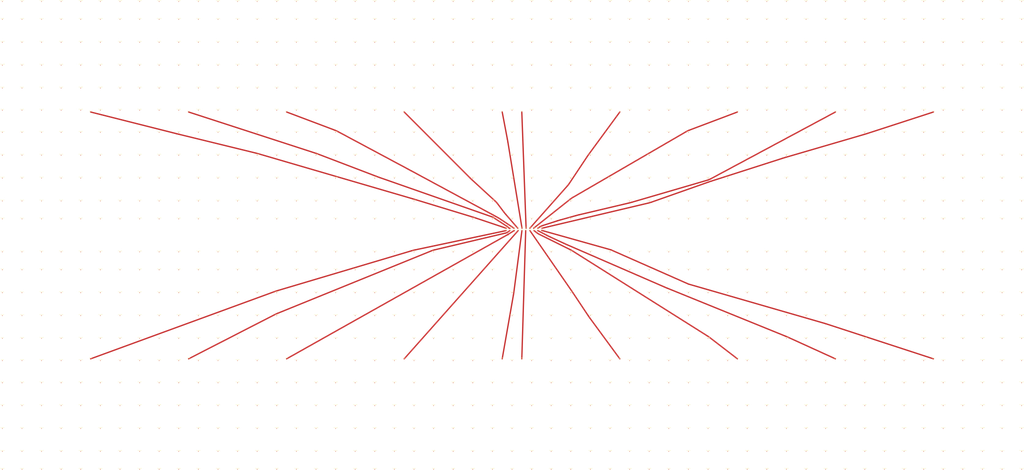
<source format=kicad_pcb>
(kicad_pcb (version 20221018) (generator pcbnew)
  (layers (0 "F.Cu" signal) (31 "B.Cu" power) (34 "B.Paste" user) (35 "F.Paste" user) (36 "B.SilkS" user "B.Silkscreen") (37 "F.SilkS" user "F.Silkscreen") (38 "B.Mask" user) (39 "F.Mask" user) (44 "Edge.Cuts" user))
  (net 0 "")
  (net 1 "Net-(INV0-Pad1)")
  (net 2 "Net-(INV1-Pad1)")
  (net 3 "Net-(INV2-Pad1)")
  (net 4 "Net-(INV26-Pad1)")
  (net 5 "Net-(INV10-Pad1)")
  (net 6 "Net-(INV11-Pad1)")
  (net 7 "Net-(INV15-Pad1)")
  (net 8 "Net-(INV18-Pad1)")
  (net 1175 "Net-(INV23-Pad1)")
  (net 1176 "Net-(INV36-Pad1)")
  (net 1177 "Net-(INV35-Pad1)")
  (net 1178 "Net-(INV33-Pad1)")
  (net 1179 "Net-(INV37-Pad1)")
  (net 1180 "Net-(INV22-Pad1)")
  (net 1181 "Net-(INV12-Pad1)")
  (net 1182 "Net-(INV13-Pad1)")
  (net 1183 "Net-(INV14-Pad1)")
  (net 1184 "Net-(INV16-Pad1)")
  (net 1185 "Net-(INV17-Pad1)")
  (net 1186 "Net-(INV19-Pad1)")
  (footprint "TestPoint:TestPoint_Pad_D1.0mm" (layer "F.Cu") (at -742.4 257.9)
    (fp_text reference "PILE136")
    (fp_text value "TestPoint")
  )
  (footprint "TestPoint:TestPoint_Pad_D1.0mm" (layer "F.Cu") (at -712.8 -223.2)
    (fp_text reference "PILE119")
    (fp_text value "TestPoint")
  )
  (footprint "TestPoint:TestPoint_Pad_D1.0mm" (layer "F.Cu") (at 59.4 -327.3)
    (fp_text reference "PILE649")
    (fp_text value "TestPoint")
  )
  (footprint "TestPoint:TestPoint_Pad_D1.0mm" (layer "F.Cu") (at -207.9 223.3)
    (fp_text reference "PILE499")
    (fp_text value "TestPoint")
  )
  (footprint "TestPoint:TestPoint_Pad_D1.0mm" (layer "F.Cu") (at -593.9 52.1)
    (fp_text reference "PILE217")
    (fp_text value "TestPoint")
  )
  (footprint "TestPoint:TestPoint_Pad_D1.0mm" (layer "F.Cu") (at -623.6 327.3)
    (fp_text reference "PILE204")
    (fp_text value "TestPoint")
  )
  (footprint "TestPoint:TestPoint_Pad_D1.0mm" (layer "F.Cu") (at 356.4 156.2)
    (fp_text reference "PILE830")
    (fp_text value "TestPoint")
  )
  (footprint "TestPoint:TestPoint_Pad_D1.0mm" (layer "F.Cu") (at 742.6 223.3)
    (fp_text reference "PILE1109")
    (fp_text value "TestPoint")
  )
  (footprint "TestPoint:TestPoint_Pad_D1.0mm" (layer "F.Cu") (at 178.2 -121.5)
    (fp_text reference "PILE716")
    (fp_text value "TestPoint")
  )
  (footprint "TestPoint:TestPoint_Pad_D1.0mm" (layer "F.Cu") (at -564.2 -189.7)
    (fp_text reference "PILE253")
    (fp_text value "TestPoint")
  )
  (footprint "TestPoint:TestPoint_Pad_D1.0mm" (layer "F.Cu") (at -772.1 189.7)
    (fp_text reference "PILE9")
    (fp_text value "TestPoint")
  )
  (footprint "TestPoint:TestPoint_Pad_D1.0mm" (layer "F.Cu") (at 118.9 292.6)
    (fp_text reference "PILE664")
    (fp_text value "TestPoint")
  )
  (footprint "TestPoint:TestPoint_Pad_D1.0mm" (layer "F.Cu") (at -772.1 -156.1)
    (fp_text reference "PILE153")
    (fp_text value "TestPoint")
  )
  (footprint "TestPoint:TestPoint_Pad_D1.0mm" (layer "F.Cu") (at 29.8 -292.6)
    (fp_text reference "PILE603")
    (fp_text value "TestPoint")
  )
  (footprint "TestPoint:TestPoint_Pad_D1.0mm" (layer "F.Cu") (at -683.1 -189.7)
    (fp_text reference "PILE168")
    (fp_text value "TestPoint")
  )
  (footprint "TestPoint:TestPoint_Pad_D1.0mm" (layer "F.Cu") (at 59.4 -189.7)
    (fp_text reference "PILE626")
    (fp_text value "TestPoint")
  )
  (footprint "TestPoint:TestPoint_Pad_D1.0mm" (layer "F.Cu") (at 564.4 -25)
    (fp_text reference "PILE996")
    (fp_text value "TestPoint")
  )
  (footprint "TestPoint:TestPoint_Pad_D1.0mm" (layer "F.Cu") (at 564.4 52.1)
    (fp_text reference "PILE977")
    (fp_text value "TestPoint")
  )
  (footprint "TestPoint:TestPoint_Pad_D1.0mm" (layer "F.Cu") (at -564.2 189.7)
    (fp_text reference "PILE243")
    (fp_text value "TestPoint")
  )
  (footprint "TestPoint:TestPoint_Pad_D1.0mm" (layer "F.Cu") (at 297.1 121.5)
    (fp_text reference "PILE787")
    (fp_text value "TestPoint")
  )
  (footprint "TestPoint:TestPoint_Pad_D1.0mm" (layer "F.Cu") (at -148.4 -223.2)
    (fp_text reference "PILE50")
    (fp_text value "TestPoint")
  )
  (footprint "TestPoint:TestPoint_Pad_D1.0mm" (layer "F.Cu") (at -29.6 156.2)
    (fp_text reference "PILE552")
    (fp_text value "TestPoint")
  )
  (footprint "TestPoint:TestPoint_Pad_D1.0mm" (layer "F.Cu") (at -490 187)
    (fp_text reference "INV18")
    (fp_text value "TestPoint")
  )
  (footprint "TestPoint:TestPoint_Pad_D1.0mm" (layer "F.Cu") (at -683.1 -223.2)
    (fp_text reference "PILE167")
    (fp_text value "TestPoint")
  )
  (footprint "TestPoint:TestPoint_Pad_D1.0mm" (layer "F.Cu") (at 623.8 121.5)
    (fp_text reference "PILE1021")
    (fp_text value "TestPoint")
  )
  (footprint "TestPoint:TestPoint_Pad_D1.0mm" (layer "F.Cu") (at -237.6 25)
    (fp_text reference "PILE472")
    (fp_text value "TestPoint")
  )
  (footprint "TestPoint:TestPoint_Pad_D1.0mm" (layer "F.Cu") (at -148.4 -257.9)
    (fp_text reference "PILE49")
    (fp_text value "TestPoint")
  )
  (footprint "TestPoint:TestPoint_Pad_D1.0mm" (layer "F.Cu") (at 89.1 52.1)
    (fp_text reference "PILE633")
    (fp_text value "TestPoint")
  )
  (footprint "TestPoint:TestPoint_Pad_D1.0mm" (layer "F.Cu") (at -326.6 354.4)
    (fp_text reference "PILE419")
    (fp_text value "TestPoint")
  )
  (footprint "TestPoint:TestPoint_Pad_D1.0mm" (layer "F.Cu") (at 178.2 -257.9)
    (fp_text reference "PILE711")
    (fp_text value "TestPoint")
  )
  (footprint "TestPoint:TestPoint_Pad_D1.0mm" (layer "F.Cu") (at 445.6 25)
    (fp_text reference "PILE890")
    (fp_text value "TestPoint")
  )
  (footprint "TestPoint:TestPoint_Pad_D1.0mm" (layer "F.Cu") (at -29.6 -354.4)
    (fp_text reference "PILE559")
    (fp_text value "TestPoint")
  )
  (footprint "TestPoint:TestPoint_Pad_D1.0mm" (layer "F.Cu") (at -118.8 354.4)
    (fp_text reference "PILE67")
    (fp_text value "TestPoint")
  )
  (footprint "TestPoint:TestPoint_Pad_D1.0mm" (layer "F.Cu") (at 623.8 52.1)
    (fp_text reference "PILE1019")
    (fp_text value "TestPoint")
  )
  (footprint "TestPoint:TestPoint_Pad_D1.0mm" (layer "F.Cu") (at 29.8 156.2)
    (fp_text reference "PILE595")
    (fp_text value "TestPoint")
  )
  (footprint "TestPoint:TestPoint_Pad_D1.0mm" (layer "F.Cu") (at 564.4 -223.2)
    (fp_text reference "PILE990")
    (fp_text value "TestPoint")
  )
  (footprint "TestPoint:TestPoint_Pad_D1.0mm" (layer "F.Cu") (at 237.6 -156.1)
    (fp_text reference "PILE757")
    (fp_text value "TestPoint")
  )
  (footprint "TestPoint:TestPoint_Pad_D1.0mm" (layer "F.Cu") (at -415.8 354.4)
    (fp_text reference "PILE355")
    (fp_text value "TestPoint")
  )
  (footprint "TestPoint:TestPoint_Pad_D1.0mm" (layer "F.Cu") (at -712.8 -257.9)
    (fp_text reference "PILE118")
    (fp_text value "TestPoint")
  )
  (footprint "TestPoint:TestPoint_Pad_D1.0mm" (layer "F.Cu") (at -89.1 -327.3)
    (fp_text reference "PILE1151")
    (fp_text value "TestPoint")
  )
  (footprint "TestPoint:TestPoint_Pad_D1.0mm" (layer "F.Cu") (at 326.8 -25)
    (fp_text reference "PILE825")
    (fp_text value "TestPoint")
  )
  (footprint "TestPoint:TestPoint_Pad_D1.0mm" (layer "F.Cu") (at 356.4 223.3)
    (fp_text reference "PILE832")
    (fp_text value "TestPoint")
  )
  (footprint "TestPoint:TestPoint_Pad_D1.0mm" (layer "F.Cu") (at -593.9 -121.5)
    (fp_text reference "PILE234")
    (fp_text value "TestPoint")
  )
  (footprint "TestPoint:TestPoint_Pad_D1.0mm" (layer "F.Cu") (at -623.6 121.5)
    (fp_text reference "PILE198")
    (fp_text value "TestPoint")
  )
  (footprint "TestPoint:TestPoint_Pad_D1.0mm" (layer "F.Cu") (at 297.1 223.3)
    (fp_text reference "PILE790")
    (fp_text value "TestPoint")
  )
  (footprint "TestPoint:TestPoint_Pad_D1.0mm" (layer "F.Cu") (at 742.6 86.8)
    (fp_text reference "PILE1105")
    (fp_text value "TestPoint")
  )
  (footprint "TestPoint:TestPoint_Pad_D1.0mm" (layer "F.Cu") (at -118.8 -86.8)
    (fp_text reference "PILE75")
    (fp_text value "TestPoint")
  )
  (footprint "TestPoint:TestPoint_Pad_D1.0mm" (layer "F.Cu") (at 386.1 223.3)
    (fp_text reference "PILE854")
    (fp_text value "TestPoint")
  )
  (footprint "TestPoint:TestPoint_Pad_D1.0mm" (layer "F.Cu") (at -683.1 -327.3)
    (fp_text reference "PILE222")
    (fp_text value "TestPoint")
  )
  (footprint "TestPoint:TestPoint_Pad_D1.0mm" (layer "F.Cu") (at -386.1 52.1)
    (fp_text reference "PILE367")
    (fp_text value "TestPoint")
  )
  (footprint "TestPoint:TestPoint_Pad_D1.0mm" (layer "F.Cu") (at -504.9 292.6)
    (fp_text reference "PILE1145")
    (fp_text value "TestPoint")
  )
  (footprint "TestPoint:TestPoint_Pad_D1.0mm" (layer "F.Cu") (at 297.1 292.6)
    (fp_text reference "PILE792")
    (fp_text value "TestPoint")
  )
  (footprint "TestPoint:TestPoint_Pad_D1.0mm" (layer "F.Cu") (at 59.4 86.8)
    (fp_text reference "PILE614")
    (fp_text value "TestPoint")
  )
  (footprint "TestPoint:TestPoint_Pad_D1.0mm" (layer "F.Cu") (at 341.6 187)
    (fp_text reference "INV8")
    (fp_text value "TestPoint")
  )
  (footprint "TestPoint:TestPoint_Pad_D1.0mm" (layer "F.Cu") (at 297.1 52.1)
    (fp_text reference "PILE785")
    (fp_text value "TestPoint")
  )
  (footprint "TestPoint:TestPoint_Pad_D1.0mm" (layer "F.Cu") (at 207.9 -223.2)
    (fp_text reference "PILE734")
    (fp_text value "TestPoint")
  )
  (footprint "TestPoint:TestPoint_Pad_D1.0mm" (layer "F.Cu") (at -445.4 25)
    (fp_text reference "PILE322")
    (fp_text value "TestPoint")
  )
  (footprint "TestPoint:TestPoint_Pad_D1.0mm" (layer "F.Cu") (at -356.4 -257.9)
    (fp_text reference "PILE400")
    (fp_text value "TestPoint")
  )
  (footprint "TestPoint:TestPoint_Pad_D1.0mm" (layer "F.Cu") (at 326.8 -189.7)
    (fp_text reference "PILE820")
    (fp_text value "TestPoint")
  )
  (footprint "TestPoint:TestPoint_Pad_D1.0mm" (layer "F.Cu") (at 415.9 327.3)
    (fp_text reference "PILE878")
    (fp_text value "TestPoint")
  )
  (footprint "TestPoint:TestPoint_Pad_D1.0mm" (layer "F.Cu") (at -341.5 -187)
    (fp_text reference "INV14")
    (fp_text value "TestPoint")
  )
  (footprint "TestPoint:TestPoint_Pad_D1.0mm" (layer "F.Cu") (at 564.4 -292.6)
    (fp_text reference "PILE988")
    (fp_text value "TestPoint")
  )
  (footprint "TestPoint:TestPoint_Pad_D1.0mm" (layer "F.Cu") (at -296.9 86.8)
    (fp_text reference "PILE432")
    (fp_text value "TestPoint")
  )
  (footprint "TestPoint:TestPoint_Pad_D1.0mm" (layer "F.Cu") (at -29.6 189.7)
    (fp_text reference "PILE553")
    (fp_text value "TestPoint")
  )
  (footprint "TestPoint:TestPoint_Pad_D1.0mm" (layer "F.Cu") (at 326.8 327.3)
    (fp_text reference "PILE814")
    (fp_text value "TestPoint")
  )
  (footprint "TestPoint:TestPoint_Pad_D1.0mm" (layer "F.Cu") (at 237.6 -121.5)
    (fp_text reference "PILE758")
    (fp_text value "TestPoint")
  )
  (footprint "TestPoint:TestPoint_Pad_D1.0mm" (layer "F.Cu") (at 29.8 257.9)
    (fp_text reference "PILE598")
    (fp_text value "TestPoint")
  )
  (footprint "TestPoint:TestPoint_Pad_D1.0mm" (layer "F.Cu") (at -445.4 -25)
    (fp_text reference "PILE342")
    (fp_text value "TestPoint")
  )
  (footprint "TestPoint:TestPoint_Pad_D1.0mm" (layer "F.Cu") (at 712.9 -52.1)
    (fp_text reference "PILE1101")
    (fp_text value "TestPoint")
  )
  (footprint "TestPoint:TestPoint_Pad_D1.0mm" (layer "F.Cu") (at -772.1 -25)
    (fp_text reference "PILE145")
    (fp_text value "TestPoint")
  )
  (footprint "TestPoint:TestPoint_Pad_D1.0mm" (layer "F.Cu") (at 415.9 189.7)
    (fp_text reference "PILE874")
    (fp_text value "TestPoint")
  )
  (footprint "TestPoint:TestPoint_Pad_D1.0mm" (layer "F.Cu") (at 742.6 121.5)
    (fp_text reference "PILE1106")
    (fp_text value "TestPoint")
  )
  (footprint "TestPoint:TestPoint_Pad_D1.0mm" (layer "F.Cu") (at -207.9 121.5)
    (fp_text reference "PILE496")
    (fp_text value "TestPoint")
  )
  (footprint "TestPoint:TestPoint_Pad_D1.0mm" (layer "F.Cu") (at -386.1 -257.9)
    (fp_text reference "PILE379")
    (fp_text value "TestPoint")
  )
  (footprint "TestPoint:TestPoint_Pad_D1.0mm" (layer "F.Cu") (at -178.1 -25)
    (fp_text reference "PILE8")
    (fp_text value "TestPoint")
  )
  (footprint "TestPoint:TestPoint_Pad_D1.0mm" (layer "F.Cu") (at -534.6 -327.3)
    (fp_text reference "PILE1159")
    (fp_text value "TestPoint")
  )
  (footprint "TestPoint:TestPoint_Pad_D1.0mm" (layer "F.Cu") (at -386.1 257.9)
    (fp_text reference "PILE373")
    (fp_text value "TestPoint")
  )
  (footprint "TestPoint:TestPoint_Pad_D1.0mm" (layer "F.Cu") (at -475.1 -121.5)
    (fp_text reference "PILE318")
    (fp_text value "TestPoint")
  )
  (footprint "TestPoint:TestPoint_Pad_D1.0mm" (layer "F.Cu") (at -564.2 -86.8)
    (fp_text reference "PILE256")
    (fp_text value "TestPoint")
  )
  (footprint "TestPoint:TestPoint_Pad_D1.0mm" (layer "F.Cu") (at -490 -187)
    (fp_text reference "INV15")
    (fp_text value "TestPoint")
  )
  (footprint "TestPoint:TestPoint_Pad_D1.0mm" (layer "F.Cu") (at 504.9 -327.3)
    (fp_text reference "PILE966")
    (fp_text value "TestPoint")
  )
  (footprint "TestPoint:TestPoint_Pad_D1.0mm" (layer "F.Cu") (at 534.6 -86.8)
    (fp_text reference "PILE973")
    (fp_text value "TestPoint")
  )
  (footprint "TestPoint:TestPoint_Pad_D1.0mm" (layer "F.Cu") (at 356.4 52.1)
    (fp_text reference "PILE827")
    (fp_text value "TestPoint")
  )
  (footprint "TestPoint:TestPoint_Pad_D1.0mm" (layer "F.Cu") (at 594.1 327.3)
    (fp_text reference "PILE1006")
    (fp_text value "TestPoint")
  )
  (footprint "TestPoint:TestPoint_Pad_D1.0mm" (layer "F.Cu") (at 475.2 -223.2)
    (fp_text reference "PILE926")
    (fp_text value "TestPoint")
  )
  (footprint "TestPoint:TestPoint_Pad_D1.0mm" (layer "F.Cu") (at -59.4 -156.1)
    (fp_text reference "PILE544")
    (fp_text value "TestPoint")
  )
  (footprint "TestPoint:TestPoint_Pad_D1.0mm" (layer "F.Cu") (at -445.4 -354.4)
    (fp_text reference "PILE333")
    (fp_text value "TestPoint")
  )
  (footprint "TestPoint:TestPoint_Pad_D1.0mm" (layer "F.Cu") (at -683.1 -257.9)
    (fp_text reference "PILE166")
    (fp_text value "TestPoint")
  )
  (footprint "TestPoint:TestPoint_Pad_D1.0mm" (layer "F.Cu") (at -267.2 121.5)
    (fp_text reference "PILE455")
    (fp_text value "TestPoint")
  )
  (footprint "TestPoint:TestPoint_Pad_D1.0mm" (layer "F.Cu") (at -475.1 -52.1)
    (fp_text reference "PILE320")
    (fp_text value "TestPoint")
  )
  (footprint "TestPoint:TestPoint_Pad_D1.0mm" (layer "F.Cu") (at 386.1 -223.2)
    (fp_text reference "PILE862")
    (fp_text value "TestPoint")
  )
  (footprint "TestPoint:TestPoint_Pad_D1.0mm" (layer "F.Cu") (at -59.4 52.1)
    (fp_text reference "PILE529")
    (fp_text value "TestPoint")
  )
  (footprint "TestPoint:TestPoint_Pad_D1.0mm" (layer "F.Cu") (at 0.1 -25)
    (fp_text reference "PILE591")
    (fp_text value "TestPoint")
  )
  (footprint "TestPoint:TestPoint_Pad_D1.0mm" (layer "F.Cu") (at 178.2 223.3)
    (fp_text reference "PILE704")
    (fp_text value "TestPoint")
  )
  (footprint "TestPoint:TestPoint_Pad_D1.0mm" (layer "F.Cu") (at 653.4 52.1)
    (fp_text reference "PILE1040")
    (fp_text value "TestPoint")
  )
  (footprint "TestPoint:TestPoint_Pad_D1.0mm" (layer "F.Cu") (at 564.4 327.3)
    (fp_text reference "PILE985")
    (fp_text value "TestPoint")
  )
  (footprint "TestPoint:TestPoint_Pad_D1.0mm" (layer "F.Cu") (at 326.8 257.9)
    (fp_text reference "PILE812")
    (fp_text value "TestPoint")
  )
  (footprint "TestPoint:TestPoint_Pad_D1.0mm" (layer "F.Cu") (at 534.6 86.8)
    (fp_text reference "PILE956")
    (fp_text value "TestPoint")
  )
  (footprint "TestPoint:TestPoint_Pad_D1.0mm" (layer "F.Cu") (at 27.2 -7.3)
    (fp_text reference "INV36")
    (fp_text value "TestPoint")
  )
  (footprint "TestPoint:TestPoint_Pad_D1.0mm" (layer "F.Cu") (at -386.1 354.4)
    (fp_text reference "PILE376")
    (fp_text value "TestPoint")
  )
  (footprint "TestPoint:TestPoint_Pad_D1.0mm" (layer "F.Cu") (at 534.6 327.3)
    (fp_text reference "PILE963")
    (fp_text value "TestPoint")
  )
  (footprint "TestPoint:TestPoint_Pad_D1.0mm" (layer "F.Cu") (at 742.6 156.2)
    (fp_text reference "PILE1107")
    (fp_text value "TestPoint")
  )
  (footprint "TestPoint:TestPoint_Pad_D1.0mm" (layer "F.Cu") (at -653.4 223.3)
    (fp_text reference "PILE180")
    (fp_text value "TestPoint")
  )
  (footprint "TestPoint:TestPoint_Pad_D1.0mm" (layer "F.Cu") (at -237.6 -327.3)
    (fp_text reference "PILE1153")
    (fp_text value "TestPoint")
  )
  (footprint "TestPoint:TestPoint_Pad_D1.0mm" (layer "F.Cu") (at -356.4 189.7)
    (fp_text reference "PILE392")
    (fp_text value "TestPoint")
  )
  (footprint "TestPoint:TestPoint_Pad_D1.0mm" (layer "F.Cu") (at -296.9 -327.3)
    (fp_text reference "PILE1154")
    (fp_text value "TestPoint")
  )
  (footprint "TestPoint:TestPoint_Pad_D1.0mm" (layer "F.Cu") (at 0.1 86.8)
    (fp_text reference "PILE571")
    (fp_text value "TestPoint")
  )
  (footprint "TestPoint:TestPoint_Pad_D1.0mm" (layer "F.Cu") (at -326.6 -86.8)
    (fp_text reference "PILE427")
    (fp_text value "TestPoint")
  )
  (footprint "TestPoint:TestPoint_Pad_D1.0mm" (layer "F.Cu") (at 653.4 121.5)
    (fp_text reference "PILE1042")
    (fp_text value "TestPoint")
  )
  (footprint "TestPoint:TestPoint_Pad_D1.0mm" (layer "F.Cu") (at 356.4 -25)
    (fp_text reference "PILE847")
    (fp_text value "TestPoint")
  )
  (footprint "TestPoint:TestPoint_Pad_D1.0mm" (layer "F.Cu") (at -445.4 121.5)
    (fp_text reference "PILE325")
    (fp_text value "TestPoint")
  )
  (footprint "TestPoint:TestPoint_Pad_D1.0mm" (layer "F.Cu") (at 178.2 -189.7)
    (fp_text reference "PILE713")
    (fp_text value "TestPoint")
  )
  (footprint "TestPoint:TestPoint_Pad_D1.0mm" (layer "F.Cu") (at 178.2 292.6)
    (fp_text reference "PILE706")
    (fp_text value "TestPoint")
  )
  (footprint "TestPoint:TestPoint_Pad_D1.0mm" (layer "F.Cu") (at 712.9 -189.7)
    (fp_text reference "PILE1097")
    (fp_text value "TestPoint")
  )
  (footprint "TestPoint:TestPoint_Pad_D1.0mm" (layer "F.Cu") (at 8.8 -10.9)
    (fp_text reference "INV26")
    (fp_text value "TestPoint")
  )
  (footprint "TestPoint:TestPoint_Pad_D1.0mm" (layer "F.Cu") (at 504.9 -52.1)
    (fp_text reference "PILE952")
    (fp_text value "TestPoint")
  )
  (footprint "TestPoint:TestPoint_Pad_D1.0mm" (layer "F.Cu") (at 475.2 223.3)
    (fp_text reference "PILE918")
    (fp_text value "TestPoint")
  )
  (footprint "TestPoint:TestPoint_Pad_D1.0mm" (layer "F.Cu") (at -683.1 292.6)
    (fp_text reference "PILE161")
    (fp_text value "TestPoint")
  )
  (footprint "TestPoint:TestPoint_Pad_D1.0mm" (layer "F.Cu") (at -415.8 223.3)
    (fp_text reference "PILE351")
    (fp_text value "TestPoint")
  )
  (footprint "TestPoint:TestPoint_Pad_D1.0mm" (layer "F.Cu") (at -653.4 -189.7)
    (fp_text reference "PILE189")
    (fp_text value "TestPoint")
  )
  (footprint "TestPoint:TestPoint_Pad_D1.0mm" (layer "F.Cu") (at -118.8 189.7)
    (fp_text reference "PILE62")
    (fp_text value "TestPoint")
  )
  (footprint "TestPoint:TestPoint_Pad_D1.0mm" (layer "F.Cu") (at 267.4 -257.9)
    (fp_text reference "PILE775")
    (fp_text value "TestPoint")
  )
  (footprint "TestPoint:TestPoint_Pad_D1.0mm" (layer "F.Cu") (at -178.1 -52.1)
    (fp_text reference "PILE7")
    (fp_text value "TestPoint")
  )
  (footprint "TestPoint:TestPoint_Pad_D1.0mm" (layer "F.Cu") (at 59.4 -292.6)
    (fp_text reference "PILE623")
    (fp_text value "TestPoint")
  )
  (footprint "TestPoint:TestPoint_Pad_D1.0mm" (layer "F.Cu") (at 178.2 -354.4)
    (fp_text reference "PILE709")
    (fp_text value "TestPoint")
  )
  (footprint "TestPoint:TestPoint_Pad_D1.0mm" (layer "F.Cu") (at -207.9 327.3)
    (fp_text reference "PILE502")
    (fp_text value "TestPoint")
  )
  (footprint "TestPoint:TestPoint_Pad_D1.0mm" (layer "F.Cu") (at -742.4 189.7)
    (fp_text reference "PILE100")
    (fp_text value "TestPoint")
  )
  (footprint "TestPoint:TestPoint_Pad_D1.0mm" (layer "F.Cu") (at 237.6 354.4)
    (fp_text reference "PILE751")
    (fp_text value "TestPoint")
  )
  (footprint "TestPoint:TestPoint_Pad_D1.0mm" (layer "F.Cu") (at -772.1 354.4)
    (fp_text reference "PILE1157")
    (fp_text value "TestPoint")
  )
  (footprint "TestPoint:TestPoint_Pad_D1.0mm" (layer "F.Cu") (at 207.9 292.6)
    (fp_text reference "PILE728")
    (fp_text value "TestPoint")
  )
  (footprint "TestPoint:TestPoint_Pad_D1.0mm" (layer "F.Cu") (at 0.1 -86.8)
    (fp_text reference "PILE25")
    (fp_text value "TestPoint")
  )
  (footprint "TestPoint:TestPoint_Pad_D1.0mm" (layer "F.Cu") (at 237.6 -327.3)
    (fp_text reference "PILE777")
    (fp_text value "TestPoint")
  )
  (footprint "TestPoint:TestPoint_Pad_D1.0mm" (layer "F.Cu") (at 148.6 -223.2)
    (fp_text reference "PILE691")
    (fp_text value "TestPoint")
  )
  (footprint "TestPoint:TestPoint_Pad_D1.0mm" (layer "F.Cu") (at -564.2 -156.1)
    (fp_text reference "PILE254")
    (fp_text value "TestPoint")
  )
  (footprint "TestPoint:TestPoint_Pad_D1.0mm" (layer "F.Cu") (at 504.9 327.3)
    (fp_text reference "PILE942")
    (fp_text value "TestPoint")
  )
  (footprint "TestPoint:TestPoint_Pad_D1.0mm" (layer "F.Cu") (at -237.6 189.7)
    (fp_text reference "PILE477")
    (fp_text value "TestPoint")
  )
  (footprint "TestPoint:TestPoint_Pad_D1.0mm" (layer "F.Cu") (at -653.4 52.1)
    (fp_text reference "PILE175")
    (fp_text value "TestPoint")
  )
  (footprint "TestPoint:TestPoint_Pad_D1.0mm" (layer "F.Cu") (at 29.8 -86.8)
    (fp_text reference "PILE609")
    (fp_text value "TestPoint")
  )
  (footprint "TestPoint:TestPoint_Pad_D1.0mm" (layer "F.Cu") (at 148.6 25)
    (fp_text reference "PILE677")
    (fp_text value "TestPoint")
  )
  (footprint "TestPoint:TestPoint_Pad_D1.0mm" (layer "F.Cu") (at 623.8 223.3)
    (fp_text reference "PILE1024")
    (fp_text value "TestPoint")
  )
  (footprint "TestPoint:TestPoint_Pad_D1.0mm" (layer "F.Cu") (at 3.1 -10.9)
    (fp_text reference "INV27")
    (fp_text value "TestPoint")
  )
  (footprint "TestPoint:TestPoint_Pad_D1.0mm" (layer "F.Cu") (at -207.9 189.7)
    (fp_text reference "PILE498")
    (fp_text value "TestPoint")
  )
  (footprint "TestPoint:TestPoint_Pad_D1.0mm" (layer "F.Cu") (at 742.6 -257.9)
    (fp_text reference "PILE1117")
    (fp_text value "TestPoint")
  )
  (footprint "TestPoint:TestPoint_Pad_D1.0mm" (layer "F.Cu") (at 326.8 156.2)
    (fp_text reference "PILE809")
    (fp_text value "TestPoint")
  )
  (footprint "TestPoint:TestPoint_Pad_D1.0mm" (layer "F.Cu") (at 415.9 -156.1)
    (fp_text reference "PILE885")
    (fp_text value "TestPoint")
  )
  (footprint "TestPoint:TestPoint_Pad_D1.0mm" (layer "F.Cu") (at -564.2 292.6)
    (fp_text reference "PILE246")
    (fp_text value "TestPoint")
  )
  (footprint "TestPoint:TestPoint_Pad_D1.0mm" (layer "F.Cu") (at -178.1 25)
    (fp_text reference "PILE514")
    (fp_text value "TestPoint")
  )
  (footprint "TestPoint:TestPoint_Pad_D1.0mm" (layer "F.Cu") (at -207.9 -292.6)
    (fp_text reference "PILE505")
    (fp_text value "TestPoint")
  )
  (footprint "TestPoint:TestPoint_Pad_D1.0mm" (layer "F.Cu") (at -593.9 25)
    (fp_text reference "PILE216")
    (fp_text value "TestPoint")
  )
  (footprint "TestPoint:TestPoint_Pad_D1.0mm" (layer "F.Cu") (at -326.6 86.8)
    (fp_text reference "PILE22")
    (fp_text value "TestPoint")
  )
  (footprint "TestPoint:TestPoint_Pad_D1.0mm" (layer "F.Cu") (at -772.1 -257.9)
    (fp_text reference "PILE1158")
    (fp_text value "TestPoint")
  )
  (footprint "TestPoint:TestPoint_Pad_D1.0mm" (layer "F.Cu") (at 9.4 -7.3)
    (fp_text reference "INV33")
    (fp_text value "TestPoint")
  )
  (footprint "TestPoint:TestPoint_Pad_D1.0mm" (layer "F.Cu") (at 653.4 -354.4)
    (fp_text reference "PILE1050")
    (fp_text value "TestPoint")
  )
  (footprint "TestPoint:TestPoint_Pad_D1.0mm" (layer "F.Cu") (at -237.6 -156.1)
    (fp_text reference "PILE488")
    (fp_text value "TestPoint")
  )
  (footprint "TestPoint:TestPoint_Pad_D1.0mm" (layer "F.Cu") (at -683.1 -156.1)
    (fp_text reference "PILE169")
    (fp_text value "TestPoint")
  )
  (footprint "TestPoint:TestPoint_Pad_D1.0mm" (layer "F.Cu") (at -445.4 -52.1)
    (fp_text reference "PILE341")
    (fp_text value "TestPoint")
  )
  (footprint "TestPoint:TestPoint_Pad_D1.0mm" (layer "F.Cu") (at 504.9 -189.7)
    (fp_text reference "PILE948")
    (fp_text value "TestPoint")
  )
  (footprint "TestPoint:TestPoint_Pad_D1.0mm" (layer "F.Cu") (at -29.6 -52.1)
    (fp_text reference "PILE567")
    (fp_text value "TestPoint")
  )
  (footprint "TestPoint:TestPoint_Pad_D1.0mm" (layer "F.Cu") (at -29.6 -257.9)
    (fp_text reference "PILE561")
    (fp_text value "TestPoint")
  )
  (footprint "TestPoint:TestPoint_Pad_D1.0mm" (layer "F.Cu") (at 594.1 -189.7)
    (fp_text reference "PILE1012")
    (fp_text value "TestPoint")
  )
  (footprint "TestPoint:TestPoint_Pad_D1.0mm" (layer "F.Cu") (at -267.2 354.4)
    (fp_text reference "PILE462")
    (fp_text value "TestPoint")
  )
  (footprint "TestPoint:TestPoint_Pad_D1.0mm" (layer "F.Cu") (at -29.6 292.6)
    (fp_text reference "PILE556")
    (fp_text value "TestPoint")
  )
  (footprint "TestPoint:TestPoint_Pad_D1.0mm" (layer "F.Cu") (at 653.4 -86.8)
    (fp_text reference "PILE1057")
    (fp_text value "TestPoint")
  )
  (footprint "TestPoint:TestPoint_Pad_D1.0mm" (layer "F.Cu") (at 594.1 -223.2)
    (fp_text reference "PILE1011")
    (fp_text value "TestPoint")
  )
  (footprint "TestPoint:TestPoint_Pad_D1.0mm" (layer "F.Cu") (at 475.2 257.9)
    (fp_text reference "PILE919")
    (fp_text value "TestPoint")
  )
  (footprint "TestPoint:TestPoint_Pad_D1.0mm" (layer "F.Cu") (at 415.9 354.4)
    (fp_text reference "PILE879")
    (fp_text value "TestPoint")
  )
  (footprint "TestPoint:TestPoint_Pad_D1.0mm" (layer "F.Cu") (at -712.8 223.3)
    (fp_text reference "PILE110")
    (fp_text value "TestPoint")
  )
  (footprint "TestPoint:TestPoint_Pad_D1.0mm" (layer "F.Cu") (at 207.9 25)
    (fp_text reference "PILE720")
    (fp_text value "TestPoint")
  )
  (footprint "TestPoint:TestPoint_Pad_D1.0mm" (layer "F.Cu") (at 237.6 327.3)
    (fp_text reference "PILE750")
    (fp_text value "TestPoint")
  )
  (footprint "TestPoint:TestPoint_Pad_D1.0mm" (layer "F.Cu") (at -415.8 -223.2)
    (fp_text reference "PILE359")
    (fp_text value "TestPoint")
  )
  (footprint "TestPoint:TestPoint_Pad_D1.0mm" (layer "F.Cu") (at -712.8 -52.1)
    (fp_text reference "PILE124")
    (fp_text value "TestPoint")
  )
  (footprint "TestPoint:TestPoint_Pad_D1.0mm" (layer "F.Cu") (at -296.9 292.6)
    (fp_text reference "PILE438")
    (fp_text value "TestPoint")
  )
  (footprint "TestPoint:TestPoint_Pad_D1.0mm" (layer "F.Cu") (at 564.4 189.7)
    (fp_text reference "PILE981")
    (fp_text value "TestPoint")
  )
  (footprint "TestPoint:TestPoint_Pad_D1.0mm" (layer "F.Cu") (at -267.2 -25)
    (fp_text reference "PILE471")
    (fp_text value "TestPoint")
  )
  (footprint "TestPoint:TestPoint_Pad_D1.0mm" (layer "F.Cu") (at 534.6 -189.7)
    (fp_text reference "PILE970")
    (fp_text value "TestPoint")
  )
  (footprint "TestPoint:TestPoint_Pad_D1.0mm" (layer "F.Cu") (at 29.8 86.8)
    (fp_text reference "PILE593")
    (fp_text value "TestPoint")
  )
  (footprint "TestPoint:TestPoint_Pad_D1.0mm" (layer "F.Cu") (at -445.4 -121.5)
    (fp_text reference "PILE339")
    (fp_text value "TestPoint")
  )
  (footprint "TestPoint:TestPoint_Pad_D1.0mm" (layer "F.Cu") (at -415.8 -257.9)
    (fp_text reference "PILE358")
    (fp_text value "TestPoint")
  )
  (footprint "TestPoint:TestPoint_Pad_D1.0mm" (layer "F.Cu") (at -742.4 -189.7)
    (fp_text reference "PILE103")
    (fp_text value "TestPoint")
  )
  (footprint "TestPoint:TestPoint_Pad_D1.0mm" (layer "F.Cu") (at -772.1 25)
    (fp_text reference "PILE15")
    (fp_text value "TestPoint")
  )
  (footprint "TestPoint:TestPoint_Pad_D1.0mm" (layer "F.Cu") (at -504.9 -257.9)
    (fp_text reference "PILE293")
    (fp_text value "TestPoint")
  )
  (footprint "TestPoint:TestPoint_Pad_D1.0mm" (layer "F.Cu") (at -89.1 -292.6)
    (fp_text reference "PILE90")
    (fp_text value "TestPoint")
  )
  (footprint "TestPoint:TestPoint_Pad_D1.0mm" (layer "F.Cu") (at 415.9 292.6)
    (fp_text reference "PILE877")
    (fp_text value "TestPoint")
  )
  (footprint "TestPoint:TestPoint_Pad_D1.0mm" (layer "F.Cu") (at 237.6 -223.2)
    (fp_text reference "PILE755")
    (fp_text value "TestPoint")
  )
  (footprint "TestPoint:TestPoint_Pad_D1.0mm" (layer "F.Cu") (at -326.6 327.3)
    (fp_text reference "PILE418")
    (fp_text value "TestPoint")
  )
  (footprint "TestPoint:TestPoint_Pad_D1.0mm" (layer "F.Cu") (at -267.2 257.9)
    (fp_text reference "PILE459")
    (fp_text value "TestPoint")
  )
  (footprint "TestPoint:TestPoint_Pad_D1.0mm" (layer "F.Cu") (at 178.2 -86.8)
    (fp_text reference "PILE717")
    (fp_text value "TestPoint")
  )
  (footprint "TestPoint:TestPoint_Pad_D1.0mm" (layer "F.Cu") (at 594.1 -354.4)
    (fp_text reference "PILE1008")
    (fp_text value "TestPoint")
  )
  (footprint "TestPoint:TestPoint_Pad_D1.0mm" (layer "F.Cu") (at -59.4 223.3)
    (fp_text reference "PILE534")
    (fp_text value "TestPoint")
  )
  (footprint "TestPoint:TestPoint_Pad_D1.0mm" (layer "F.Cu") (at 415.9 -327.3)
    (fp_text reference "PILE903")
    (fp_text value "TestPoint")
  )
  (footprint "TestPoint:TestPoint_Pad_D1.0mm" (layer "F.Cu") (at 683.1 -189.7)
    (fp_text reference "PILE1075")
    (fp_text value "TestPoint")
  )
  (footprint "TestPoint:TestPoint_Pad_D1.0mm" (layer "F.Cu") (at 712.9 -156.1)
    (fp_text reference "PILE1098")
    (fp_text value "TestPoint")
  )
  (footprint "TestPoint:TestPoint_Pad_D1.0mm" (layer "F.Cu") (at -623.6 -52.1)
    (fp_text reference "PILE214")
    (fp_text value "TestPoint")
  )
  (footprint "TestPoint:TestPoint_Pad_D1.0mm" (layer "F.Cu") (at 29.8 223.3)
    (fp_text reference "PILE597")
    (fp_text value "TestPoint")
  )
  (footprint "TestPoint:TestPoint_Pad_D1.0mm" (layer "F.Cu") (at 118.9 -25)
    (fp_text reference "PILE676")
    (fp_text value "TestPoint")
  )
  (footprint "TestPoint:TestPoint_Pad_D1.0mm" (layer "F.Cu") (at 415.9 -52.1)
    (fp_text reference "PILE888")
    (fp_text value "TestPoint")
  )
  (footprint "TestPoint:TestPoint_Pad_D1.0mm" (layer "F.Cu") (at -623.6 -25)
    (fp_text reference "PILE215")
    (fp_text value "TestPoint")
  )
  (footprint "TestPoint:TestPoint_Pad_D1.0mm" (layer "F.Cu") (at 267.4 -86.8)
    (fp_text reference "PILE781")
    (fp_text value "TestPoint")
  )
  (footprint "TestPoint:TestPoint_Pad_D1.0mm" (layer "F.Cu") (at 45.4 -10.9)
    (fp_text reference "INV20")
    (fp_text value "TestPoint")
  )
  (footprint "TestPoint:TestPoint_Pad_D1.0mm" (layer "F.Cu") (at 445.6 257.9)
    (fp_text reference "PILE897")
    (fp_text value "TestPoint")
  )
  (footprint "TestPoint:TestPoint_Pad_D1.0mm" (layer "F.Cu") (at 772.2 -327.3)
    (fp_text reference "PILE1136")
    (fp_text value "TestPoint")
  )
  (footprint "TestPoint:TestPoint_Pad_D1.0mm" (layer "F.Cu") (at -237.6 -121.5)
    (fp_text reference "PILE489")
    (fp_text value "TestPoint")
  )
  (footprint "TestPoint:TestPoint_Pad_D1.0mm" (layer "F.Cu") (at -118.8 327.3)
    (fp_text reference "PILE66")
    (fp_text value "TestPoint")
  )
  (footprint "TestPoint:TestPoint_Pad_D1.0mm" (layer "F.Cu") (at -296.9 -292.6)
    (fp_text reference "PILE442")
    (fp_text value "TestPoint")
  )
  (footprint "TestPoint:TestPoint_Pad_D1.0mm" (layer "F.Cu") (at -683.1 -292.6)
    (fp_text reference "PILE165")
    (fp_text value "TestPoint")
  )
  (footprint "TestPoint:TestPoint_Pad_D1.0mm" (layer "F.Cu") (at -504.9 223.3)
    (fp_text reference "PILE287")
    (fp_text value "TestPoint")
  )
  (footprint "TestPoint:TestPoint_Pad_D1.0mm" (layer "F.Cu") (at -356.4 -354.4)
    (fp_text reference "PILE398")
    (fp_text value "TestPoint")
  )
  (footprint "TestPoint:TestPoint_Pad_D1.0mm" (layer "F.Cu") (at -534.6 -189.7)
    (fp_text reference "PILE274")
    (fp_text value "TestPoint")
  )
  (footprint "TestPoint:TestPoint_Pad_D1.0mm" (layer "F.Cu") (at -89.1 327.3)
    (fp_text reference "PILE87")
    (fp_text value "TestPoint")
  )
  (footprint "TestPoint:TestPoint_Pad_D1.0mm" (layer "F.Cu") (at -89.1 52.1)
    (fp_text reference "PILE79")
    (fp_text value "TestPoint")
  )
  (footprint "TestPoint:TestPoint_Pad_D1.0mm" (layer "F.Cu") (at 29.8 -257.9)
    (fp_text reference "PILE604")
    (fp_text value "TestPoint")
  )
  (footprint "TestPoint:TestPoint_Pad_D1.0mm" (layer "F.Cu") (at 742.6 25.1)
    (fp_text reference "PILE1103")
    (fp_text value "TestPoint")
  )
  (footprint "TestPoint:TestPoint_Pad_D1.0mm" (layer "F.Cu") (at 237.6 52.1)
    (fp_text reference "PILE742")
    (fp_text value "TestPoint")
  )
  (footprint "TestPoint:TestPoint_Pad_D1.0mm" (layer "F.Cu") (at 742.6 -25)
    (fp_text reference "PILE1124")
    (fp_text value "TestPoint")
  )
  (footprint "TestPoint:TestPoint_Pad_D1.0mm" (layer "F.Cu") (at -207.9 -86.8)
    (fp_text reference "PILE511")
    (fp_text value "TestPoint")
  )
  (footprint "TestPoint:TestPoint_Pad_D1.0mm" (layer "F.Cu") (at -683.1 25)
    (fp_text reference "PILE126")
    (fp_text value "TestPoint")
  )
  (footprint "TestPoint:TestPoint_Pad_D1.0mm" (layer "F.Cu") (at 742.6 -292.6)
    (fp_text reference "PILE1116")
    (fp_text value "TestPoint")
  )
  (footprint "TestPoint:TestPoint_Pad_D1.0mm" (layer "F.Cu") (at 504.9 86.8)
    (fp_text reference "PILE935")
    (fp_text value "TestPoint")
  )
  (footprint "TestPoint:TestPoint_Pad_D1.0mm" (layer "F.Cu") (at -534.6 86.8)
    (fp_text reference "PILE261")
    (fp_text value "TestPoint")
  )
  (footprint "TestPoint:TestPoint_Pad_D1.0mm" (layer "F.Cu") (at 534.6 257.9)
    (fp_text reference "PILE961")
    (fp_text value "TestPoint")
  )
  (footprint "TestPoint:TestPoint_Pad_D1.0mm" (layer "F.Cu") (at -178.1 -156.1)
    (fp_text reference "PILE4")
    (fp_text value "TestPoint")
  )
  (footprint "TestPoint:TestPoint_Pad_D1.0mm" (layer "F.Cu") (at 772.2 223.3)
    (fp_text reference "PILE1130")
    (fp_text value "TestPoint")
  )
  (footprint "TestPoint:TestPoint_Pad_D1.0mm" (layer "F.Cu") (at 564.4 121.5)
    (fp_text reference "PILE979")
    (fp_text value "TestPoint")
  )
  (footprint "TestPoint:TestPoint_Pad_D1.0mm" (layer "F.Cu") (at 178.2 25)
    (fp_text reference "PILE698")
    (fp_text value "TestPoint")
  )
  (footprint "TestPoint:TestPoint_Pad_D1.0mm" (layer "F.Cu") (at -59.4 86.8)
    (fp_text reference "PILE530")
    (fp_text value "TestPoint")
  )
  (footprint "TestPoint:TestPoint_Pad_D1.0mm" (layer "F.Cu") (at 653.4 86.8)
    (fp_text reference "PILE1041")
    (fp_text value "TestPoint")
  )
  (footprint "TestPoint:TestPoint_Pad_D1.0mm" (layer "F.Cu") (at -564.2 -52.1)
    (fp_text reference "PILE257")
    (fp_text value "TestPoint")
  )
  (footprint "TestPoint:TestPoint_Pad_D1.0mm" (layer "F.Cu") (at -178.1 292.6)
    (fp_text reference "PILE522")
    (fp_text value "TestPoint")
  )
  (footprint "TestPoint:TestPoint_Pad_D1.0mm" (layer "F.Cu") (at -386.1 223.3)
    (fp_text reference "PILE372")
    (fp_text value "TestPoint")
  )
  (footprint "TestPoint:TestPoint_Pad_D1.0mm" (layer "F.Cu") (at 772.2 -189.7)
    (fp_text reference "PILE34")
    (fp_text value "TestPoint")
  )
  (footprint "TestPoint:TestPoint_Pad_D1.0mm" (layer "F.Cu") (at -712.8 52.1)
    (fp_text reference "PILE105")
    (fp_text value "TestPoint")
  )
  (footprint "TestPoint:TestPoint_Pad_D1.0mm" (layer "F.Cu") (at 772.2 -86.8)
    (fp_text reference "PILE1142")
    (fp_text value "TestPoint")
  )
  (footprint "TestPoint:TestPoint_Pad_D1.0mm" (layer "F.Cu") (at -207.9 -327.3)
    (fp_text reference "PILE526")
    (fp_text value "TestPoint")
  )
  (footprint "TestPoint:TestPoint_Pad_D1.0mm" (layer "F.Cu") (at 683.1 292.6)
    (fp_text reference "PILE1068")
    (fp_text value "TestPoint")
  )
  (footprint "TestPoint:TestPoint_Pad_D1.0mm" (layer "F.Cu") (at 653.4 -257.9)
    (fp_text reference "PILE1052")
    (fp_text value "TestPoint")
  )
  (footprint "TestPoint:TestPoint_Pad_D1.0mm" (layer "F.Cu") (at 653.4 -189.7)
    (fp_text reference "PILE1054")
    (fp_text value "TestPoint")
  )
  (footprint "TestPoint:TestPoint_Pad_D1.0mm" (layer "F.Cu") (at -148.4 -86.8)
    (fp_text reference "PILE54")
    (fp_text value "TestPoint")
  )
  (footprint "TestPoint:TestPoint_Pad_D1.0mm" (layer "F.Cu") (at -267.2 223.3)
    (fp_text reference "PILE458")
    (fp_text value "TestPoint")
  )
  (footprint "TestPoint:TestPoint_Pad_D1.0mm" (layer "F.Cu") (at 326.8 223.3)
    (fp_text reference "PILE811")
    (fp_text value "TestPoint")
  )
  (footprint "TestPoint:TestPoint_Pad_D1.0mm" (layer "F.Cu") (at 326.8 86.8)
    (fp_text reference "PILE807")
    (fp_text value "TestPoint")
  )
  (footprint "TestPoint:TestPoint_Pad_D1.0mm" (layer "F.Cu") (at -207.9 -257.9)
    (fp_text reference "PILE506")
    (fp_text value "TestPoint")
  )
  (footprint "TestPoint:TestPoint_Pad_D1.0mm" (layer "F.Cu") (at 742.6 257.9)
    (fp_text reference "PILE1110")
    (fp_text value "TestPoint")
  )
  (footprint "TestPoint:TestPoint_Pad_D1.0mm" (layer "F.Cu") (at -683.1 121.5)
    (fp_text reference "PILE129")
    (fp_text value "TestPoint")
  )
  (footprint "TestPoint:TestPoint_Pad_D1.0mm" (layer "F.Cu") (at -118.8 52.1)
    (fp_text reference "PILE58")
    (fp_text value "TestPoint")
  )
  (footprint "TestPoint:TestPoint_Pad_D1.0mm" (layer "F.Cu") (at -59.4 121.5)
    (fp_text reference "PILE531")
    (fp_text value "TestPoint")
  )
  (footprint "TestPoint:TestPoint_Pad_D1.0mm" (layer "F.Cu") (at 207.9 52.1)
    (fp_text reference "PILE721")
    (fp_text value "TestPoint")
  )
  (footprint "TestPoint:TestPoint_Pad_D1.0mm" (layer "F.Cu") (at -475.1 -156.1)
    (fp_text reference "PILE317")
    (fp_text value "TestPoint")
  )
  (footprint "TestPoint:TestPoint_Pad_D1.0mm" (layer "F.Cu") (at -237.6 257.9)
    (fp_text reference "PILE479")
    (fp_text value "TestPoint")
  )
  (footprint "TestPoint:TestPoint_Pad_D1.0mm" (layer "F.Cu") (at 118.9 -86.8)
    (fp_text reference "PILE674")
    (fp_text value "TestPoint")
  )
  (footprint "TestPoint:TestPoint_Pad_D1.0mm" (layer "F.Cu") (at 14.9 -187)
    (fp_text reference "INV2")
    (fp_text value "TestPoint")
  )
  (footprint "TestPoint:TestPoint_Pad_D1.0mm" (layer "F.Cu") (at 712.9 292.6)
    (fp_text reference "PILE1089")
    (fp_text value "TestPoint")
  )
  (footprint "TestPoint:TestPoint_Pad_D1.0mm" (layer "F.Cu") (at 683.1 25.1)
    (fp_text reference "PILE1060")
    (fp_text value "TestPoint")
  )
  (footprint "TestPoint:TestPoint_Pad_D1.0mm" (layer "F.Cu") (at -712.8 86.8)
    (fp_text reference "PILE106")
    (fp_text value "TestPoint")
  )
  (footprint "TestPoint:TestPoint_Pad_D1.0mm" (layer "F.Cu") (at 326.8 -121.5)
    (fp_text reference "PILE822")
    (fp_text value "TestPoint")
  )
  (footprint "TestPoint:TestPoint_Pad_D1.0mm" (layer "F.Cu") (at -59.4 -223.2)
    (fp_text reference "PILE542")
    (fp_text value "TestPoint")
  )
  (footprint "TestPoint:TestPoint_Pad_D1.0mm" (layer "F.Cu") (at -712.8 -86.8)
    (fp_text reference "PILE123")
    (fp_text value "TestPoint")
  )
  (footprint "TestPoint:TestPoint_Pad_D1.0mm" (layer "F.Cu") (at 29.8 -121.5)
    (fp_text reference "PILE608")
    (fp_text value "TestPoint")
  )
  (footprint "TestPoint:TestPoint_Pad_D1.0mm" (layer "F.Cu") (at 326.8 52.1)
    (fp_text reference "PILE806")
    (fp_text value "TestPoint")
  )
  (footprint "TestPoint:TestPoint_Pad_D1.0mm" (layer "F.Cu") (at 742.6 -121.5)
    (fp_text reference "PILE1121")
    (fp_text value "TestPoint")
  )
  (footprint "TestPoint:TestPoint_Pad_D1.0mm" (layer "F.Cu") (at 178.2 257.9)
    (fp_text reference "PILE705")
    (fp_text value "TestPoint")
  )
  (footprint "TestPoint:TestPoint_Pad_D1.0mm" (layer "F.Cu") (at -89.1 -223.2)
    (fp_text reference "PILE92")
    (fp_text value "TestPoint")
  )
  (footprint "TestPoint:TestPoint_Pad_D1.0mm" (layer "F.Cu") (at -504.9 -25)
    (fp_text reference "PILE300")
    (fp_text value "TestPoint")
  )
  (footprint "TestPoint:TestPoint_Pad_D1.0mm" (layer "F.Cu") (at 59.4 -257.9)
    (fp_text reference "PILE624")
    (fp_text value "TestPoint")
  )
  (footprint "TestPoint:TestPoint_Pad_D1.0mm" (layer "F.Cu") (at -356.4 -25)
    (fp_text reference "PILE407")
    (fp_text value "TestPoint")
  )
  (footprint "TestPoint:TestPoint_Pad_D1.0mm" (layer "F.Cu") (at -59.4 -189.7)
    (fp_text reference "PILE543")
    (fp_text value "TestPoint")
  )
  (footprint "TestPoint:TestPoint_Pad_D1.0mm" (layer "F.Cu") (at 118.9 354.4)
    (fp_text reference "PILE666")
    (fp_text value "TestPoint")
  )
  (footprint "TestPoint:TestPoint_Pad_D1.0mm" (layer "F.Cu") (at 653.4 -156.1)
    (fp_text reference "PILE1055")
    (fp_text value "TestPoint")
  )
  (footprint "TestPoint:TestPoint_Pad_D1.0mm" (layer "F.Cu") (at -178.1 -189.7)
    (fp_text reference "PILE3")
    (fp_text value "TestPoint")
  )
  (footprint "TestPoint:TestPoint_Pad_D1.0mm" (layer "F.Cu") (at -534.6 223.3)
    (fp_text reference "PILE265")
    (fp_text value "TestPoint")
  )
  (footprint "TestPoint:TestPoint_Pad_D1.0mm" (layer "F.Cu") (at 564.4 156.2)
    (fp_text reference "PILE980")
    (fp_text value "TestPoint")
  )
  (footprint "TestPoint:TestPoint_Pad_D1.0mm" (layer "F.Cu") (at 490.1 -187)
    (fp_text reference "INV10")
    (fp_text value "TestPoint")
  )
  (footprint "TestPoint:TestPoint_Pad_D1.0mm" (layer "F.Cu") (at 148.6 -121.5)
    (fp_text reference "PILE694")
    (fp_text value "TestPoint")
  )
  (footprint "TestPoint:TestPoint_Pad_D1.0mm" (layer "F.Cu") (at -237.6 86.8)
    (fp_text reference "PILE474")
    (fp_text value "TestPoint")
  )
  (footprint "TestPoint:TestPoint_Pad_D1.0mm" (layer "F.Cu") (at 0.1 25)
    (fp_text reference "PILE569")
    (fp_text value "TestPoint")
  )
  (footprint "TestPoint:TestPoint_Pad_D1.0mm" (layer "F.Cu") (at 594.1 -327.3)
    (fp_text reference "PILE1148")
    (fp_text value "TestPoint")
  )
  (footprint "TestPoint:TestPoint_Pad_D1.0mm" (layer "F.Cu") (at 297.1 189.7)
    (fp_text reference "PILE789")
    (fp_text value "TestPoint")
  )
  (footprint "TestPoint:TestPoint_Pad_D1.0mm" (layer "F.Cu") (at -386.1 121.5)
    (fp_text reference "PILE369")
    (fp_text value "TestPoint")
  )
  (footprint "TestPoint:TestPoint_Pad_D1.0mm" (layer "F.Cu") (at 148.6 327.3)
    (fp_text reference "PILE686")
    (fp_text value "TestPoint")
  )
  (footprint "TestPoint:TestPoint_Pad_D1.0mm" (layer "F.Cu") (at 534.6 189.7)
    (fp_text reference "PILE959")
    (fp_text value "TestPoint")
  )
  (footprint "TestPoint:TestPoint_Pad_D1.0mm" (layer "F.Cu") (at 712.9 -354.4)
    (fp_text reference "PILE35")
    (fp_text value "TestPoint")
  )
  (footprint "TestPoint:TestPoint_Pad_D1.0mm" (layer "F.Cu") (at -326.6 -25)
    (fp_text reference "PILE429")
    (fp_text value "TestPoint")
  )
  (footprint "TestPoint:TestPoint_Pad_D1.0mm" (layer "F.Cu") (at -118.8 -327.3)
    (fp_text reference "PILE97")
    (fp_text value "TestPoint")
  )
  (footprint "TestPoint:TestPoint_Pad_D1.0mm" (layer "F.Cu") (at 415.9 -25)
    (fp_text reference "PILE889")
    (fp_text value "TestPoint")
  )
  (footprint "TestPoint:TestPoint_Pad_D1.0mm" (layer "F.Cu") (at 59.4 354.4)
    (fp_text reference "PILE622")
    (fp_text value "TestPoint")
  )
  (footprint "TestPoint:TestPoint_Pad_D1.0mm" (layer "F.Cu") (at -712.8 -189.7)
    (fp_text reference "PILE120")
    (fp_text value "TestPoint")
  )
  (footprint "TestPoint:TestPoint_Pad_D1.0mm" (layer "F.Cu") (at -89.1 223.3)
    (fp_text reference "PILE84")
    (fp_text value "TestPoint")
  )
  (footprint "TestPoint:TestPoint_Pad_D1.0mm" (layer "F.Cu") (at -207.9 86.8)
    (fp_text reference "PILE495")
    (fp_text value "TestPoint")
  )
  (footprint "TestPoint:TestPoint_Pad_D1.0mm" (layer "F.Cu") (at -237.6 354.4)
    (fp_text reference "PILE482")
    (fp_text value "TestPoint")
  )
  (footprint "TestPoint:TestPoint_Pad_D1.0mm" (layer "F.Cu") (at 59.4 189.7)
    (fp_text reference "PILE617")
    (fp_text value "TestPoint")
  )
  (footprint "TestPoint:TestPoint_Pad_D1.0mm" (layer "F.Cu") (at -504.9 257.9)
    (fp_text reference "PILE288")
    (fp_text value "TestPoint")
  )
  (footprint "TestPoint:TestPoint_Pad_D1.0mm" (layer "F.Cu") (at 237.6 -86.8)
    (fp_text reference "PILE759")
    (fp_text value "TestPoint")
  )
  (footprint "TestPoint:TestPoint_Pad_D1.0mm" (layer "F.Cu") (at -89.1 -354.4)
    (fp_text reference "PILE89")
    (fp_text value "TestPoint")
  )
  (footprint "TestPoint:TestPoint_Pad_D1.0mm" (layer "F.Cu") (at -296.9 -354.4)
    (fp_text reference "PILE441")
    (fp_text value "TestPoint")
  )
  (footprint "TestPoint:TestPoint_Pad_D1.0mm" (layer "F.Cu") (at -386.1 327.3)
    (fp_text reference "PILE375")
    (fp_text value "TestPoint")
  )
  (footprint "TestPoint:TestPoint_Pad_D1.0mm" (layer "F.Cu") (at 267.4 -292.6)
    (fp_text reference "PILE774")
    (fp_text value "TestPoint")
  )
  (footprint "TestPoint:TestPoint_Pad_D1.0mm" (layer "F.Cu") (at -653.4 189.7)
    (fp_text reference "PILE179")
    (fp_text value "TestPoint")
  )
  (footprint "TestPoint:TestPoint_Pad_D1.0mm" (layer "F.Cu") (at 148.6 354.4)
    (fp_text reference "PILE687")
    (fp_text value "TestPoint")
  )
  (footprint "TestPoint:TestPoint_Pad_D1.0mm" (layer "F.Cu") (at -475.1 189.7)
    (fp_text reference "PILE306")
    (fp_text value "TestPoint")
  )
  (footprint "TestPoint:TestPoint_Pad_D1.0mm" (layer "F.Cu") (at -445.4 -327.3)
    (fp_text reference "PILE346")
    (fp_text value "TestPoint")
  )
  (footprint "TestPoint:TestPoint_Pad_D1.0mm" (layer "F.Cu") (at 118.9 25)
    (fp_text reference "PILE656")
    (fp_text value "TestPoint")
  )
  (footprint "TestPoint:TestPoint_Pad_D1.0mm" (layer "F.Cu") (at 148.6 121.5)
    (fp_text reference "PILE680")
    (fp_text value "TestPoint")
  )
  (footprint "TestPoint:TestPoint_Pad_D1.0mm" (layer "F.Cu") (at 386.1 25)
    (fp_text reference "PILE848")
    (fp_text value "TestPoint")
  )
  (footprint "TestPoint:TestPoint_Pad_D1.0mm" (layer "F.Cu") (at -415.8 257.9)
    (fp_text reference "PILE352")
    (fp_text value "TestPoint")
  )
  (footprint "TestPoint:TestPoint_Pad_D1.0mm" (layer "F.Cu") (at 33.4 -7.3)
    (fp_text reference "INV37")
    (fp_text value "TestPoint")
  )
  (footprint "TestPoint:TestPoint_Pad_D1.0mm" (layer "F.Cu") (at -237.6 292.6)
    (fp_text reference "PILE480")
    (fp_text value "TestPoint")
  )
  (footprint "TestPoint:TestPoint_Pad_D1.0mm" (layer "F.Cu") (at 267.4 -223.2)
    (fp_text reference "PILE776")
    (fp_text value "TestPoint")
  )
  (footprint "TestPoint:TestPoint_Pad_D1.0mm" (layer "F.Cu") (at 326.8 -292.6)
    (fp_text reference "PILE817")
    (fp_text value "TestPoint")
  )
  (footprint "TestPoint:TestPoint_Pad_D1.0mm" (layer "F.Cu") (at 356.4 86.8)
    (fp_text reference "PILE828")
    (fp_text value "TestPoint")
  )
  (footprint "TestPoint:TestPoint_Pad_D1.0mm" (layer "F.Cu") (at 89.1 -257.9)
    (fp_text reference "PILE645")
    (fp_text value "TestPoint")
  )
  (footprint "TestPoint:TestPoint_Pad_D1.0mm" (layer "F.Cu") (at -356.4 223.3)
    (fp_text reference "PILE393")
    (fp_text value "TestPoint")
  )
  (footprint "TestPoint:TestPoint_Pad_D1.0mm" (layer "F.Cu") (at -415.8 -292.6)
    (fp_text reference "PILE357")
    (fp_text value "TestPoint")
  )
  (footprint "TestPoint:TestPoint_Pad_D1.0mm" (layer "F.Cu") (at -415.8 -327.3)
    (fp_text reference "PILE411")
    (fp_text value "TestPoint")
  )
  (footprint "TestPoint:TestPoint_Pad_D1.0mm" (layer "F.Cu") (at 207.9 -257.9)
    (fp_text reference "PILE733")
    (fp_text value "TestPoint")
  )
  (footprint "TestPoint:TestPoint_Pad_D1.0mm" (layer "F.Cu") (at 475.2 -25)
    (fp_text reference "PILE932")
    (fp_text value "TestPoint")
  )
  (footprint "TestPoint:TestPoint_Pad_D1.0mm" (layer "F.Cu") (at -534.6 292.6)
    (fp_text reference "PILE267")
    (fp_text value "TestPoint")
  )
  (footprint "TestPoint:TestPoint_Pad_D1.0mm" (layer "F.Cu") (at -564.2 156.1)
    (fp_text reference "PILE242")
    (fp_text value "TestPoint")
  )
  (footprint "TestPoint:TestPoint_Pad_D1.0mm" (layer "F.Cu") (at -653.4 -25)
    (fp_text reference "PILE194")
    (fp_text value "TestPoint")
  )
  (footprint "TestPoint:TestPoint_Pad_D1.0mm" (layer "F.Cu") (at -14.8 187)
    (fp_text reference "INV0")
    (fp_text value "TestPoint")
  )
  (footprint "TestPoint:TestPoint_Pad_D1.0mm" (layer "F.Cu") (at -29.6 -121.5)
    (fp_text reference "PILE565")
    (fp_text value "TestPoint")
  )
  (footprint "TestPoint:TestPoint_Pad_D1.0mm" (layer "F.Cu") (at 163.4 -187)
    (fp_text reference "INV4")
    (fp_text value "TestPoint")
  )
  (footprint "TestPoint:TestPoint_Pad_D1.0mm" (layer "F.Cu") (at -356.4 -156.1)
    (fp_text reference "PILE403")
    (fp_text value "TestPoint")
  )
  (footprint "TestPoint:TestPoint_Pad_D1.0mm" (layer "F.Cu") (at 148.6 189.7)
    (fp_text reference "PILE682")
    (fp_text value "TestPoint")
  )
  (footprint "TestPoint:TestPoint_Pad_D1.0mm" (layer "F.Cu") (at 475.2 -121.5)
    (fp_text reference "PILE929")
    (fp_text value "TestPoint")
  )
  (footprint "TestPoint:TestPoint_Pad_D1.0mm" (layer "F.Cu") (at 0.1 52.1)
    (fp_text reference "PILE570")
    (fp_text value "TestPoint")
  )
  (footprint "TestPoint:TestPoint_Pad_D1.0mm" (layer "F.Cu") (at 297.1 -292.6)
    (fp_text reference "PILE796")
    (fp_text value "TestPoint")
  )
  (footprint "TestPoint:TestPoint_Pad_D1.0mm" (layer "F.Cu") (at -712.8 257.9)
    (fp_text reference "PILE111")
    (fp_text value "TestPoint")
  )
  (footprint "TestPoint:TestPoint_Pad_D1.0mm" (layer "F.Cu") (at 89.1 -189.7)
    (fp_text reference "PILE647")
    (fp_text value "TestPoint")
  )
  (footprint "TestPoint:TestPoint_Pad_D1.0mm" (layer "F.Cu") (at 29.8 -25)
    (fp_text reference "PILE611")
    (fp_text value "TestPoint")
  )
  (footprint "TestPoint:TestPoint_Pad_D1.0mm" (layer "F.Cu") (at 623.8 -25)
    (fp_text reference "PILE1038")
    (fp_text value "TestPoint")
  )
  (footprint "TestPoint:TestPoint_Pad_D1.0mm" (layer "F.Cu") (at 475.2 25)
    (fp_text reference "PILE912")
    (fp_text value "TestPoint")
  )
  (footprint "TestPoint:TestPoint_Pad_D1.0mm" (layer "F.Cu") (at 683.1 -327.3)
    (fp_text reference "PILE1147")
    (fp_text value "TestPoint")
  )
  (footprint "TestPoint:TestPoint_Pad_D1.0mm" (layer "F.Cu") (at 29.8 -189.7)
    (fp_text reference "PILE606")
    (fp_text value "TestPoint")
  )
  (footprint "TestPoint:TestPoint_Pad_D1.0mm" (layer "F.Cu") (at -356.4 327.3)
    (fp_text reference "PILE396")
    (fp_text value "TestPoint")
  )
  (footprint "TestPoint:TestPoint_Pad_D1.0mm" (layer "F.Cu") (at 564.4 -354.4)
    (fp_text reference "PILE987")
    (fp_text value "TestPoint")
  )
  (footprint "TestPoint:TestPoint_Pad_D1.0mm" (layer "F.Cu") (at 178.2 -25)
    (fp_text reference "PILE719")
    (fp_text value "TestPoint")
  )
  (footprint "TestPoint:TestPoint_Pad_D1.0mm" (layer "F.Cu") (at 683.1 257.9)
    (fp_text reference "PILE1067")
    (fp_text value "TestPoint")
  )
  (footprint "TestPoint:TestPoint_Pad_D1.0mm" (layer "F.Cu") (at -296.9 -156.1)
    (fp_text reference "PILE447")
    (fp_text value "TestPoint")
  )
  (footprint "TestPoint:TestPoint_Pad_D1.0mm" (layer "F.Cu") (at 59.4 223.3)
    (fp_text reference "PILE618")
    (fp_text value "TestPoint")
  )
  (footprint "TestPoint:TestPoint_Pad_D1.0mm" (layer "F.Cu") (at -29.6 354.4)
    (fp_text reference "PILE558")
    (fp_text value "TestPoint")
  )
  (footprint "TestPoint:TestPoint_Pad_D1.0mm" (layer "F.Cu") (at 326.8 354.4)
    (fp_text reference "PILE815")
    (fp_text value "TestPoint")
  )
  (footprint "TestPoint:TestPoint_Pad_D1.0mm" (layer "F.Cu") (at 623.8 -223.2)
    (fp_text reference "PILE1032")
    (fp_text value "TestPoint")
  )
  (footprint "TestPoint:TestPoint_Pad_D1.0mm" (layer "F.Cu") (at -386.1 -223.2)
    (fp_text reference "PILE380")
    (fp_text value "TestPoint")
  )
  (footprint "TestPoint:TestPoint_Pad_D1.0mm" (layer "F.Cu") (at 0.1 223.3)
    (fp_text reference "PILE575")
    (fp_text value "TestPoint")
  )
  (footprint "TestPoint:TestPoint_Pad_D1.0mm" (layer "F.Cu") (at 564.4 25)
    (fp_text reference "PILE976")
    (fp_text value "TestPoint")
  )
  (footprint "TestPoint:TestPoint_Pad_D1.0mm" (layer "F.Cu") (at -623.6 25)
    (fp_text reference "PILE195")
    (fp_text value "TestPoint")
  )
  (footprint "TestPoint:TestPoint_Pad_D1.0mm" (layer "F.Cu") (at -712.8 25)
    (fp_text reference "PILE104")
    (fp_text value "TestPoint")
  )
  (footprint "TestPoint:TestPoint_Pad_D1.0mm" (layer "F.Cu") (at -178.1 257.9)
    (fp_text reference "PILE521")
    (fp_text value "TestPoint")
  )
  (footprint "TestPoint:TestPoint_Pad_D1.0mm" (layer "F.Cu") (at 0.1 121.5)
    (fp_text reference "PILE572")
    (fp_text value "TestPoint")
  )
  (footprint "TestPoint:TestPoint_Pad_D1.0mm" (layer "F.Cu") (at -59.4 354.4)
    (fp_text reference "PILE538")
    (fp_text value "TestPoint")
  )
  (footprint "TestPoint:TestPoint_Pad_D1.0mm" (layer "F.Cu") (at -445.4 223.3)
    (fp_text reference "PILE328")
    (fp_text value "TestPoint")
  )
  (footprint "TestPoint:TestPoint_Pad_D1.0mm" (layer "F.Cu") (at 29.8 -354.4)
    (fp_text reference "PILE602")
    (fp_text value "TestPoint")
  )
  (footprint "TestPoint:TestPoint_Pad_D1.0mm" (layer "F.Cu") (at -356.4 -189.7)
    (fp_text reference "PILE402")
    (fp_text value "TestPoint")
  )
  (footprint "TestPoint:TestPoint_Pad_D1.0mm" (layer "F.Cu") (at -296.9 223.3)
    (fp_text reference "PILE436")
    (fp_text value "TestPoint")
  )
  (footprint "TestPoint:TestPoint_Pad_D1.0mm" (layer "F.Cu") (at 594.1 257.9)
    (fp_text reference "PILE1004")
    (fp_text value "TestPoint")
  )
  (footprint "TestPoint:TestPoint_Pad_D1.0mm" (layer "F.Cu") (at 89.1 -327.3)
    (fp_text reference "PILE1155")
    (fp_text value "TestPoint")
  )
  (footprint "TestPoint:TestPoint_Pad_D1.0mm" (layer "F.Cu") (at -742.4 86.8)
    (fp_text reference "PILE141")
    (fp_text value "TestPoint")
  )
  (footprint "TestPoint:TestPoint_Pad_D1.0mm" (layer "F.Cu") (at 118.9 223.3)
    (fp_text reference "PILE662")
    (fp_text value "TestPoint")
  )
  (footprint "TestPoint:TestPoint_Pad_D1.0mm" (layer "F.Cu") (at -326.6 -121.5)
    (fp_text reference "PILE426")
    (fp_text value "TestPoint")
  )
  (footprint "TestPoint:TestPoint_Pad_D1.0mm" (layer "F.Cu") (at -326.6 121.5)
    (fp_text reference "PILE412")
    (fp_text value "TestPoint")
  )
  (footprint "TestPoint:TestPoint_Pad_D1.0mm" (layer "F.Cu") (at -29.6 -25)
    (fp_text reference "PILE568")
    (fp_text value "TestPoint")
  )
  (footprint "TestPoint:TestPoint_Pad_D1.0mm" (layer "F.Cu") (at 267.4 -52.1)
    (fp_text reference "PILE782")
    (fp_text value "TestPoint")
  )
  (footprint "TestPoint:TestPoint_Pad_D1.0mm" (layer "F.Cu") (at -445.4 189.7)
    (fp_text reference "PILE327")
    (fp_text value "TestPoint")
  )
  (footprint "TestPoint:TestPoint_Pad_D1.0mm" (layer "F.Cu") (at -356.4 -223.2)
    (fp_text reference "PILE401")
    (fp_text value "TestPoint")
  )
  (footprint "TestPoint:TestPoint_Pad_D1.0mm" (layer "F.Cu") (at 712.9 25.1)
    (fp_text reference "PILE1081")
    (fp_text value "TestPoint")
  )
  (footprint "TestPoint:TestPoint_Pad_D1.0mm" (layer "F.Cu") (at -653.4 -156.1)
    (fp_text reference "PILE190")
    (fp_text value "TestPoint")
  )
  (footprint "TestPoint:TestPoint_Pad_D1.0mm" (layer "F.Cu") (at -267.2 -223.2)
    (fp_text reference "PILE23")
    (fp_text value "TestPoint")
  )
  (footprint "TestPoint:TestPoint_Pad_D1.0mm" (layer "F.Cu") (at 386.1 86.8)
    (fp_text reference "PILE850")
    (fp_text value "TestPoint")
  )
  (footprint "TestPoint:TestPoint_Pad_D1.0mm" (layer "F.Cu") (at 623.8 -156.1)
    (fp_text reference "PILE1034")
    (fp_text value "TestPoint")
  )
  (footprint "TestPoint:TestPoint_Pad_D1.0mm" (layer "F.Cu") (at 207.9 -86.8)
    (fp_text reference "PILE738")
    (fp_text value "TestPoint")
  )
  (footprint "TestPoint:TestPoint_Pad_D1.0mm" (layer "F.Cu") (at -356.4 -86.8)
    (fp_text reference "PILE405")
    (fp_text value "TestPoint")
  )
  (footprint "TestPoint:TestPoint_Pad_D1.0mm" (layer "F.Cu") (at -683.1 223.3)
    (fp_text reference "PILE18")
    (fp_text value "TestPoint")
  )
  (footprint "TestPoint:TestPoint_Pad_D1.0mm" (layer "F.Cu") (at -118.8 -52.1)
    (fp_text reference "PILE76")
    (fp_text value "TestPoint")
  )
  (footprint "TestPoint:TestPoint_Pad_D1.0mm" (layer "F.Cu") (at -742.4 354.4)
    (fp_text reference "PILE101")
    (fp_text value "TestPoint")
  )
  (footprint "TestPoint:TestPoint_Pad_D1.0mm" (layer "F.Cu") (at 594.1 25)
    (fp_text reference "PILE997")
    (fp_text value "TestPoint")
  )
  (footprint "TestPoint:TestPoint_Pad_D1.0mm" (layer "F.Cu") (at 118.9 -354.4)
    (fp_text reference "PILE667")
    (fp_text value "TestPoint")
  )
  (footprint "TestPoint:TestPoint_Pad_D1.0mm" (layer "F.Cu") (at -148.4 -292.6)
    (fp_text reference "PILE48")
    (fp_text value "TestPoint")
  )
  (footprint "TestPoint:TestPoint_Pad_D1.0mm" (layer "F.Cu") (at -653.4 257.9)
    (fp_text reference "PILE181")
    (fp_text value "TestPoint")
  )
  (footprint "TestPoint:TestPoint_Pad_D1.0mm" (layer "F.Cu") (at 594.1 354.4)
    (fp_text reference "PILE1007")
    (fp_text value "TestPoint")
  )
  (footprint "TestPoint:TestPoint_Pad_D1.0mm" (layer "F.Cu") (at 386.1 -25)
    (fp_text reference "PILE868")
    (fp_text value "TestPoint")
  )
  (footprint "TestPoint:TestPoint_Pad_D1.0mm" (layer "F.Cu") (at 326.8 -156.1)
    (fp_text reference "PILE821")
    (fp_text value "TestPoint")
  )
  (footprint "TestPoint:TestPoint_Pad_D1.0mm" (layer "F.Cu") (at 356.4 292.6)
    (fp_text reference "PILE834")
    (fp_text value "TestPoint")
  )
  (footprint "TestPoint:TestPoint_Pad_D1.0mm" (layer "F.Cu") (at 356.4 -189.7)
    (fp_text reference "PILE842")
    (fp_text value "TestPoint")
  )
  (footprint "TestPoint:TestPoint_Pad_D1.0mm" (layer "F.Cu") (at -772.1 121.5)
    (fp_text reference "PILE12")
    (fp_text value "TestPoint")
  )
  (footprint "TestPoint:TestPoint_Pad_D1.0mm" (layer "F.Cu") (at -475.1 121.5)
    (fp_text reference "PILE304")
    (fp_text value "TestPoint")
  )
  (footprint "TestPoint:TestPoint_Pad_D1.0mm" (layer "F.Cu") (at -623.6 -156.1)
    (fp_text reference "PILE211")
    (fp_text value "TestPoint")
  )
  (footprint "TestPoint:TestPoint_Pad_D1.0mm" (layer "F.Cu") (at 415.9 -257.9)
    (fp_text reference "PILE882")
    (fp_text value "TestPoint")
  )
  (footprint "TestPoint:TestPoint_Pad_D1.0mm" (layer "F.Cu") (at 89.1 86.8)
    (fp_text reference "PILE634")
    (fp_text value "TestPoint")
  )
  (footprint "TestPoint:TestPoint_Pad_D1.0mm" (layer "F.Cu") (at 653.4 257.9)
    (fp_text reference "PILE1046")
    (fp_text value "TestPoint")
  )
  (footprint "TestPoint:TestPoint_Pad_D1.0mm" (layer "F.Cu") (at -326.6 -189.7)
    (fp_text reference "PILE424")
    (fp_text value "TestPoint")
  )
  (footprint "TestPoint:TestPoint_Pad_D1.0mm" (layer "F.Cu") (at 237.6 -189.7)
    (fp_text reference "PILE756")
    (fp_text value "TestPoint")
  )
  (footprint "TestPoint:TestPoint_Pad_D1.0mm" (layer "F.Cu") (at -356.4 -121.5)
    (fp_text reference "PILE404")
    (fp_text value "TestPoint")
  )
  (footprint "TestPoint:TestPoint_Pad_D1.0mm" (layer "F.Cu") (at -475.1 25)
    (fp_text reference "PILE301")
    (fp_text value "TestPoint")
  )
  (footprint "TestPoint:TestPoint_Pad_D1.0mm" (layer "F.Cu") (at -534.6 327.3)
    (fp_text reference "PILE268")
    (fp_text value "TestPoint")
  )
  (footprint "TestPoint:TestPoint_Pad_D1.0mm" (layer "F.Cu") (at -742.4 -52.1)
    (fp_text reference "PILE146")
    (fp_text value "TestPoint")
  )
  (footprint "TestPoint:TestPoint_Pad_D1.0mm" (layer "F.Cu") (at 594.1 156.2)
    (fp_text reference "PILE1001")
    (fp_text value "TestPoint")
  )
  (footprint "TestPoint:TestPoint_Pad_D1.0mm" (layer "F.Cu") (at 564.4 -121.5)
    (fp_text reference "PILE993")
    (fp_text value "TestPoint")
  )
  (footprint "TestPoint:TestPoint_Pad_D1.0mm" (layer "F.Cu") (at 207.9 -354.4)
    (fp_text reference "PILE731")
    (fp_text value "TestPoint")
  )
  (footprint "TestPoint:TestPoint_Pad_D1.0mm" (layer "F.Cu") (at -3.2 -7.3)
    (fp_text reference "INV31")
    (fp_text value "TestPoint")
  )
  (footprint "TestPoint:TestPoint_Pad_D1.0mm" (layer "F.Cu") (at -772.1 223.3)
    (fp_text reference "PILE10")
    (fp_text value "TestPoint")
  )
  (footprint "TestPoint:TestPoint_Pad_D1.0mm" (layer "F.Cu") (at 207.9 -121.5)
    (fp_text reference "PILE737")
    (fp_text value "TestPoint")
  )
  (footprint "TestPoint:TestPoint_Pad_D1.0mm" (layer "F.Cu") (at -386.1 -121.5)
    (fp_text reference "PILE383")
    (fp_text value "TestPoint")
  )
  (footprint "TestPoint:TestPoint_Pad_D1.0mm" (layer "F.Cu") (at 712.9 257.9)
    (fp_text reference "PILE1088")
    (fp_text value "TestPoint")
  )
  (footprint "TestPoint:TestPoint_Pad_D1.0mm" (layer "F.Cu") (at -712.8 292.6)
    (fp_text reference "PILE112")
    (fp_text value "TestPoint")
  )
  (footprint "TestPoint:TestPoint_Pad_D1.0mm" (layer "F.Cu") (at 267.4 -156.1)
    (fp_text reference "PILE779")
    (fp_text value "TestPoint")
  )
  (footprint "TestPoint:TestPoint_Pad_D1.0mm" (layer "F.Cu") (at 683.1 -257.9)
    (fp_text reference "PILE1073")
    (fp_text value "TestPoint")
  )
  (footprint "TestPoint:TestPoint_Pad_D1.0mm" (layer "F.Cu") (at -59.4 189.7)
    (fp_text reference "PILE533")
    (fp_text value "TestPoint")
  )
  (footprint "TestPoint:TestPoint_Pad_D1.0mm" (layer "F.Cu") (at 118.9 -327.3)
    (fp_text reference "PILE715")
    (fp_text value "TestPoint")
  )
  (footprint "TestPoint:TestPoint_Pad_D1.0mm" (layer "F.Cu") (at 653.4 189.7)
    (fp_text reference "PILE1044")
    (fp_text value "TestPoint")
  )
  (footprint "TestPoint:TestPoint_Pad_D1.0mm" (layer "F.Cu") (at -475.1 156.2)
    (fp_text reference "PILE305")
    (fp_text value "TestPoint")
  )
  (footprint "TestPoint:TestPoint_Pad_D1.0mm" (layer "F.Cu") (at 0.1 -189.7)
    (fp_text reference "PILE584")
    (fp_text value "TestPoint")
  )
  (footprint "TestPoint:TestPoint_Pad_D1.0mm" (layer "F.Cu") (at 712.9 52.1)
    (fp_text reference "PILE1082")
    (fp_text value "TestPoint")
  )
  (footprint "TestPoint:TestPoint_Pad_D1.0mm" (layer "F.Cu") (at -475.1 86.8)
    (fp_text reference "PILE303")
    (fp_text value "TestPoint")
  )
  (footprint "TestPoint:TestPoint_Pad_D1.0mm" (layer "F.Cu") (at 386.1 -156.1)
    (fp_text reference "PILE864")
    (fp_text value "TestPoint")
  )
  (footprint "TestPoint:TestPoint_Pad_D1.0mm" (layer "F.Cu") (at -29.6 86.8)
    (fp_text reference "PILE550")
    (fp_text value "TestPoint")
  )
  (footprint "TestPoint:TestPoint_Pad_D1.0mm" (layer "F.Cu") (at 297.1 327.3)
    (fp_text reference "PILE793")
    (fp_text value "TestPoint")
  )
  (footprint "TestPoint:TestPoint_Pad_D1.0mm" (layer "F.Cu") (at 504.9 223.3)
    (fp_text reference "PILE939")
    (fp_text value "TestPoint")
  )
  (footprint "TestPoint:TestPoint_Pad_D1.0mm" (layer "F.Cu") (at -296.9 189.7)
    (fp_text reference "PILE435")
    (fp_text value "TestPoint")
  )
  (footprint "TestPoint:TestPoint_Pad_D1.0mm" (layer "F.Cu") (at -386.1 189.7)
    (fp_text reference "PILE371")
    (fp_text value "TestPoint")
  )
  (footprint "TestPoint:TestPoint_Pad_D1.0mm" (layer "F.Cu") (at -178.1 86.8)
    (fp_text reference "PILE516")
    (fp_text value "TestPoint")
  )
  (footprint "TestPoint:TestPoint_Pad_D1.0mm" (layer "F.Cu") (at 594.1 292.6)
    (fp_text reference "PILE1005")
    (fp_text value "TestPoint")
  )
  (footprint "TestPoint:TestPoint_Pad_D1.0mm" (layer "F.Cu") (at -29.6 -223.2)
    (fp_text reference "PILE562")
    (fp_text value "TestPoint")
  )
  (footprint "TestPoint:TestPoint_Pad_D1.0mm" (layer "F.Cu") (at 742.6 -327.3)
    (fp_text reference "PILE1115")
    (fp_text value "TestPoint")
  )
  (footprint "TestPoint:TestPoint_Pad_D1.0mm" (layer "F.Cu") (at 0.1 -354.4)
    (fp_text reference "PILE580")
    (fp_text value "TestPoint")
  )
  (footprint "TestPoint:TestPoint_Pad_D1.0mm" (layer "F.Cu") (at -445.4 156.1)
    (fp_text reference "PILE326")
    (fp_text value "TestPoint")
  )
  (footprint "TestPoint:TestPoint_Pad_D1.0mm" (layer "F.Cu") (at -475.1 292.6)
    (fp_text reference "PILE309")
    (fp_text value "TestPoint")
  )
  (footprint "TestPoint:TestPoint_Pad_D1.0mm" (layer "F.Cu") (at 712.9 -257.9)
    (fp_text reference "PILE1095")
    (fp_text value "TestPoint")
  )
  (footprint "TestPoint:TestPoint_Pad_D1.0mm" (layer "F.Cu") (at -593.9 -354.4)
    (fp_text reference "PILE228")
    (fp_text value "TestPoint")
  )
  (footprint "TestPoint:TestPoint_Pad_D1.0mm" (layer "F.Cu") (at -296.9 354.4)
    (fp_text reference "PILE440")
    (fp_text value "TestPoint")
  )
  (footprint "TestPoint:TestPoint_Pad_D1.0mm" (layer "F.Cu") (at 594.1 -52.1)
    (fp_text reference "PILE1016")
    (fp_text value "TestPoint")
  )
  (footprint "TestPoint:TestPoint_Pad_D1.0mm" (layer "F.Cu") (at -623.6 -327.3)
    (fp_text reference "PILE1160")
    (fp_text value "TestPoint")
  )
  (footprint "TestPoint:TestPoint_Pad_D1.0mm" (layer "F.Cu") (at -296.9 -223.2)
    (fp_text reference "PILE444")
    (fp_text value "TestPoint")
  )
  (footprint "TestPoint:TestPoint_Pad_D1.0mm" (layer "F.Cu") (at 356.4 -86.8)
    (fp_text reference "PILE845")
    (fp_text value "TestPoint")
  )
  (footprint "TestPoint:TestPoint_Pad_D1.0mm" (layer "F.Cu") (at 29.8 121.5)
    (fp_text reference "PILE594")
    (fp_text value "TestPoint")
  )
  (footprint "TestPoint:TestPoint_Pad_D1.0mm" (layer "F.Cu") (at -445.4 -86.8)
    (fp_text reference "PILE340")
    (fp_text value "TestPoint")
  )
  (footprint "TestPoint:TestPoint_Pad_D1.0mm" (layer "F.Cu") (at -89.1 292.6)
    (fp_text reference "PILE86")
    (fp_text value "TestPoint")
  )
  (footprint "TestPoint:TestPoint_Pad_D1.0mm" (layer "F.Cu") (at 29.8 25)
    (fp_text reference "PILE592")
    (fp_text value "TestPoint")
  )
  (footprint "TestPoint:TestPoint_Pad_D1.0mm" (layer "F.Cu") (at -89.1 -52.1)
    (fp_text reference "PILE24")
    (fp_text value "TestPoint")
  )
  (footprint "TestPoint:TestPoint_Pad_D1.0mm" (layer "F.Cu") (at -326.6 25)
    (fp_text reference "PILE408")
    (fp_text value "TestPoint")
  )
  (footprint "TestPoint:TestPoint_Pad_D1.0mm" (layer "F.Cu") (at -296.9 327.3)
    (fp_text reference "PILE439")
    (fp_text value "TestPoint")
  )
  (footprint "TestPoint:TestPoint_Pad_D1.0mm" (layer "F.Cu") (at 386.1 52.1)
    (fp_text reference "PILE849")
    (fp_text value "TestPoint")
  )
  (footprint "TestPoint:TestPoint_Pad_D1.0mm" (layer "F.Cu") (at 386.1 -86.8)
    (fp_text reference "PILE866")
    (fp_text value "TestPoint")
  )
  (footprint "TestPoint:TestPoint_Pad_D1.0mm" (layer "F.Cu") (at 772.2 52.1)
    (fp_text reference "PILE1126")
    (fp_text value "TestPoint")
  )
  (footprint "TestPoint:TestPoint_Pad_D1.0mm" (layer "F.Cu") (at 742.6 189.7)
    (fp_text reference "PILE1108")
    (fp_text value "TestPoint")
  )
  (footprint "TestPoint:TestPoint_Pad_D1.0mm" (layer "F.Cu") (at 356.4 257.9)
    (fp_text reference "PILE833")
    (fp_text value "TestPoint")
  )
  (footprint "TestPoint:TestPoint_Pad_D1.0mm" (layer "F.Cu") (at 534.6 -327.3)
    (fp_text reference "PILE1161")
    (fp_text value "TestPoint")
  )
  (footprint "TestPoint:TestPoint_Pad_D1.0mm" (layer "F.Cu") (at 504.9 -25)
    (fp_text reference "PILE953")
    (fp_text value "TestPoint")
  )
  (footprint "TestPoint:TestPoint_Pad_D1.0mm" (layer "F.Cu") (at 59.4 292.6)
    (fp_text reference "PILE620")
    (fp_text value "TestPoint")
  )
  (footprint "TestPoint:TestPoint_Pad_D1.0mm" (layer "F.Cu") (at 712.9 -292.6)
    (fp_text reference "PILE1094")
    (fp_text value "TestPoint")
  )
  (footprint "TestPoint:TestPoint_Pad_D1.0mm" (layer "F.Cu") (at 712.9 -86.8)
    (fp_text reference "PILE1100")
    (fp_text value "TestPoint")
  )
  (footprint "TestPoint:TestPoint_Pad_D1.0mm" (layer "F.Cu") (at 297.1 354.4)
    (fp_text reference "PILE794")
    (fp_text value "TestPoint")
  )
  (footprint "TestPoint:TestPoint_Pad_D1.0mm" (layer "F.Cu") (at -178.1 -121.5)
    (fp_text reference "PILE5")
    (fp_text value "TestPoint")
  )
  (footprint "TestPoint:TestPoint_Pad_D1.0mm" (layer "F.Cu") (at -207.9 -156.1)
    (fp_text reference "PILE509")
    (fp_text value "TestPoint")
  )
  (footprint "TestPoint:TestPoint_Pad_D1.0mm" (layer "F.Cu") (at -29.6 327.3)
    (fp_text reference "PILE557")
    (fp_text value "TestPoint")
  )
  (footprint "TestPoint:TestPoint_Pad_D1.0mm" (layer "F.Cu") (at 445.6 52.1)
    (fp_text reference "PILE891")
    (fp_text value "TestPoint")
  )
  (footprint "TestPoint:TestPoint_Pad_D1.0mm" (layer "F.Cu") (at 475.2 -292.6)
    (fp_text reference "PILE924")
    (fp_text value "TestPoint")
  )
  (footprint "TestPoint:TestPoint_Pad_D1.0mm" (layer "F.Cu") (at 207.9 354.4)
    (fp_text reference "PILE730")
    (fp_text value "TestPoint")
  )
  (footprint "TestPoint:TestPoint_Pad_D1.0mm" (layer "F.Cu") (at -148.4 -52.1)
    (fp_text reference "PILE55")
    (fp_text value "TestPoint")
  )
  (footprint "TestPoint:TestPoint_Pad_D1.0mm" (layer "F.Cu") (at 712.9 86.8)
    (fp_text reference "PILE1083")
    (fp_text value "TestPoint")
  )
  (footprint "TestPoint:TestPoint_Pad_D1.0mm" (layer "F.Cu") (at 89.1 223.3)
    (fp_text reference "PILE638")
    (fp_text value "TestPoint")
  )
  (footprint "TestPoint:TestPoint_Pad_D1.0mm" (layer "F.Cu") (at 237.6 189.7)
    (fp_text reference "PILE746")
    (fp_text value "TestPoint")
  )
  (footprint "TestPoint:TestPoint_Pad_D1.0mm" (layer "F.Cu") (at 89.1 -121.5)
    (fp_text reference "PILE26")
    (fp_text value "TestPoint")
  )
  (footprint "TestPoint:TestPoint_Pad_D1.0mm" (layer "F.Cu") (at -356.4 292.6)
    (fp_text reference "PILE395")
    (fp_text value "TestPoint")
  )
  (footprint "TestPoint:TestPoint_Pad_D1.0mm" (layer "F.Cu") (at 683.1 -121.5)
    (fp_text reference "PILE1077")
    (fp_text value "TestPoint")
  )
  (footprint "TestPoint:TestPoint_Pad_D1.0mm" (layer "F.Cu") (at 415.9 -223.2)
    (fp_text reference "PILE883")
    (fp_text value "TestPoint")
  )
  (footprint "TestPoint:TestPoint_Pad_D1.0mm" (layer "F.Cu") (at -386.1 -52.1)
    (fp_text reference "PILE385")
    (fp_text value "TestPoint")
  )
  (footprint "TestPoint:TestPoint_Pad_D1.0mm" (layer "F.Cu") (at -178.1 223.3)
    (fp_text reference "PILE520")
    (fp_text value "TestPoint")
  )
  (footprint "TestPoint:TestPoint_Pad_D1.0mm" (layer "F.Cu") (at -623.6 -121.5)
    (fp_text reference "PILE212")
    (fp_text value "TestPoint")
  )
  (footprint "TestPoint:TestPoint_Pad_D1.0mm" (layer "F.Cu") (at -178.1 -354.4)
    (fp_text reference "PILE525")
    (fp_text value "TestPoint")
  )
  (footprint "TestPoint:TestPoint_Pad_D1.0mm" (layer "F.Cu") (at 445.6 -292.6)
    (fp_text reference "PILE902")
    (fp_text value "TestPoint")
  )
  (footprint "TestPoint:TestPoint_Pad_D1.0mm" (layer "F.Cu") (at 504.9 -86.8)
    (fp_text reference "PILE951")
    (fp_text value "TestPoint")
  )
  (footprint "TestPoint:TestPoint_Pad_D1.0mm" (layer "F.Cu") (at -207.9 -189.7)
    (fp_text reference "PILE508")
    (fp_text value "TestPoint")
  )
  (footprint "TestPoint:TestPoint_Pad_D1.0mm" (layer "F.Cu") (at -742.4 -25)
    (fp_text reference "PILE144")
    (fp_text value "TestPoint")
  )
  (footprint "TestPoint:TestPoint_Pad_D1.0mm" (layer "F.Cu") (at 29.8 52.1)
    (fp_text reference "PILE652")
    (fp_text value "TestPoint")
  )
  (footprint "TestPoint:TestPoint_Pad_D1.0mm" (layer "F.Cu") (at -772.1 86.8)
    (fp_text reference "PILE13")
    (fp_text value "TestPoint")
  )
  (footprint "TestPoint:TestPoint_Pad_D1.0mm" (layer "F.Cu") (at 148.6 -25)
    (fp_text reference "PILE697")
    (fp_text value "TestPoint")
  )
  (footprint "TestPoint:TestPoint_Pad_D1.0mm" (layer "F.Cu") (at -326.6 292.6)
    (fp_text reference "PILE417")
    (fp_text value "TestPoint")
  )
  (footprint "TestPoint:TestPoint_Pad_D1.0mm" (layer "F.Cu") (at -415.8 -121.5)
    (fp_text reference "PILE362")
    (fp_text value "TestPoint")
  )
  (footprint "TestPoint:TestPoint_Pad_D1.0mm" (layer "F.Cu") (at -148.4 257.9)
    (fp_text reference "PILE43")
    (fp_text value "TestPoint")
  )
  (footprint "TestPoint:TestPoint_Pad_D1.0mm" (layer "F.Cu") (at -504.9 -86.8)
    (fp_text reference "PILE298")
    (fp_text value "TestPoint")
  )
  (footprint "TestPoint:TestPoint_Pad_D1.0mm" (layer "F.Cu") (at 564.4 223.3)
    (fp_text reference "PILE982")
    (fp_text value "TestPoint")
  )
  (footprint "TestPoint:TestPoint_Pad_D1.0mm" (layer "F.Cu") (at 0.1 -257.9)
    (fp_text reference "PILE582")
    (fp_text value "TestPoint")
  )
  (footprint "TestPoint:TestPoint_Pad_D1.0mm" (layer "F.Cu") (at 534.6 -121.5)
    (fp_text reference "PILE972")
    (fp_text value "TestPoint")
  )
  (footprint "TestPoint:TestPoint_Pad_D1.0mm" (layer "F.Cu") (at 89.1 292.6)
    (fp_text reference "PILE640")
    (fp_text value "TestPoint")
  )
  (footprint "TestPoint:TestPoint_Pad_D1.0mm" (layer "F.Cu") (at 267.4 -121.5)
    (fp_text reference "PILE780")
    (fp_text value "TestPoint")
  )
  (footprint "TestPoint:TestPoint_Pad_D1.0mm" (layer "F.Cu") (at 712.9 223.2)
    (fp_text reference "PILE1087")
    (fp_text value "TestPoint")
  )
  (footprint "TestPoint:TestPoint_Pad_D1.0mm" (layer "F.Cu") (at -653.4 292.6)
    (fp_text reference "PILE182")
    (fp_text value "TestPoint")
  )
  (footprint "TestPoint:TestPoint_Pad_D1.0mm" (layer "F.Cu") (at -178.1 -223.2)
    (fp_text reference "PILE2")
    (fp_text value "TestPoint")
  )
  (footprint "TestPoint:TestPoint_Pad_D1.0mm" (layer "F.Cu") (at 326.8 121.5)
    (fp_text reference "PILE808")
    (fp_text value "TestPoint")
  )
  (footprint "TestPoint:TestPoint_Pad_D1.0mm" (layer "F.Cu") (at 683.1 86.8)
    (fp_text reference "PILE1062")
    (fp_text value "TestPoint")
  )
  (footprint "TestPoint:TestPoint_Pad_D1.0mm" (layer "F.Cu") (at 15.1 -7.3)
    (fp_text reference "INV34")
    (fp_text value "TestPoint")
  )
  (footprint "TestPoint:TestPoint_Pad_D1.0mm" (layer "F.Cu") (at -59.4 257.9)
    (fp_text reference "PILE535")
    (fp_text value "TestPoint")
  )
  (footprint "TestPoint:TestPoint_Pad_D1.0mm" (layer "F.Cu") (at -148.4 189.7)
    (fp_text reference "PILE41")
    (fp_text value "TestPoint")
  )
  (footprint "TestPoint:TestPoint_Pad_D1.0mm" (layer "F.Cu") (at -148.4 -354.4)
    (fp_text reference "PILE47")
    (fp_text value "TestPoint")
  )
  (footprint "TestPoint:TestPoint_Pad_D1.0mm" (layer "F.Cu") (at -504.9 327.3)
    (fp_text reference "PILE289")
    (fp_text value "TestPoint")
  )
  (footprint "TestPoint:TestPoint_Pad_D1.0mm" (layer "F.Cu") (at -475.1 -354.4)
    (fp_text reference "PILE312")
    (fp_text value "TestPoint")
  )
  (footprint "TestPoint:TestPoint_Pad_D1.0mm" (layer "F.Cu") (at 653.4 -52.1)
    (fp_text reference "PILE1058")
    (fp_text value "TestPoint")
  )
  (footprint "TestPoint:TestPoint_Pad_D1.0mm" (layer "F.Cu") (at -89.1 -86.8)
    (fp_text reference "PILE96")
    (fp_text value "TestPoint")
  )
  (footprint "TestPoint:TestPoint_Pad_D1.0mm" (layer "F.Cu") (at 0.1 -156.1)
    (fp_text reference "PILE585")
    (fp_text value "TestPoint")
  )
  (footprint "TestPoint:TestPoint_Pad_D1.0mm" (layer "F.Cu") (at 683.1 327.3)
    (fp_text reference "PILE1069")
    (fp_text value "TestPoint")
  )
  (footprint "TestPoint:TestPoint_Pad_D1.0mm" (layer "F.Cu") (at 207.9 223.3)
    (fp_text reference "PILE726")
    (fp_text value "TestPoint")
  )
  (footprint "TestPoint:TestPoint_Pad_D1.0mm" (layer "F.Cu") (at -593.9 -52.1)
    (fp_text reference "PILE236")
    (fp_text value "TestPoint")
  )
  (footprint "TestPoint:TestPoint_Pad_D1.0mm" (layer "F.Cu") (at -118.8 156.2)
    (fp_text reference "PILE61")
    (fp_text value "TestPoint")
  )
  (footprint "TestPoint:TestPoint_Pad_D1.0mm" (layer "F.Cu") (at -207.9 -121.5)
    (fp_text reference "PILE510")
    (fp_text value "TestPoint")
  )
  (footprint "TestPoint:TestPoint_Pad_D1.0mm" (layer "F.Cu") (at -623.6 156.1)
    (fp_text reference "PILE199")
    (fp_text value "TestPoint")
  )
  (footprint "TestPoint:TestPoint_Pad_D1.0mm" (layer "F.Cu") (at 44.8 -7.3)
    (fp_text reference "INV39")
    (fp_text value "TestPoint")
  )
  (footprint "TestPoint:TestPoint_Pad_D1.0mm" (layer "F.Cu") (at 148.6 -354.4)
    (fp_text reference "PILE688")
    (fp_text value "TestPoint")
  )
  (footprint "TestPoint:TestPoint_Pad_D1.0mm" (layer "F.Cu") (at 326.8 -257.9)
    (fp_text reference "PILE818")
    (fp_text value "TestPoint")
  )
  (footprint "TestPoint:TestPoint_Pad_D1.0mm" (layer "F.Cu") (at -653.4 -86.8)
    (fp_text reference "PILE192")
    (fp_text value "TestPoint")
  )
  (footprint "TestPoint:TestPoint_Pad_D1.0mm" (layer "F.Cu") (at -683.1 354.4)
    (fp_text reference "PILE163")
    (fp_text value "TestPoint")
  )
  (footprint "TestPoint:TestPoint_Pad_D1.0mm" (layer "F.Cu") (at 118.9 -189.7)
    (fp_text reference "PILE671")
    (fp_text value "TestPoint")
  )
  (footprint "TestPoint:TestPoint_Pad_D1.0mm" (layer "F.Cu") (at 653.4 -327.3)
    (fp_text reference "PILE1092")
    (fp_text value "TestPoint")
  )
  (footprint "TestPoint:TestPoint_Pad_D1.0mm" (layer "F.Cu") (at -475.1 -25)
    (fp_text reference "PILE321")
    (fp_text value "TestPoint")
  )
  (footprint "TestPoint:TestPoint_Pad_D1.0mm" (layer "F.Cu") (at 178.2 156.1)
    (fp_text reference "PILE702")
    (fp_text value "TestPoint")
  )
  (footprint "TestPoint:TestPoint_Pad_D1.0mm" (layer "F.Cu") (at -326.6 52.1)
    (fp_text reference "PILE409")
    (fp_text value "TestPoint")
  )
  (footprint "TestPoint:TestPoint_Pad_D1.0mm" (layer "F.Cu") (at 772.2 354.4)
    (fp_text reference "PILE1134")
    (fp_text value "TestPoint")
  )
  (footprint "TestPoint:TestPoint_Pad_D1.0mm" (layer "F.Cu") (at 415.9 86.8)
    (fp_text reference "PILE871")
    (fp_text value "TestPoint")
  )
  (footprint "TestPoint:TestPoint_Pad_D1.0mm" (layer "F.Cu") (at -772.1 -223.2)
    (fp_text reference "PILE155")
    (fp_text value "TestPoint")
  )
  (footprint "TestPoint:TestPoint_Pad_D1.0mm" (layer "F.Cu") (at -237.6 -86.8)
    (fp_text reference "PILE490")
    (fp_text value "TestPoint")
  )
  (footprint "TestPoint:TestPoint_Pad_D1.0mm" (layer "F.Cu") (at -59.4 -25)
    (fp_text reference "PILE548")
    (fp_text value "TestPoint")
  )
  (footprint "TestPoint:TestPoint_Pad_D1.0mm" (layer "F.Cu") (at -29.6 -189.7)
    (fp_text reference "PILE563")
    (fp_text value "TestPoint")
  )
  (footprint "TestPoint:TestPoint_Pad_D1.0mm" (layer "F.Cu") (at -59.4 -327.3)
    (fp_text reference "PILE588")
    (fp_text value "TestPoint")
  )
  (footprint "TestPoint:TestPoint_Pad_D1.0mm" (layer "F.Cu") (at -29.6 -86.8)
    (fp_text reference "PILE566")
    (fp_text value "TestPoint")
  )
  (footprint "TestPoint:TestPoint_Pad_D1.0mm" (layer "F.Cu") (at 712.9 121.5)
    (fp_text reference "PILE1084")
    (fp_text value "TestPoint")
  )
  (footprint "TestPoint:TestPoint_Pad_D1.0mm" (layer "F.Cu") (at -712.8 -327.3)
    (fp_text reference "PILE116")
    (fp_text value "TestPoint")
  )
  (footprint "TestPoint:TestPoint_Pad_D1.0mm" (layer "F.Cu") (at 356.4 327.3)
    (fp_text reference "PILE835")
    (fp_text value "TestPoint")
  )
  (footprint "TestPoint:TestPoint_Pad_D1.0mm" (layer "F.Cu") (at -118.8 292.6)
    (fp_text reference "PILE65")
    (fp_text value "TestPoint")
  )
  (footprint "TestPoint:TestPoint_Pad_D1.0mm" (layer "F.Cu") (at 683.1 52.1)
    (fp_text reference "PILE1061")
    (fp_text value "TestPoint")
  )
  (footprint "TestPoint:TestPoint_Pad_D1.0mm" (layer "F.Cu") (at 534.6 223.3)
    (fp_text reference "PILE960")
    (fp_text value "TestPoint")
  )
  (footprint "TestPoint:TestPoint_Pad_D1.0mm" (layer "F.Cu") (at 594.1 -25)
    (fp_text reference "PILE1017")
    (fp_text value "TestPoint")
  )
  (footprint "TestPoint:TestPoint_Pad_D1.0mm" (layer "F.Cu") (at 415.9 25)
    (fp_text reference "PILE869")
    (fp_text value "TestPoint")
  )
  (footprint "TestPoint:TestPoint_Pad_D1.0mm" (layer "F.Cu") (at -178.1 -327.3)
    (fp_text reference "PILE1152")
    (fp_text value "TestPoint")
  )
  (footprint "TestPoint:TestPoint_Pad_D1.0mm" (layer "F.Cu") (at 39.2 -10.9)
    (fp_text reference "INV21")
    (fp_text value "TestPoint")
  )
  (footprint "TestPoint:TestPoint_Pad_D1.0mm" (layer "F.Cu") (at -683.1 -121.5)
    (fp_text reference "PILE170")
    (fp_text value "TestPoint")
  )
  (footprint "TestPoint:TestPoint_Pad_D1.0mm" (layer "F.Cu") (at -237.6 223.3)
    (fp_text reference "PILE478")
    (fp_text value "TestPoint")
  )
  (footprint "TestPoint:TestPoint_Pad_D1.0mm" (layer "F.Cu") (at 445.6 189.7)
    (fp_text reference "PILE895")
    (fp_text value "TestPoint")
  )
  (footprint "TestPoint:TestPoint_Pad_D1.0mm" (layer "F.Cu") (at -267.2 25)
    (fp_text reference "PILE452")
    (fp_text value "TestPoint")
  )
  (footprint "TestPoint:TestPoint_Pad_D1.0mm" (layer "F.Cu") (at 594.1 121.5)
    (fp_text reference "PILE1000")
    (fp_text value "TestPoint")
  )
  (footprint "TestPoint:TestPoint_Pad_D1.0mm" (layer "F.Cu") (at 534.6 25)
    (fp_text reference "PILE954")
    (fp_text value "TestPoint")
  )
  (footprint "TestPoint:TestPoint_Pad_D1.0mm" (layer "F.Cu") (at -267.2 327.3)
    (fp_text reference "PILE461")
    (fp_text value "TestPoint")
  )
  (footprint "TestPoint:TestPoint_Pad_D1.0mm" (layer "F.Cu") (at -267.2 -327.3)
    (fp_text reference "PILE1156")
    (fp_text value "TestPoint")
  )
  (footprint "TestPoint:TestPoint_Pad_D1.0mm" (layer "F.Cu") (at -504.9 52.1)
    (fp_text reference "PILE281")
    (fp_text value "TestPoint")
  )
  (footprint "TestPoint:TestPoint_Pad_D1.0mm" (layer "F.Cu") (at 623.8 327.3)
    (fp_text reference "PILE1027")
    (fp_text value "TestPoint")
  )
  (footprint "TestPoint:TestPoint_Pad_D1.0mm" (layer "F.Cu") (at -534.6 257.9)
    (fp_text reference "PILE266")
    (fp_text value "TestPoint")
  )
  (footprint "TestPoint:TestPoint_Pad_D1.0mm" (layer "F.Cu") (at -623.6 -223.2)
    (fp_text reference "PILE209")
    (fp_text value "TestPoint")
  )
  (footprint "TestPoint:TestPoint_Pad_D1.0mm" (layer "F.Cu") (at -118.8 -257.9)
    (fp_text reference "PILE70")
    (fp_text value "TestPoint")
  )
  (footprint "TestPoint:TestPoint_Pad_D1.0mm" (layer "F.Cu") (at 178.2 -223.2)
    (fp_text reference "PILE712")
    (fp_text value "TestPoint")
  )
  (footprint "TestPoint:TestPoint_Pad_D1.0mm" (layer "F.Cu") (at 594.1 189.7)
    (fp_text reference "PILE1002")
    (fp_text value "TestPoint")
  )
  (footprint "TestPoint:TestPoint_Pad_D1.0mm" (layer "F.Cu") (at -59.4 -354.4)
    (fp_text reference "PILE539")
    (fp_text value "TestPoint")
  )
  (footprint "TestPoint:TestPoint_Pad_D1.0mm" (layer "F.Cu") (at 445.6 -327.3)
    (fp_text reference "PILE1149")
    (fp_text value "TestPoint")
  )
  (footprint "TestPoint:TestPoint_Pad_D1.0mm" (layer "F.Cu") (at -178.1 -257.9)
    (fp_text reference "PILE1")
    (fp_text value "TestPoint")
  )
  (footprint "TestPoint:TestPoint_Pad_D1.0mm" (layer "F.Cu") (at -341.5 187)
    (fp_text reference "INV17")
    (fp_text value "TestPoint")
  )
  (footprint "TestPoint:TestPoint_Pad_D1.0mm" (layer "F.Cu") (at 386.1 -52.1)
    (fp_text reference "PILE867")
    (fp_text value "TestPoint")
  )
  (footprint "TestPoint:TestPoint_Pad_D1.0mm" (layer "F.Cu") (at 564.4 -52.1)
    (fp_text reference "PILE995")
    (fp_text value "TestPoint")
  )
  (footprint "TestPoint:TestPoint_Pad_D1.0mm" (layer "F.Cu") (at -386.1 -292.6)
    (fp_text reference "PILE378")
    (fp_text value "TestPoint")
  )
  (footprint "TestPoint:TestPoint_Pad_D1.0mm" (layer "F.Cu") (at 712.9 -327.3)
    (fp_text reference "PILE1146")
    (fp_text value "TestPoint")
  )
  (footprint "TestPoint:TestPoint_Pad_D1.0mm" (layer "F.Cu") (at 534.6 156.2)
    (fp_text reference "PILE958")
    (fp_text value "TestPoint")
  )
  (footprint "TestPoint:TestPoint_Pad_D1.0mm" (layer "F.Cu") (at -148.4 292.6)
    (fp_text reference "PILE44")
    (fp_text value "TestPoint")
  )
  (footprint "TestPoint:TestPoint_Pad_D1.0mm" (layer "F.Cu") (at 118.9 -223.2)
    (fp_text reference "PILE670")
    (fp_text value "TestPoint")
  )
  (footprint "TestPoint:TestPoint_Pad_D1.0mm" (layer "F.Cu") (at 623.8 -257.9)
    (fp_text reference "PILE1031")
    (fp_text value "TestPoint")
  )
  (footprint "TestPoint:TestPoint_Pad_D1.0mm" (layer "F.Cu") (at 237.6 -25)
    (fp_text reference "PILE761")
    (fp_text value "TestPoint")
  )
  (footprint "TestPoint:TestPoint_Pad_D1.0mm" (layer "F.Cu") (at -207.9 -52.1)
    (fp_text reference "PILE512")
    (fp_text value "TestPoint")
  )
  (footprint "TestPoint:TestPoint_Pad_D1.0mm" (layer "F.Cu") (at -534.6 -257.9)
    (fp_text reference "PILE272")
    (fp_text value "TestPoint")
  )
  (footprint "TestPoint:TestPoint_Pad_D1.0mm" (layer "F.Cu") (at -326.6 189.7)
    (fp_text reference "PILE414")
    (fp_text value "TestPoint")
  )
  (footprint "TestPoint:TestPoint_Pad_D1.0mm" (layer "F.Cu") (at 653.4 -25)
    (fp_text reference "PILE1059")
    (fp_text value "TestPoint")
  )
  (footprint "TestPoint:TestPoint_Pad_D1.0mm" (layer "F.Cu") (at 772.2 -292.6)
    (fp_text reference "PILE1137")
    (fp_text value "TestPoint")
  )
  (footprint "TestPoint:TestPoint_Pad_D1.0mm" (layer "F.Cu") (at 59.4 327.3)
    (fp_text reference "PILE621")
    (fp_text value "TestPoint")
  )
  (footprint "TestPoint:TestPoint_Pad_D1.0mm" (layer "F.Cu") (at 0.1 -327.3)
    (fp_text reference "PILE1150")
    (fp_text value "TestPoint")
  )
  (footprint "TestPoint:TestPoint_Pad_D1.0mm" (layer "F.Cu") (at -148.4 -327.3)
    (fp_text reference "PILE98")
    (fp_text value "TestPoint")
  )
  (footprint "TestPoint:TestPoint_Pad_D1.0mm" (layer "F.Cu") (at 297.1 -86.8)
    (fp_text reference "PILE802")
    (fp_text value "TestPoint")
  )
  (footprint "TestPoint:TestPoint_Pad_D1.0mm" (layer "F.Cu") (at 772.2 25)
    (fp_text reference "PILE1125")
    (fp_text value "TestPoint")
  )
  (footprint "TestPoint:TestPoint_Pad_D1.0mm" (layer "F.Cu") (at -356.4 121.5)
    (fp_text reference "PILE390")
    (fp_text value "TestPoint")
  )
  (footprint "TestPoint:TestPoint_Pad_D1.0mm" (layer "F.Cu") (at 118.9 156.2)
    (fp_text reference "PILE660")
    (fp_text value "TestPoint")
  )
  (footprint "TestPoint:TestPoint_Pad_D1.0mm" (layer "F.Cu") (at -504.9 -52.1)
    (fp_text reference "PILE299")
    (fp_text value "TestPoint")
  )
  (footprint "TestPoint:TestPoint_Pad_D1.0mm" (layer "F.Cu") (at 207.9 -327.3)
    (fp_text reference "PILE778")
    (fp_text value "TestPoint")
  )
  (footprint "TestPoint:TestPoint_Pad_D1.0mm" (layer "F.Cu") (at -415.8 -354.4)
    (fp_text reference "PILE356")
    (fp_text value "TestPoint")
  )
  (footprint "TestPoint:TestPoint_Pad_D1.0mm" (layer "F.Cu") (at 89.1 327.3)
    (fp_text reference "PILE641")
    (fp_text value "TestPoint")
  )
  (footprint "TestPoint:TestPoint_Pad_D1.0mm" (layer "F.Cu") (at -296.9 -86.8)
    (fp_text reference "PILE449")
    (fp_text value "TestPoint")
  )
  (footprint "TestPoint:TestPoint_Pad_D1.0mm" (layer "F.Cu") (at -237.6 -292.6)
    (fp_text reference "PILE484")
    (fp_text value "TestPoint")
  )
  (footprint "TestPoint:TestPoint_Pad_D1.0mm" (layer "F.Cu") (at 415.9 -354.4)
    (fp_text reference "PILE880")
    (fp_text value "TestPoint")
  )
  (footprint "TestPoint:TestPoint_Pad_D1.0mm" (layer "F.Cu") (at -148.4 52.1)
    (fp_text reference "PILE37")
    (fp_text value "TestPoint")
  )
  (footprint "TestPoint:TestPoint_Pad_D1.0mm" (layer "F.Cu") (at -267.2 189.7)
    (fp_text reference "PILE457")
    (fp_text value "TestPoint")
  )
  (footprint "TestPoint:TestPoint_Pad_D1.0mm" (layer "F.Cu") (at -296.9 25)
    (fp_text reference "PILE430")
    (fp_text value "TestPoint")
  )
  (footprint "TestPoint:TestPoint_Pad_D1.0mm" (layer "F.Cu") (at 445.6 121.5)
    (fp_text reference "PILE893")
    (fp_text value "TestPoint")
  )
  (footprint "TestPoint:TestPoint_Pad_D1.0mm" (layer "F.Cu") (at 534.6 -156.1)
    (fp_text reference "PILE971")
    (fp_text value "TestPoint")
  )
  (footprint "TestPoint:TestPoint_Pad_D1.0mm" (layer "F.Cu") (at 683.1 -223.2)
    (fp_text reference "PILE1074")
    (fp_text value "TestPoint")
  )
  (footprint "TestPoint:TestPoint_Pad_D1.0mm" (layer "F.Cu") (at -207.9 354.4)
    (fp_text reference "PILE503")
    (fp_text value "TestPoint")
  )
  (footprint "TestPoint:TestPoint_Pad_D1.0mm" (layer "F.Cu") (at -593.9 -25)
    (fp_text reference "PILE237")
    (fp_text value "TestPoint")
  )
  (footprint "TestPoint:TestPoint_Pad_D1.0mm" (layer "F.Cu") (at 0.1 -292.6)
    (fp_text reference "PILE581")
    (fp_text value "TestPoint")
  )
  (footprint "TestPoint:TestPoint_Pad_D1.0mm" (layer "F.Cu") (at 207.9 189.7)
    (fp_text reference "PILE725")
    (fp_text value "TestPoint")
  )
  (footprint "TestPoint:TestPoint_Pad_D1.0mm" (layer "F.Cu") (at -742.4 327.3)
    (fp_text reference "PILE132")
    (fp_text value "TestPoint")
  )
  (footprint "TestPoint:TestPoint_Pad_D1.0mm" (layer "F.Cu") (at 326.8 25)
    (fp_text reference "PILE805")
    (fp_text value "TestPoint")
  )
  (footprint "TestPoint:TestPoint_Pad_D1.0mm" (layer "F.Cu") (at 504.9 -121.5)
    (fp_text reference "PILE950")
    (fp_text value "TestPoint")
  )
  (footprint "TestPoint:TestPoint_Pad_D1.0mm" (layer "F.Cu") (at 415.9 -121.5)
    (fp_text reference "PILE886")
    (fp_text value "TestPoint")
  )
  (footprint "TestPoint:TestPoint_Pad_D1.0mm" (layer "F.Cu") (at -14.8 -187)
    (fp_text reference "INV1")
    (fp_text value "TestPoint")
  )
  (footprint "TestPoint:TestPoint_Pad_D1.0mm" (layer "F.Cu") (at 772.2 189.7)
    (fp_text reference "PILE33")
    (fp_text value "TestPoint")
  )
  (footprint "TestPoint:TestPoint_Pad_D1.0mm" (layer "F.Cu") (at 475.2 86.8)
    (fp_text reference "PILE914")
    (fp_text value "TestPoint")
  )
  (footprint "TestPoint:TestPoint_Pad_D1.0mm" (layer "F.Cu") (at -653.4 25)
    (fp_text reference "PILE174")
    (fp_text value "TestPoint")
  )
  (footprint "TestPoint:TestPoint_Pad_D1.0mm" (layer "F.Cu") (at -623.6 189.7)
    (fp_text reference "PILE200")
    (fp_text value "TestPoint")
  )
  (footprint "TestPoint:TestPoint_Pad_D1.0mm" (layer "F.Cu") (at 445.6 156.2)
    (fp_text reference "PILE894")
    (fp_text value "TestPoint")
  )
  (footprint "TestPoint:TestPoint_Pad_D1.0mm" (layer "F.Cu") (at 207.9 156.1)
    (fp_text reference "PILE724")
    (fp_text value "TestPoint")
  )
  (footprint "TestPoint:TestPoint_Pad_D1.0mm" (layer "F.Cu") (at 29.8 -223.2)
    (fp_text reference "PILE605")
    (fp_text value "TestPoint")
  )
  (footprint "TestPoint:TestPoint_Pad_D1.0mm" (layer "F.Cu") (at 148.6 -86.8)
    (fp_text reference "PILE695")
    (fp_text value "TestPoint")
  )
  (footprint "TestPoint:TestPoint_Pad_D1.0mm" (layer "F.Cu") (at -148.4 86.8)
    (fp_text reference "PILE38")
    (fp_text value "TestPoint")
  )
  (footprint "TestPoint:TestPoint_Pad_D1.0mm" (layer "F.Cu") (at -267.2 -121.5)
    (fp_text reference "PILE468")
    (fp_text value "TestPoint")
  )
  (footprint "TestPoint:TestPoint_Pad_D1.0mm" (layer "F.Cu") (at 297.1 -189.7)
    (fp_text reference "PILE799")
    (fp_text value "TestPoint")
  )
  (footprint "TestPoint:TestPoint_Pad_D1.0mm" (layer "F.Cu") (at 148.6 -189.7)
    (fp_text reference "PILE692")
    (fp_text value "TestPoint")
  )
  (footprint "TestPoint:TestPoint_Pad_D1.0mm" (layer "F.Cu") (at 356.4 354.4)
    (fp_text reference "PILE836")
    (fp_text value "TestPoint")
  )
  (footprint "TestPoint:TestPoint_Pad_D1.0mm" (layer "F.Cu") (at -356.4 52.1)
    (fp_text reference "PILE388")
    (fp_text value "TestPoint")
  )
  (footprint "TestPoint:TestPoint_Pad_D1.0mm" (layer "F.Cu") (at 59.4 156.2)
    (fp_text reference "PILE616")
    (fp_text value "TestPoint")
  )
  (footprint "TestPoint:TestPoint_Pad_D1.0mm" (layer "F.Cu") (at -742.4 -121.5)
    (fp_text reference "PILE150")
    (fp_text value "TestPoint")
  )
  (footprint "TestPoint:TestPoint_Pad_D1.0mm" (layer "F.Cu") (at 89.1 25)
    (fp_text reference "PILE632")
    (fp_text value "TestPoint")
  )
  (footprint "TestPoint:TestPoint_Pad_D1.0mm" (layer "F.Cu") (at -89.1 189.7)
    (fp_text reference "PILE83")
    (fp_text value "TestPoint")
  )
  (footprint "TestPoint:TestPoint_Pad_D1.0mm" (layer "F.Cu") (at -356.4 354.4)
    (fp_text reference "PILE397")
    (fp_text value "TestPoint")
  )
  (footprint "TestPoint:TestPoint_Pad_D1.0mm" (layer "F.Cu") (at 475.2 -327.3)
    (fp_text reference "PILE967")
    (fp_text value "TestPoint")
  )
  (footprint "TestPoint:TestPoint_Pad_D1.0mm" (layer "F.Cu") (at -504.9 -189.7)
    (fp_text reference "PILE295")
    (fp_text value "TestPoint")
  )
  (footprint "TestPoint:TestPoint_Pad_D1.0mm" (layer "F.Cu") (at -564.2 121.5)
    (fp_text reference "PILE241")
    (fp_text value "TestPoint")
  )
  (footprint "TestPoint:TestPoint_Pad_D1.0mm" (layer "F.Cu") (at 15.2 -10.9)
    (fp_text reference "INV25")
    (fp_text value "TestPoint")
  )
  (footprint "TestPoint:TestPoint_Pad_D1.0mm" (layer "F.Cu") (at -534.6 52.1)
    (fp_text reference "PILE260")
    (fp_text value "TestPoint")
  )
  (footprint "TestPoint:TestPoint_Pad_D1.0mm" (layer "F.Cu") (at -178.1 -86.8)
    (fp_text reference "PILE6")
    (fp_text value "TestPoint")
  )
  (footprint "TestPoint:TestPoint_Pad_D1.0mm" (layer "F.Cu") (at -386.1 -25)
    (fp_text reference "PILE386")
    (fp_text value "TestPoint")
  )
  (footprint "TestPoint:TestPoint_Pad_D1.0mm" (layer "F.Cu") (at -445.4 354.4)
    (fp_text reference "PILE332")
    (fp_text value "TestPoint")
  )
  (footprint "TestPoint:TestPoint_Pad_D1.0mm" (layer "F.Cu") (at 148.6 52.1)
    (fp_text reference "PILE678")
    (fp_text value "TestPoint")
  )
  (footprint "TestPoint:TestPoint_Pad_D1.0mm" (layer "F.Cu") (at 267.4 189.7)
    (fp_text reference "PILE767")
    (fp_text value "TestPoint")
  )
  (footprint "TestPoint:TestPoint_Pad_D1.0mm" (layer "F.Cu") (at 653.4 156.2)
    (fp_text reference "PILE1043")
    (fp_text value "TestPoint")
  )
  (footprint "TestPoint:TestPoint_Pad_D1.0mm" (layer "F.Cu") (at -623.6 257.9)
    (fp_text reference "PILE202")
    (fp_text value "TestPoint")
  )
  (footprint "TestPoint:TestPoint_Pad_D1.0mm" (layer "F.Cu") (at 89.1 189.7)
    (fp_text reference "PILE637")
    (fp_text value "TestPoint")
  )
  (footprint "TestPoint:TestPoint_Pad_D1.0mm" (layer "F.Cu") (at -237.6 327.3)
    (fp_text reference "PILE481")
    (fp_text value "TestPoint")
  )
  (footprint "TestPoint:TestPoint_Pad_D1.0mm" (layer "F.Cu") (at 564.4 354.4)
    (fp_text reference "PILE986")
    (fp_text value "TestPoint")
  )
  (footprint "TestPoint:TestPoint_Pad_D1.0mm" (layer "F.Cu") (at 415.9 156.2)
    (fp_text reference "PILE873")
    (fp_text value "TestPoint")
  )
  (footprint "TestPoint:TestPoint_Pad_D1.0mm" (layer "F.Cu") (at -564.2 52.1)
    (fp_text reference "PILE239")
    (fp_text value "TestPoint")
  )
  (footprint "TestPoint:TestPoint_Pad_D1.0mm" (layer "F.Cu") (at 475.2 156.2)
    (fp_text reference "PILE916")
    (fp_text value "TestPoint")
  )
  (footprint "TestPoint:TestPoint_Pad_D1.0mm" (layer "F.Cu") (at -593.9 -327.3)
    (fp_text reference "PILE285")
    (fp_text value "TestPoint")
  )
  (footprint "TestPoint:TestPoint_Pad_D1.0mm" (layer "F.Cu") (at 20.8 -7.3)
    (fp_text reference "INV35")
    (fp_text value "TestPoint")
  )
  (footprint "TestPoint:TestPoint_Pad_D1.0mm" (layer "F.Cu") (at -742.4 -327.3)
    (fp_text reference "PILE159")
    (fp_text value "TestPoint")
  )
  (footprint "TestPoint:TestPoint_Pad_D1.0mm" (layer "F.Cu") (at 0.1 257.9)
    (fp_text reference "PILE576")
    (fp_text value "TestPoint")
  )
  (footprint "TestPoint:TestPoint_Pad_D1.0mm" (layer "F.Cu") (at -653.4 -223.2)
    (fp_text reference "PILE188")
    (fp_text value "TestPoint")
  )
  (footprint "TestPoint:TestPoint_Pad_D1.0mm" (layer "F.Cu") (at 386.1 327.3)
    (fp_text reference "PILE857")
    (fp_text value "TestPoint")
  )
  (footprint "TestPoint:TestPoint_Pad_D1.0mm" (layer "F.Cu") (at 297.1 -223.2)
    (fp_text reference "PILE798")
    (fp_text value "TestPoint")
  )
  (footprint "TestPoint:TestPoint_Pad_D1.0mm" (layer "F.Cu") (at 59.4 25)
    (fp_text reference "PILE612")
    (fp_text value "TestPoint")
  )
  (footprint "TestPoint:TestPoint_Pad_D1.0mm" (layer "F.Cu") (at 653.4 223.2)
    (fp_text reference "PILE1045")
    (fp_text value "TestPoint")
  )
  (footprint "TestPoint:TestPoint_Pad_D1.0mm" (layer "F.Cu") (at -742.4 -223.2)
    (fp_text reference "PILE154")
    (fp_text value "TestPoint")
  )
  (footprint "TestPoint:TestPoint_Pad_D1.0mm" (layer "F.Cu") (at -29.6 25)
    (fp_text reference "PILE589")
    (fp_text value "TestPoint")
  )
  (footprint "TestPoint:TestPoint_Pad_D1.0mm" (layer "F.Cu") (at 59.4 -121.5)
    (fp_text reference "PILE628")
    (fp_text value "TestPoint")
  )
  (footprint "TestPoint:TestPoint_Pad_D1.0mm" (layer "F.Cu") (at -267.2 52.1)
    (fp_text reference "PILE453")
    (fp_text value "TestPoint")
  )
  (footprint "TestPoint:TestPoint_Pad_D1.0mm" (layer "F.Cu") (at 39.1 -7.3)
    (fp_text reference "INV38")
    (fp_text value "TestPoint")
  )
  (footprint "TestPoint:TestPoint_Pad_D1.0mm" (layer "F.Cu") (at -445.4 -257.9)
    (fp_text reference "PILE335")
    (fp_text value "TestPoint")
  )
  (footprint "TestPoint:TestPoint_Pad_D1.0mm" (layer "F.Cu") (at 564.4 -189.7)
    (fp_text reference "PILE991")
    (fp_text value "TestPoint")
  )
  (footprint "TestPoint:TestPoint_Pad_D1.0mm" (layer "F.Cu") (at -29.6 -292.6)
    (fp_text reference "PILE560")
    (fp_text value "TestPoint")
  )
  (footprint "TestPoint:TestPoint_Pad_D1.0mm" (layer "F.Cu") (at -742.4 -354.4)
    (fp_text reference "PILE102")
    (fp_text value "TestPoint")
  )
  (footprint "TestPoint:TestPoint_Pad_D1.0mm" (layer "F.Cu") (at 29.8 -327.3)
    (fp_text reference "PILE651")
    (fp_text value "TestPoint")
  )
  (footprint "TestPoint:TestPoint_Pad_D1.0mm" (layer "F.Cu") (at 623.8 -354.4)
    (fp_text reference "PILE1029")
    (fp_text value "TestPoint")
  )
  (footprint "TestPoint:TestPoint_Pad_D1.0mm" (layer "F.Cu") (at 297.1 -52.1)
    (fp_text reference "PILE803")
    (fp_text value "TestPoint")
  )
  (footprint "TestPoint:TestPoint_Pad_D1.0mm" (layer "F.Cu") (at 772.2 -52.1)
    (fp_text reference "PILE1143")
    (fp_text value "TestPoint")
  )
  (footprint "TestPoint:TestPoint_Pad_D1.0mm" (layer "F.Cu") (at 683.1 121.5)
    (fp_text reference "PILE1063")
    (fp_text value "TestPoint")
  )
  (footprint "TestPoint:TestPoint_Pad_D1.0mm" (layer "F.Cu") (at -564.2 -354.4)
    (fp_text reference "PILE249")
    (fp_text value "TestPoint")
  )
  (footprint "TestPoint:TestPoint_Pad_D1.0mm" (layer "F.Cu") (at -178.1 327.3)
    (fp_text reference "PILE523")
    (fp_text value "TestPoint")
  )
  (footprint "TestPoint:TestPoint_Pad_D1.0mm" (layer "F.Cu") (at 29.8 292.6)
    (fp_text reference "PILE599")
    (fp_text value "TestPoint")
  )
  (footprint "TestPoint:TestPoint_Pad_D1.0mm" (layer "F.Cu") (at -772.1 -52.1)
    (fp_text reference "PILE147")
    (fp_text value "TestPoint")
  )
  (footprint "TestPoint:TestPoint_Pad_D1.0mm" (layer "F.Cu") (at -653.4 86.8)
    (fp_text reference "PILE176")
    (fp_text value "TestPoint")
  )
  (footprint "TestPoint:TestPoint_Pad_D1.0mm" (layer "F.Cu") (at 415.9 -292.6)
    (fp_text reference "PILE881")
    (fp_text value "TestPoint")
  )
  (footprint "TestPoint:TestPoint_Pad_D1.0mm" (layer "F.Cu") (at -415.8 -52.1)
    (fp_text reference "PILE364")
    (fp_text value "TestPoint")
  )
  (footprint "TestPoint:TestPoint_Pad_D1.0mm" (layer "F.Cu") (at -475.1 -292.6)
    (fp_text reference "PILE313")
    (fp_text value "TestPoint")
  )
  (footprint "TestPoint:TestPoint_Pad_D1.0mm" (layer "F.Cu") (at 237.6 292.6)
    (fp_text reference "PILE749")
    (fp_text value "TestPoint")
  )
  (footprint "TestPoint:TestPoint_Pad_D1.0mm" (layer "F.Cu") (at 623.8 -189.7)
    (fp_text reference "PILE1033")
    (fp_text value "TestPoint")
  )
  (footprint "TestPoint:TestPoint_Pad_D1.0mm" (layer "F.Cu") (at -296.9 -189.7)
    (fp_text reference "PILE446")
    (fp_text value "TestPoint")
  )
  (footprint "TestPoint:TestPoint_Pad_D1.0mm" (layer "F.Cu") (at 237.6 223.3)
    (fp_text reference "PILE747")
    (fp_text value "TestPoint")
  )
  (footprint "TestPoint:TestPoint_Pad_D1.0mm" (layer "F.Cu") (at 89.1 -156.1)
    (fp_text reference "PILE648")
    (fp_text value "TestPoint")
  )
  (footprint "TestPoint:TestPoint_Pad_D1.0mm" (layer "F.Cu") (at -118.8 86.8)
    (fp_text reference "PILE59")
    (fp_text value "TestPoint")
  )
  (footprint "TestPoint:TestPoint_Pad_D1.0mm" (layer "F.Cu") (at 564.4 -327.3)
    (fp_text reference "PILE1030")
    (fp_text value "TestPoint")
  )
  (footprint "TestPoint:TestPoint_Pad_D1.0mm" (layer "F.Cu") (at 267.4 257.9)
    (fp_text reference "PILE769")
    (fp_text value "TestPoint")
  )
  (footprint "TestPoint:TestPoint_Pad_D1.0mm" (layer "F.Cu") (at -207.9 -25)
    (fp_text reference "PILE513")
    (fp_text value "TestPoint")
  )
  (footprint "TestPoint:TestPoint_Pad_D1.0mm" (layer "F.Cu") (at -445.4 -189.7)
    (fp_text reference "PILE337")
    (fp_text value "TestPoint")
  )
  (footprint "TestPoint:TestPoint_Pad_D1.0mm" (layer "F.Cu") (at 267.4 -354.4)
    (fp_text reference "PILE773")
    (fp_text value "TestPoint")
  )
  (footprint "TestPoint:TestPoint_Pad_D1.0mm" (layer "F.Cu") (at 445.6 -25)
    (fp_text reference "PILE911")
    (fp_text value "TestPoint")
  )
  (footprint "TestPoint:TestPoint_Pad_D1.0mm" (layer "F.Cu") (at -534.6 -354.4)
    (fp_text reference "PILE270")
    (fp_text value "TestPoint")
  )
  (footprint "TestPoint:TestPoint_Pad_D1.0mm" (layer "F.Cu") (at -475.1 327.3)
    (fp_text reference "PILE310")
    (fp_text value "TestPoint")
  )
  (footprint "TestPoint:TestPoint_Pad_D1.0mm" (layer "F.Cu") (at -267.2 86.8)
    (fp_text reference "PILE454")
    (fp_text value "TestPoint")
  )
  (footprint "TestPoint:TestPoint_Pad_D1.0mm" (layer "F.Cu") (at -653.4 -292.6)
    (fp_text reference "PILE186")
    (fp_text value "TestPoint")
  )
  (footprint "TestPoint:TestPoint_Pad_D1.0mm" (layer "F.Cu") (at 594.1 -86.8)
    (fp_text reference "PILE1015")
    (fp_text value "TestPoint")
  )
  (footprint "TestPoint:TestPoint_Pad_D1.0mm" (layer "F.Cu") (at -504.9 156.1)
    (fp_text reference "PILE20")
    (fp_text value "TestPoint")
  )
  (footprint "TestPoint:TestPoint_Pad_D1.0mm" (layer "F.Cu") (at -593.9 121.5)
    (fp_text reference "PILE219")
    (fp_text value "TestPoint")
  )
  (footprint "TestPoint:TestPoint_Pad_D1.0mm" (layer "F.Cu") (at -296.9 121.5)
    (fp_text reference "PILE433")
    (fp_text value "TestPoint")
  )
  (footprint "TestPoint:TestPoint_Pad_D1.0mm" (layer "F.Cu") (at 475.2 292.6)
    (fp_text reference "PILE920")
    (fp_text value "TestPoint")
  )
  (footprint "TestPoint:TestPoint_Pad_D1.0mm" (layer "F.Cu") (at -653.4 327.3)
    (fp_text reference "PILE183")
    (fp_text value "TestPoint")
  )
  (footprint "TestPoint:TestPoint_Pad_D1.0mm" (layer "F.Cu") (at -356.4 25)
    (fp_text reference "PILE387")
    (fp_text value "TestPoint")
  )
  (footprint "TestPoint:TestPoint_Pad_D1.0mm" (layer "F.Cu") (at 475.2 -86.8)
    (fp_text reference "PILE930")
    (fp_text value "TestPoint")
  )
  (footprint "TestPoint:TestPoint_Pad_D1.0mm" (layer "F.Cu") (at 386.1 -189.7)
    (fp_text reference "PILE863")
    (fp_text value "TestPoint")
  )
  (footprint "TestPoint:TestPoint_Pad_D1.0mm" (layer "F.Cu") (at 148.6 -52.1)
    (fp_text reference "PILE696")
    (fp_text value "TestPoint")
  )
  (footprint "TestPoint:TestPoint_Pad_D1.0mm" (layer "F.Cu") (at -267.2 -354.4)
    (fp_text reference "PILE463")
    (fp_text value "TestPoint")
  )
  (footprint "TestPoint:TestPoint_Pad_D1.0mm" (layer "F.Cu") (at -534.6 -52.1)
    (fp_text reference "PILE278")
    (fp_text value "TestPoint")
  )
  (footprint "TestPoint:TestPoint_Pad_D1.0mm" (layer "F.Cu") (at -59.4 -292.6)
    (fp_text reference "PILE540")
    (fp_text value "TestPoint")
  )
  (footprint "TestPoint:TestPoint_Pad_D1.0mm" (layer "F.Cu") (at 178.2 -292.6)
    (fp_text reference "PILE710")
    (fp_text value "TestPoint")
  )
  (footprint "TestPoint:TestPoint_Pad_D1.0mm" (layer "F.Cu") (at -593.9 -156.1)
    (fp_text reference "PILE233")
    (fp_text value "TestPoint")
  )
  (footprint "TestPoint:TestPoint_Pad_D1.0mm" (layer "F.Cu") (at 326.8 -327.3)
    (fp_text reference "PILE840")
    (fp_text value "TestPoint")
  )
  (footprint "TestPoint:TestPoint_Pad_D1.0mm" (layer "F.Cu") (at 59.4 257.9)
    (fp_text reference "PILE619")
    (fp_text value "TestPoint")
  )
  (footprint "TestPoint:TestPoint_Pad_D1.0mm" (layer "F.Cu") (at -148.4 354.4)
    (fp_text reference "PILE46")
    (fp_text value "TestPoint")
  )
  (footprint "TestPoint:TestPoint_Pad_D1.0mm" (layer "F.Cu") (at 267.4 354.4)
    (fp_text reference "PILE772")
    (fp_text value "TestPoint")
  )
  (footprint "TestPoint:TestPoint_Pad_D1.0mm" (layer "F.Cu") (at 89.1 -292.6)
    (fp_text reference "PILE644")
    (fp_text value "TestPoint")
  )
  (footprint "TestPoint:TestPoint_Pad_D1.0mm" (layer "F.Cu") (at -386.1 -156.1)
    (fp_text reference "PILE382")
    (fp_text value "TestPoint")
  )
  (footprint "TestPoint:TestPoint_Pad_D1.0mm" (layer "F.Cu") (at -89.1 -189.7)
    (fp_text reference "PILE93")
    (fp_text value "TestPoint")
  )
  (footprint "TestPoint:TestPoint_Pad_D1.0mm" (layer "F.Cu") (at 59.4 -156.1)
    (fp_text reference "PILE627")
    (fp_text value "TestPoint")
  )
  (footprint "TestPoint:TestPoint_Pad_D1.0mm" (layer "F.Cu") (at 118.9 -257.9)
    (fp_text reference "PILE669")
    (fp_text value "TestPoint")
  )
  (footprint "TestPoint:TestPoint_Pad_D1.0mm" (layer "F.Cu") (at -148.4 -156.1)
    (fp_text reference "PILE52")
    (fp_text value "TestPoint")
  )
  (footprint "TestPoint:TestPoint_Pad_D1.0mm" (layer "F.Cu") (at -564.2 86.8)
    (fp_text reference "PILE240")
    (fp_text value "TestPoint")
  )
  (footprint "TestPoint:TestPoint_Pad_D1.0mm" (layer "F.Cu") (at 534.6 121.5)
    (fp_text reference "PILE957")
    (fp_text value "TestPoint")
  )
  (footprint "TestPoint:TestPoint_Pad_D1.0mm" (layer "F.Cu") (at -683.1 86.8)
    (fp_text reference "PILE128")
    (fp_text value "TestPoint")
  )
  (footprint "TestPoint:TestPoint_Pad_D1.0mm" (layer "F.Cu") (at -593.9 327.3)
    (fp_text reference "PILE226")
    (fp_text value "TestPoint")
  )
  (footprint "TestPoint:TestPoint_Pad_D1.0mm" (layer "F.Cu") (at 356.4 25)
    (fp_text reference "PILE826")
    (fp_text value "TestPoint")
  )
  (footprint "TestPoint:TestPoint_Pad_D1.0mm" (layer "F.Cu") (at 504.9 -223.2)
    (fp_text reference "PILE947")
    (fp_text value "TestPoint")
  )
  (footprint "TestPoint:TestPoint_Pad_D1.0mm" (layer "F.Cu") (at 356.4 -292.6)
    (fp_text reference "PILE838")
    (fp_text value "TestPoint")
  )
  (footprint "TestPoint:TestPoint_Pad_D1.0mm" (layer "F.Cu") (at 356.4 189.7)
    (fp_text reference "PILE831")
    (fp_text value "TestPoint")
  )
  (footprint "TestPoint:TestPoint_Pad_D1.0mm" (layer "F.Cu") (at 638.6 -187)
    (fp_text reference "INV13")
    (fp_text value "TestPoint")
  )
  (footprint "TestPoint:TestPoint_Pad_D1.0mm" (layer "F.Cu") (at 653.4 -223.2)
    (fp_text reference "PILE1053")
    (fp_text value "TestPoint")
  )
  (footprint "TestPoint:TestPoint_Pad_D1.0mm" (layer "F.Cu") (at -118.8 -292.6)
    (fp_text reference "PILE69")
    (fp_text value "TestPoint")
  )
  (footprint "TestPoint:TestPoint_Pad_D1.0mm" (layer "F.Cu") (at 297.1 25)
    (fp_text reference "PILE784")
    (fp_text value "TestPoint")
  )
  (footprint "TestPoint:TestPoint_Pad_D1.0mm" (layer "F.Cu") (at -296.9 -257.9)
    (fp_text reference "PILE443")
    (fp_text value "TestPoint")
  )
  (footprint "TestPoint:TestPoint_Pad_D1.0mm" (layer "F.Cu") (at -712.8 189.7)
    (fp_text reference "PILE109")
    (fp_text value "TestPoint")
  )
  (footprint "TestPoint:TestPoint_Pad_D1.0mm" (layer "F.Cu") (at -534.6 -121.5)
    (fp_text reference "PILE276")
    (fp_text value "TestPoint")
  )
  (footprint "TestPoint:TestPoint_Pad_D1.0mm" (layer "F.Cu") (at -386.1 -354.4)
    (fp_text reference "PILE377")
    (fp_text value "TestPoint")
  )
  (footprint "TestPoint:TestPoint_Pad_D1.0mm" (layer "F.Cu") (at -623.6 -86.8)
    (fp_text reference "PILE213")
    (fp_text value "TestPoint")
  )
  (footprint "TestPoint:TestPoint_Pad_D1.0mm" (layer "F.Cu") (at -326.6 -354.4)
    (fp_text reference "PILE420")
    (fp_text value "TestPoint")
  )
  (footprint "TestPoint:TestPoint_Pad_D1.0mm" (layer "F.Cu") (at -445.4 -156.1)
    (fp_text reference "PILE338")
    (fp_text value "TestPoint")
  )
  (footprint "TestPoint:TestPoint_Pad_D1.0mm" (layer "F.Cu") (at -772.1 327.3)
    (fp_text reference "PILE133")
    (fp_text value "TestPoint")
  )
  (footprint "TestPoint:TestPoint_Pad_D1.0mm" (layer "F.Cu") (at 534.6 -257.9)
    (fp_text reference "PILE968")
    (fp_text value "TestPoint")
  )
  (footprint "TestPoint:TestPoint_Pad_D1.0mm" (layer "F.Cu") (at -118.8 -156.1)
    (fp_text reference "PILE73")
    (fp_text value "TestPoint")
  )
  (footprint "TestPoint:TestPoint_Pad_D1.0mm" (layer "F.Cu") (at -593.9 156.1)
    (fp_text reference "PILE220")
    (fp_text value "TestPoint")
  )
  (footprint "TestPoint:TestPoint_Pad_D1.0mm" (layer "F.Cu") (at 118.9 52.1)
    (fp_text reference "PILE657")
    (fp_text value "TestPoint")
  )
  (footprint "TestPoint:TestPoint_Pad_D1.0mm" (layer "F.Cu") (at 534.6 -52.1)
    (fp_text reference "PILE974")
    (fp_text value "TestPoint")
  )
  (footprint "TestPoint:TestPoint_Pad_D1.0mm" (layer "F.Cu") (at -386.1 156.1)
    (fp_text reference "PILE370")
    (fp_text value "TestPoint")
  )
  (footprint "TestPoint:TestPoint_Pad_D1.0mm" (layer "F.Cu") (at 178.2 121.5)
    (fp_text reference "PILE701")
    (fp_text value "TestPoint")
  )
  (footprint "TestPoint:TestPoint_Pad_D1.0mm" (layer "F.Cu") (at 32.8 -10.9)
    (fp_text reference "INV22")
    (fp_text value "TestPoint")
  )
  (footprint "TestPoint:TestPoint_Pad_D1.0mm" (layer "F.Cu") (at 594.1 223.3)
    (fp_text reference "PILE1003")
    (fp_text value "TestPoint")
  )
  (footprint "TestPoint:TestPoint_Pad_D1.0mm" (layer "F.Cu") (at -237.6 -25)
    (fp_text reference "PILE492")
    (fp_text value "TestPoint")
  )
  (footprint "TestPoint:TestPoint_Pad_D1.0mm" (layer "F.Cu") (at -163.3 187)
    (fp_text reference "INV7")
    (fp_text value "TestPoint")
  )
  (footprint "TestPoint:TestPoint_Pad_D1.0mm" (layer "F.Cu") (at -504.9 121.5)
    (fp_text reference "PILE283")
    (fp_text value "TestPoint")
  )
  (footprint "TestPoint:TestPoint_Pad_D1.0mm" (layer "F.Cu") (at -742.4 223.3)
    (fp_text reference "PILE138")
    (fp_text value "TestPoint")
  )
  (footprint "TestPoint:TestPoint_Pad_D1.0mm" (layer "F.Cu") (at 267.4 86.8)
    (fp_text reference "PILE764")
    (fp_text value "TestPoint")
  )
  (footprint "TestPoint:TestPoint_Pad_D1.0mm" (layer "F.Cu") (at 356.4 121.5)
    (fp_text reference "PILE829")
    (fp_text value "TestPoint")
  )
  (footprint "TestPoint:TestPoint_Pad_D1.0mm" (layer "F.Cu") (at -59.4 -257.9)
    (fp_text reference "PILE541")
    (fp_text value "TestPoint")
  )
  (footprint "TestPoint:TestPoint_Pad_D1.0mm" (layer "F.Cu") (at 772.2 257.9)
    (fp_text reference "PILE1131")
    (fp_text value "TestPoint")
  )
  (footprint "TestPoint:TestPoint_Pad_D1.0mm" (layer "F.Cu") (at 207.9 -52.1)
    (fp_text reference "PILE739")
    (fp_text value "TestPoint")
  )
  (footprint "TestPoint:TestPoint_Pad_D1.0mm" (layer "F.Cu") (at -59.4 -52.1)
    (fp_text reference "PILE547")
    (fp_text value "TestPoint")
  )
  (footprint "TestPoint:TestPoint_Pad_D1.0mm" (layer "F.Cu") (at -772.1 -327.3)
    (fp_text reference "PILE99")
    (fp_text value "TestPoint")
  )
  (footprint "TestPoint:TestPoint_Pad_D1.0mm" (layer "F.Cu") (at -593.9 -86.8)
    (fp_text reference "PILE235")
    (fp_text value "TestPoint")
  )
  (footprint "TestPoint:TestPoint_Pad_D1.0mm" (layer "F.Cu") (at -772.1 -121.5)
    (fp_text reference "PILE151")
    (fp_text value "TestPoint")
  )
  (footprint "TestPoint:TestPoint_Pad_D1.0mm" (layer "F.Cu") (at -207.9 52.1)
    (fp_text reference "PILE494")
    (fp_text value "TestPoint")
  )
  (footprint "TestPoint:TestPoint_Pad_D1.0mm" (layer "F.Cu") (at -653.4 -257.9)
    (fp_text reference "PILE187")
    (fp_text value "TestPoint")
  )
  (footprint "TestPoint:TestPoint_Pad_D1.0mm" (layer "F.Cu") (at -504.9 354.4)
    (fp_text reference "PILE290")
    (fp_text value "TestPoint")
  )
  (footprint "TestPoint:TestPoint_Pad_D1.0mm" (layer "F.Cu") (at 504.9 189.7)
    (fp_text reference "PILE938")
    (fp_text value "TestPoint")
  )
  (footprint "TestPoint:TestPoint_Pad_D1.0mm" (layer "F.Cu") (at -89.1 121.5)
    (fp_text reference "PILE81")
    (fp_text value "TestPoint")
  )
  (footprint "TestPoint:TestPoint_Pad_D1.0mm" (layer "F.Cu") (at 712.9 -25)
    (fp_text reference "PILE1102")
    (fp_text value "TestPoint")
  )
  (footprint "TestPoint:TestPoint_Pad_D1.0mm" (layer "F.Cu") (at 207.9 327.3)
    (fp_text reference "PILE729")
    (fp_text value "TestPoint")
  )
  (footprint "TestPoint:TestPoint_Pad_D1.0mm" (layer "F.Cu") (at 504.9 257.9)
    (fp_text reference "PILE940")
    (fp_text value "TestPoint")
  )
  (footprint "TestPoint:TestPoint_Pad_D1.0mm" (layer "F.Cu") (at 594.1 -121.5)
    (fp_text reference "PILE1014")
    (fp_text value "TestPoint")
  )
  (footprint "TestPoint:TestPoint_Pad_D1.0mm" (layer "F.Cu") (at -504.9 25)
    (fp_text reference "PILE280")
    (fp_text value "TestPoint")
  )
  (footprint "TestPoint:TestPoint_Pad_D1.0mm" (layer "F.Cu") (at -29.6 52.1)
    (fp_text reference "PILE549")
    (fp_text value "TestPoint")
  )
  (footprint "TestPoint:TestPoint_Pad_D1.0mm" (layer "F.Cu") (at 29.8 189.7)
    (fp_text reference "PILE596")
    (fp_text value "TestPoint")
  )
  (footprint "TestPoint:TestPoint_Pad_D1.0mm" (layer "F.Cu") (at 415.9 121.5)
    (fp_text reference "PILE872")
    (fp_text value "TestPoint")
  )
  (footprint "TestPoint:TestPoint_Pad_D1.0mm" (layer "F.Cu") (at 0.1 354.4)
    (fp_text reference "PILE579")
    (fp_text value "TestPoint")
  )
  (footprint "TestPoint:TestPoint_Pad_D1.0mm" (layer "F.Cu") (at -623.6 292.6)
    (fp_text reference "PILE203")
    (fp_text value "TestPoint")
  )
  (footprint "TestPoint:TestPoint_Pad_D1.0mm" (layer "F.Cu") (at -475.1 -189.7)
    (fp_text reference "PILE316")
    (fp_text value "TestPoint")
  )
  (footprint "TestPoint:TestPoint_Pad_D1.0mm" (layer "F.Cu") (at 445.6 292.6)
    (fp_text reference "PILE898")
    (fp_text value "TestPoint")
  )
  (footprint "TestPoint:TestPoint_Pad_D1.0mm" (layer "F.Cu") (at 237.6 156.1)
    (fp_text reference "PILE745")
    (fp_text value "TestPoint")
  )
  (footprint "TestPoint:TestPoint_Pad_D1.0mm" (layer "F.Cu") (at 237.6 -354.4)
    (fp_text reference "PILE752")
    (fp_text value "TestPoint")
  )
  (footprint "TestPoint:TestPoint_Pad_D1.0mm" (layer "F.Cu") (at -415.8 -189.7)
    (fp_text reference "PILE360")
    (fp_text value "TestPoint")
  )
  (footprint "TestPoint:TestPoint_Pad_D1.0mm" (layer "F.Cu") (at 638.6 187)
    (fp_text reference "INV12")
    (fp_text value "TestPoint")
  )
  (footprint "TestPoint:TestPoint_Pad_D1.0mm" (layer "F.Cu") (at 742.6 354.4)
    (fp_text reference "PILE1113")
    (fp_text value "TestPoint")
  )
  (footprint "TestPoint:TestPoint_Pad_D1.0mm" (layer "F.Cu") (at 445.6 -86.8)
    (fp_text reference "PILE909")
    (fp_text value "TestPoint")
  )
  (footprint "TestPoint:TestPoint_Pad_D1.0mm" (layer "F.Cu") (at 564.4 257.9)
    (fp_text reference "PILE983")
    (fp_text value "TestPoint")
  )
  (footprint "TestPoint:TestPoint_Pad_D1.0mm" (layer "F.Cu") (at -178.1 156.2)
    (fp_text reference "PILE518")
    (fp_text value "TestPoint")
  )
  (footprint "TestPoint:TestPoint_Pad_D1.0mm" (layer "F.Cu") (at 475.2 121.5)
    (fp_text reference "PILE915")
    (fp_text value "TestPoint")
  )
  (footprint "TestPoint:TestPoint_Pad_D1.0mm" (layer "F.Cu") (at 594.1 -292.6)
    (fp_text reference "PILE1009")
    (fp_text value "TestPoint")
  )
  (footprint "TestPoint:TestPoint_Pad_D1.0mm" (layer "F.Cu") (at -534.6 -156.1)
    (fp_text reference "PILE275")
    (fp_text value "TestPoint")
  )
  (footprint "TestPoint:TestPoint_Pad_D1.0mm" (layer "F.Cu") (at -683.1 52.1)
    (fp_text reference "PILE127")
    (fp_text value "TestPoint")
  )
  (footprint "TestPoint:TestPoint_Pad_D1.0mm" (layer "F.Cu") (at -683.1 -354.4)
    (fp_text reference "PILE164")
    (fp_text value "TestPoint")
  )
  (footprint "TestPoint:TestPoint_Pad_D1.0mm" (layer "F.Cu") (at 386.1 -292.6)
    (fp_text reference "PILE860")
    (fp_text value "TestPoint")
  )
  (footprint "TestPoint:TestPoint_Pad_D1.0mm" (layer "F.Cu") (at -8.9 -7.3)
    (fp_text reference "INV30")
    (fp_text value "TestPoint")
  )
  (footprint "TestPoint:TestPoint_Pad_D1.0mm" (layer "F.Cu") (at -534.6 -292.6)
    (fp_text reference "PILE271")
    (fp_text value "TestPoint")
  )
  (footprint "TestPoint:TestPoint_Pad_D1.0mm" (layer "F.Cu") (at 772.2 -156.1)
    (fp_text reference "PILE1140")
    (fp_text value "TestPoint")
  )
  (footprint "TestPoint:TestPoint_Pad_D1.0mm" (layer "F.Cu") (at 148.6 -327.3)
    (fp_text reference "PILE714")
    (fp_text value "TestPoint")
  )
  (footprint "TestPoint:TestPoint_Pad_D1.0mm" (layer "F.Cu") (at -623.6 -354.4)
    (fp_text reference "PILE206")
    (fp_text value "TestPoint")
  )
  (footprint "TestPoint:TestPoint_Pad_D1.0mm" (layer "F.Cu") (at -742.4 -292.6)
    (fp_text reference "PILE157")
    (fp_text value "TestPoint")
  )
  (footprint "TestPoint:TestPoint_Pad_D1.0mm" (layer "F.Cu") (at 326.8 -223.2)
    (fp_text reference "PILE819")
    (fp_text value "TestPoint")
  )
  (footprint "TestPoint:TestPoint_Pad_D1.0mm" (layer "F.Cu") (at -326.6 -223.2)
    (fp_text reference "PILE423")
    (fp_text value "TestPoint")
  )
  (footprint "TestPoint:TestPoint_Pad_D1.0mm" (layer "F.Cu") (at -296.9 156.1)
    (fp_text reference "PILE434")
    (fp_text value "TestPoint")
  )
  (footprint "TestPoint:TestPoint_Pad_D1.0mm" (layer "F.Cu") (at 623.8 -327.3)
    (fp_text reference "PILE1093")
    (fp_text value "TestPoint")
  )
  (footprint "TestPoint:TestPoint_Pad_D1.0mm" (layer "F.Cu") (at -564.2 -257.9)
    (fp_text reference "PILE251")
    (fp_text value "TestPoint")
  )
  (footprint "TestPoint:TestPoint_Pad_D1.0mm" (layer "F.Cu") (at -445.4 52.1)
    (fp_text reference "PILE323")
    (fp_text value "TestPoint")
  )
  (footprint "TestPoint:TestPoint_Pad_D1.0mm" (layer "F.Cu") (at -564.2 -327.3)
    (fp_text reference "PILE284")
    (fp_text value "TestPoint")
  )
  (footprint "TestPoint:TestPoint_Pad_D1.0mm" (layer "F.Cu") (at -593.9 189.7)
    (fp_text reference "PILE19")
    (fp_text value "TestPoint")
  )
  (footprint "TestPoint:TestPoint_Pad_D1.0mm" (layer "F.Cu") (at -475.1 223.3)
    (fp_text reference "PILE307")
    (fp_text value "TestPoint")
  )
  (footprint "TestPoint:TestPoint_Pad_D1.0mm" (layer "F.Cu") (at -623.6 52.1)
    (fp_text reference "PILE196")
    (fp_text value "TestPoint")
  )
  (footprint "TestPoint:TestPoint_Pad_D1.0mm" (layer "F.Cu") (at 29.8 327.3)
    (fp_text reference "PILE600")
    (fp_text value "TestPoint")
  )
  (footprint "TestPoint:TestPoint_Pad_D1.0mm" (layer "F.Cu") (at -712.8 156.1)
    (fp_text reference "PILE108")
    (fp_text value "TestPoint")
  )
  (footprint "TestPoint:TestPoint_Pad_D1.0mm" (layer "F.Cu") (at -593.9 -223.2)
    (fp_text reference "PILE231")
    (fp_text value "TestPoint")
  )
  (footprint "TestPoint:TestPoint_Pad_D1.0mm" (layer "F.Cu") (at 29.8 -156.1)
    (fp_text reference "PILE607")
    (fp_text value "TestPoint")
  )
  (footprint "TestPoint:TestPoint_Pad_D1.0mm" (layer "F.Cu") (at 504.9 -257.9)
    (fp_text reference "PILE946")
    (fp_text value "TestPoint")
  )
  (footprint "TestPoint:TestPoint_Pad_D1.0mm" (layer "F.Cu") (at 326.8 -86.8)
    (fp_text reference "PILE823")
    (fp_text value "TestPoint")
  )
  (footprint "TestPoint:TestPoint_Pad_D1.0mm" (layer "F.Cu") (at -237.6 -189.7)
    (fp_text reference "PILE487")
    (fp_text value "TestPoint")
  )
  (footprint "TestPoint:TestPoint_Pad_D1.0mm" (layer "F.Cu") (at -534.6 -25)
    (fp_text reference "PILE279")
    (fp_text value "TestPoint")
  )
  (footprint "TestPoint:TestPoint_Pad_D1.0mm" (layer "F.Cu") (at 237.6 -292.6)
    (fp_text reference "PILE753")
    (fp_text value "TestPoint")
  )
  (footprint "TestPoint:TestPoint_Pad_D1.0mm" (layer "F.Cu") (at -148.4 -189.7)
    (fp_text reference "PILE51")
    (fp_text value "TestPoint")
  )
  (footprint "TestPoint:TestPoint_Pad_D1.0mm" (layer "F.Cu") (at -237.6 156.1)
    (fp_text reference "PILE476")
    (fp_text value "TestPoint")
  )
  (footprint "TestPoint:TestPoint_Pad_D1.0mm" (layer "F.Cu") (at -386.1 -327.3)
    (fp_text reference "PILE410")
    (fp_text value "TestPoint")
  )
  (footprint "TestPoint:TestPoint_Pad_D1.0mm" (layer "F.Cu") (at -623.6 354.4)
    (fp_text reference "PILE205")
    (fp_text value "TestPoint")
  )
  (footprint "TestPoint:TestPoint_Pad_D1.0mm" (layer "F.Cu") (at -623.6 86.8)
    (fp_text reference "PILE197")
    (fp_text value "TestPoint")
  )
  (footprint "TestPoint:TestPoint_Pad_D1.0mm" (layer "F.Cu") (at 148.6 257.9)
    (fp_text reference "PILE684")
    (fp_text value "TestPoint")
  )
  (footprint "TestPoint:TestPoint_Pad_D1.0mm" (layer "F.Cu") (at -178.1 -292.6)
    (fp_text reference "PILE0")
    (fp_text value "TestPoint")
  )
  (footprint "TestPoint:TestPoint_Pad_D1.0mm" (layer "F.Cu") (at 267.4 52.1)
    (fp_text reference "PILE763")
    (fp_text value "TestPoint")
  )
  (footprint "TestPoint:TestPoint_Pad_D1.0mm" (layer "F.Cu") (at -148.4 223.3)
    (fp_text reference "PILE42")
    (fp_text value "TestPoint")
  )
  (footprint "TestPoint:TestPoint_Pad_D1.0mm" (layer "F.Cu") (at 475.2 -52.1)
    (fp_text reference "PILE931")
    (fp_text value "TestPoint")
  )
  (footprint "TestPoint:TestPoint_Pad_D1.0mm" (layer "F.Cu") (at 683.1 156.2)
    (fp_text reference "PILE1064")
    (fp_text value "TestPoint")
  )
  (footprint "TestPoint:TestPoint_Pad_D1.0mm" (layer "F.Cu") (at 297.1 86.8)
    (fp_text reference "PILE786")
    (fp_text value "TestPoint")
  )
  (footprint "TestPoint:TestPoint_Pad_D1.0mm" (layer "F.Cu") (at -267.2 -156.1)
    (fp_text reference "PILE467")
    (fp_text value "TestPoint")
  )
  (footprint "TestPoint:TestPoint_Pad_D1.0mm" (layer "F.Cu") (at 326.8 292.6)
    (fp_text reference "PILE813")
    (fp_text value "TestPoint")
  )
  (footprint "TestPoint:TestPoint_Pad_D1.0mm" (layer "F.Cu") (at 386.1 -354.4)
    (fp_text reference "PILE859")
    (fp_text value "TestPoint")
  )
  (footprint "TestPoint:TestPoint_Pad_D1.0mm" (layer "F.Cu") (at -59.4 156.2)
    (fp_text reference "PILE532")
    (fp_text value "TestPoint")
  )
  (footprint "TestPoint:TestPoint_Pad_D1.0mm" (layer "F.Cu") (at 653.4 25.1)
    (fp_text reference "PILE1039")
    (fp_text value "TestPoint")
  )
  (footprint "TestPoint:TestPoint_Pad_D1.0mm" (layer "F.Cu") (at 148.6 86.8)
    (fp_text reference "PILE679")
    (fp_text value "TestPoint")
  )
  (footprint "TestPoint:TestPoint_Pad_D1.0mm" (layer "F.Cu") (at 21.4 -10.9)
    (fp_text reference "INV24")
    (fp_text value "TestPoint")
  )
  (footprint "TestPoint:TestPoint_Pad_D1.0mm" (layer "F.Cu") (at -445.4 -223.2)
    (fp_text reference "PILE336")
    (fp_text value "TestPoint")
  )
  (footprint "TestPoint:TestPoint_Pad_D1.0mm" (layer "F.Cu") (at 445.6 -156.1)
    (fp_text reference "PILE907")
    (fp_text value "TestPoint")
  )
  (footprint "TestPoint:TestPoint_Pad_D1.0mm" (layer "F.Cu") (at -237.6 -52.1)
    (fp_text reference "PILE491")
    (fp_text value "TestPoint")
  )
  (footprint "TestPoint:TestPoint_Pad_D1.0mm" (layer "F.Cu") (at 712.9 189.7)
    (fp_text reference "PILE1086")
    (fp_text value "TestPoint")
  )
  (footprint "TestPoint:TestPoint_Pad_D1.0mm" (layer "F.Cu") (at -445.4 -292.6)
    (fp_text reference "PILE334")
    (fp_text value "TestPoint")
  )
  (footprint "TestPoint:TestPoint_Pad_D1.0mm" (layer "F.Cu") (at 297.1 156.1)
    (fp_text reference "PILE788")
    (fp_text value "TestPoint")
  )
  (footprint "TestPoint:TestPoint_Pad_D1.0mm" (layer "F.Cu") (at -89.1 -257.9)
    (fp_text reference "PILE91")
    (fp_text value "TestPoint")
  )
  (footprint "TestPoint:TestPoint_Pad_D1.0mm" (layer "F.Cu") (at 772.2 -257.9)
    (fp_text reference "PILE1138")
    (fp_text value "TestPoint")
  )
  (footprint "TestPoint:TestPoint_Pad_D1.0mm" (layer "F.Cu") (at 504.9 -156.1)
    (fp_text reference "PILE949")
    (fp_text value "TestPoint")
  )
  (footprint "TestPoint:TestPoint_Pad_D1.0mm" (layer "F.Cu") (at 178.2 -327.3)
    (fp_text reference "PILE1164")
    (fp_text value "TestPoint")
  )
  (footprint "TestPoint:TestPoint_Pad_D1.0mm" (layer "F.Cu") (at 415.9 257.9)
    (fp_text reference "PILE876")
    (fp_text value "TestPoint")
  )
  (footprint "TestPoint:TestPoint_Pad_D1.0mm" (layer "F.Cu") (at 534.6 -292.6)
    (fp_text reference "PILE31")
    (fp_text value "TestPoint")
  )
  (footprint "TestPoint:TestPoint_Pad_D1.0mm" (layer "F.Cu") (at -772.1 156.1)
    (fp_text reference "PILE11")
    (fp_text value "TestPoint")
  )
  (footprint "TestPoint:TestPoint_Pad_D1.0mm" (layer "F.Cu") (at -267.2 -292.6)
    (fp_text reference "PILE464")
    (fp_text value "TestPoint")
  )
  (footprint "TestPoint:TestPoint_Pad_D1.0mm" (layer "F.Cu") (at -207.9 25)
    (fp_text reference "PILE493")
    (fp_text value "TestPoint")
  )
  (footprint "TestPoint:TestPoint_Pad_D1.0mm" (layer "F.Cu") (at -415.8 189.7)
    (fp_text reference "PILE350")
    (fp_text value "TestPoint")
  )
  (footprint "TestPoint:TestPoint_Pad_D1.0mm" (layer "F.Cu") (at 742.6 -354.4)
    (fp_text reference "PILE1114")
    (fp_text value "TestPoint")
  )
  (footprint "TestPoint:TestPoint_Pad_D1.0mm" (layer "F.Cu") (at 148.6 223.3)
    (fp_text reference "PILE683")
    (fp_text value "TestPoint")
  )
  (footprint "TestPoint:TestPoint_Pad_D1.0mm" (layer "F.Cu") (at -415.8 86.8)
    (fp_text reference "PILE345")
    (fp_text value "TestPoint")
  )
  (footprint "TestPoint:TestPoint_Pad_D1.0mm" (layer "F.Cu") (at -593.9 257.9)
    (fp_text reference "PILE224")
    (fp_text value "TestPoint")
  )
  (footprint "TestPoint:TestPoint_Pad_D1.0mm" (layer "F.Cu") (at -415.8 -86.8)
    (fp_text reference "PILE363")
    (fp_text value "TestPoint")
  )
  (footprint "TestPoint:TestPoint_Pad_D1.0mm" (layer "F.Cu") (at -178.1 52.1)
    (fp_text reference "PILE515")
    (fp_text value "TestPoint")
  )
  (footprint "TestPoint:TestPoint_Pad_D1.0mm" (layer "F.Cu") (at 178.2 189.7)
    (fp_text reference "PILE703")
    (fp_text value "TestPoint")
  )
  (footprint "TestPoint:TestPoint_Pad_D1.0mm" (layer "F.Cu") (at -683.1 -25)
    (fp_text reference "PILE173")
    (fp_text value "TestPoint")
  )
  (footprint "TestPoint:TestPoint_Pad_D1.0mm" (layer "F.Cu") (at 237.6 121.5)
    (fp_text reference "PILE744")
    (fp_text value "TestPoint")
  )
  (footprint "TestPoint:TestPoint_Pad_D1.0mm" (layer "F.Cu") (at -772.1 -86.8)
    (fp_text reference "PILE149")
    (fp_text value "TestPoint")
  )
  (footprint "TestPoint:TestPoint_Pad_D1.0mm" (layer "F.Cu") (at -653.4 -327.3)
    (fp_text reference "PILE221")
    (fp_text value "TestPoint")
  )
  (footprint "TestPoint:TestPoint_Pad_D1.0mm" (layer "F.Cu") (at 89.1 156.2)
    (fp_text reference "PILE636")
    (fp_text value "TestPoint")
  )
  (footprint "TestPoint:TestPoint_Pad_D1.0mm" (layer "F.Cu") (at -475.1 -327.3)
    (fp_text reference "PILE347")
    (fp_text value "TestPoint")
  )
  (footprint "TestPoint:TestPoint_Pad_D1.0mm" (layer "F.Cu") (at -683.1 327.3)
    (fp_text reference "PILE162")
    (fp_text value "TestPoint")
  )
  (footprint "TestPoint:TestPoint_Pad_D1.0mm" (layer "F.Cu") (at 89.1 257.9)
    (fp_text reference "PILE639")
    (fp_text value "TestPoint")
  )
  (footprint "TestPoint:TestPoint_Pad_D1.0mm" (layer "F.Cu") (at 386.1 -121.5)
    (fp_text reference "PILE865")
    (fp_text value "TestPoint")
  )
  (footprint "TestPoint:TestPoint_Pad_D1.0mm" (layer "F.Cu") (at -237.6 -354.4)
    (fp_text reference "PILE483")
    (fp_text value "TestPoint")
  )
  (footprint "TestPoint:TestPoint_Pad_D1.0mm" (layer "F.Cu") (at -742.4 -86.8)
    (fp_text reference "PILE148")
    (fp_text value "TestPoint")
  )
  (footprint "TestPoint:TestPoint_Pad_D1.0mm" (layer "F.Cu") (at -148.4 156.2)
    (fp_text reference "PILE40")
    (fp_text value "TestPoint")
  )
  (footprint "TestPoint:TestPoint_Pad_D1.0mm" (layer "F.Cu") (at -475.1 257.9)
    (fp_text reference "PILE308")
    (fp_text value "TestPoint")
  )
  (footprint "TestPoint:TestPoint_Pad_D1.0mm" (layer "F.Cu") (at -267.2 -52.1)
    (fp_text reference "PILE470")
    (fp_text value "TestPoint")
  )
  (footprint "TestPoint:TestPoint_Pad_D1.0mm" (layer "F.Cu") (at 267.4 156.1)
    (fp_text reference "PILE766")
    (fp_text value "TestPoint")
  )
  (footprint "TestPoint:TestPoint_Pad_D1.0mm" (layer "F.Cu") (at 148.6 -257.9)
    (fp_text reference "PILE690")
    (fp_text value "TestPoint")
  )
  (footprint "TestPoint:TestPoint_Pad_D1.0mm" (layer "F.Cu") (at 118.9 189.7)
    (fp_text reference "PILE661")
    (fp_text value "TestPoint")
  )
  (footprint "TestPoint:TestPoint_Pad_D1.0mm" (layer "F.Cu") (at 386.1 -257.9)
    (fp_text reference "PILE861")
    (fp_text value "TestPoint")
  )
  (footprint "TestPoint:TestPoint_Pad_D1.0mm" (layer "F.Cu") (at 118.9 -156.1)
    (fp_text reference "PILE672")
    (fp_text value "TestPoint")
  )
  (footprint "TestPoint:TestPoint_Pad_D1.0mm" (layer "F.Cu") (at -118.8 121.5)
    (fp_text reference "PILE60")
    (fp_text value "TestPoint")
  )
  (footprint "TestPoint:TestPoint_Pad_D1.0mm" (layer "F.Cu") (at 742.6 52.1)
    (fp_text reference "PILE1104")
    (fp_text value "TestPoint")
  )
  (footprint "TestPoint:TestPoint_Pad_D1.0mm" (layer "F.Cu") (at -237.6 -257.9)
    (fp_text reference "PILE485")
    (fp_text value "TestPoint")
  )
  (footprint "TestPoint:TestPoint_Pad_D1.0mm" (layer "F.Cu") (at 683.1 354.3)
    (fp_text reference "PILE1070")
    (fp_text value "TestPoint")
  )
  (footprint "TestPoint:TestPoint_Pad_D1.0mm" (layer "F.Cu") (at -89.1 86.8)
    (fp_text reference "PILE80")
    (fp_text value "TestPoint")
  )
  (footprint "TestPoint:TestPoint_Pad_D1.0mm" (layer "F.Cu") (at 207.9 -25)
    (fp_text reference "PILE740")
    (fp_text value "TestPoint")
  )
  (footprint "TestPoint:TestPoint_Pad_D1.0mm" (layer "F.Cu") (at 297.1 -25)
    (fp_text reference "PILE804")
    (fp_text value "TestPoint")
  )
  (footprint "TestPoint:TestPoint_Pad_D1.0mm" (layer "F.Cu") (at 237.6 -52.1)
    (fp_text reference "PILE760")
    (fp_text value "TestPoint")
  )
  (footprint "TestPoint:TestPoint_Pad_D1.0mm" (layer "F.Cu") (at 772.2 292.6)
    (fp_text reference "PILE1132")
    (fp_text value "TestPoint")
  )
  (footprint "TestPoint:TestPoint_Pad_D1.0mm" (layer "F.Cu") (at 683.1 -25)
    (fp_text reference "PILE1080")
    (fp_text value "TestPoint")
  )
  (footprint "TestPoint:TestPoint_Pad_D1.0mm" (layer "F.Cu") (at 772.2 86.8)
    (fp_text reference "PILE1127")
    (fp_text value "TestPoint")
  )
  (footprint "TestPoint:TestPoint_Pad_D1.0mm" (layer "F.Cu") (at 356.4 -354.4)
    (fp_text reference "PILE837")
    (fp_text value "TestPoint")
  )
  (footprint "TestPoint:TestPoint_Pad_D1.0mm" (layer "F.Cu") (at -415.8 327.3)
    (fp_text reference "PILE354")
    (fp_text value "TestPoint")
  )
  (footprint "TestPoint:TestPoint_Pad_D1.0mm" (layer "F.Cu") (at 0.1 189.7)
    (fp_text reference "PILE574")
    (fp_text value "TestPoint")
  )
  (footprint "TestPoint:TestPoint_Pad_D1.0mm" (layer "F.Cu") (at 237.6 86.8)
    (fp_text reference "PILE743")
    (fp_text value "TestPoint")
  )
  (footprint "TestPoint:TestPoint_Pad_D1.0mm" (layer "F.Cu") (at -148.4 -121.5)
    (fp_text reference "PILE53")
    (fp_text value "TestPoint")
  )
  (footprint "TestPoint:TestPoint_Pad_D1.0mm" (layer "F.Cu") (at 415.9 223.3)
    (fp_text reference "PILE875")
    (fp_text value "TestPoint")
  )
  (footprint "TestPoint:TestPoint_Pad_D1.0mm" (layer "F.Cu") (at -504.9 -292.6)
    (fp_text reference "PILE292")
    (fp_text value "TestPoint")
  )
  (footprint "TestPoint:TestPoint_Pad_D1.0mm" (layer "F.Cu") (at 683.1 -156.1)
    (fp_text reference "PILE1076")
    (fp_text value "TestPoint")
  )
  (footprint "TestPoint:TestPoint_Pad_D1.0mm" (layer "F.Cu") (at -237.6 -223.2)
    (fp_text reference "PILE486")
    (fp_text value "TestPoint")
  )
  (footprint "TestPoint:TestPoint_Pad_D1.0mm" (layer "F.Cu") (at 445.6 -257.9)
    (fp_text reference "PILE30")
    (fp_text value "TestPoint")
  )
  (footprint "TestPoint:TestPoint_Pad_D1.0mm" (layer "F.Cu") (at 89.1 -223.2)
    (fp_text reference "PILE646")
    (fp_text value "TestPoint")
  )
  (footprint "TestPoint:TestPoint_Pad_D1.0mm" (layer "F.Cu") (at 0.1 156.2)
    (fp_text reference "PILE573")
    (fp_text value "TestPoint")
  )
  (footprint "TestPoint:TestPoint_Pad_D1.0mm" (layer "F.Cu") (at 712.9 156.2)
    (fp_text reference "PILE1085")
    (fp_text value "TestPoint")
  )
  (footprint "TestPoint:TestPoint_Pad_D1.0mm" (layer "F.Cu") (at 59.4 -25)
    (fp_text reference "PILE631")
    (fp_text value "TestPoint")
  )
  (footprint "TestPoint:TestPoint_Pad_D1.0mm" (layer "F.Cu") (at -386.1 -86.8)
    (fp_text reference "PILE384")
    (fp_text value "TestPoint")
  )
  (footprint "TestPoint:TestPoint_Pad_D1.0mm" (layer "F.Cu") (at 0.1 292.6)
    (fp_text reference "PILE577")
    (fp_text value "TestPoint")
  )
  (footprint "TestPoint:TestPoint_Pad_D1.0mm" (layer "F.Cu") (at -445.4 257.9)
    (fp_text reference "PILE329")
    (fp_text value "TestPoint")
  )
  (footprint "TestPoint:TestPoint_Pad_D1.0mm" (layer "F.Cu") (at -564.2 25)
    (fp_text reference "PILE238")
    (fp_text value "TestPoint")
  )
  (footprint "TestPoint:TestPoint_Pad_D1.0mm" (layer "F.Cu") (at 772.2 327.3)
    (fp_text reference "PILE1133")
    (fp_text value "TestPoint")
  )
  (footprint "TestPoint:TestPoint_Pad_D1.0mm" (layer "F.Cu") (at 623.8 292.6)
    (fp_text reference "PILE1026")
    (fp_text value "TestPoint")
  )
  (footprint "TestPoint:TestPoint_Pad_D1.0mm" (layer "F.Cu") (at 59.4 121.5)
    (fp_text reference "PILE615")
    (fp_text value "TestPoint")
  )
  (footprint "TestPoint:TestPoint_Pad_D1.0mm" (layer "F.Cu") (at 504.9 -292.6)
    (fp_text reference "PILE945")
    (fp_text value "TestPoint")
  )
  (footprint "TestPoint:TestPoint_Pad_D1.0mm" (layer "F.Cu") (at -564.2 -223.2)
    (fp_text reference "PILE252")
    (fp_text value "TestPoint")
  )
  (footprint "TestPoint:TestPoint_Pad_D1.0mm" (layer "F.Cu") (at 237.6 257.9)
    (fp_text reference "PILE748")
    (fp_text value "TestPoint")
  )
  (footprint "TestPoint:TestPoint_Pad_D1.0mm" (layer "F.Cu") (at 772.2 156.2)
    (fp_text reference "PILE1129")
    (fp_text value "TestPoint")
  )
  (footprint "TestPoint:TestPoint_Pad_D1.0mm" (layer "F.Cu") (at -564.2 223.3)
    (fp_text reference "PILE244")
    (fp_text value "TestPoint")
  )
  (footprint "TestPoint:TestPoint_Pad_D1.0mm" (layer "F.Cu") (at -148.4 25)
    (fp_text reference "PILE36")
    (fp_text value "TestPoint")
  )
  (footprint "TestPoint:TestPoint_Pad_D1.0mm" (layer "F.Cu") (at 297.1 -354.4)
    (fp_text reference "PILE795")
    (fp_text value "TestPoint")
  )
  (footprint "TestPoint:TestPoint_Pad_D1.0mm" (layer "F.Cu") (at 742.6 -189.7)
    (fp_text reference "PILE1119")
    (fp_text value "TestPoint")
  )
  (footprint "TestPoint:TestPoint_Pad_D1.0mm" (layer "F.Cu") (at 267.4 292.6)
    (fp_text reference "PILE770")
    (fp_text value "TestPoint")
  )
  (footprint "TestPoint:TestPoint_Pad_D1.0mm" (layer "F.Cu") (at 534.6 -354.4)
    (fp_text reference "PILE965")
    (fp_text value "TestPoint")
  )
  (footprint "TestPoint:TestPoint_Pad_D1.0mm" (layer "F.Cu") (at 326.8 189.7)
    (fp_text reference "PILE810")
    (fp_text value "TestPoint")
  )
  (footprint "TestPoint:TestPoint_Pad_D1.0mm" (layer "F.Cu") (at -712.8 -121.5)
    (fp_text reference "PILE122")
    (fp_text value "TestPoint")
  )
  (footprint "TestPoint:TestPoint_Pad_D1.0mm" (layer "F.Cu") (at -712.8 121.5)
    (fp_text reference "PILE107")
    (fp_text value "TestPoint")
  )
  (footprint "TestPoint:TestPoint_Pad_D1.0mm" (layer "F.Cu") (at 118.9 327.3)
    (fp_text reference "PILE665")
    (fp_text value "TestPoint")
  )
  (footprint "TestPoint:TestPoint_Pad_D1.0mm" (layer "F.Cu") (at -445.4 86.8)
    (fp_text reference "PILE324")
    (fp_text value "TestPoint")
  )
  (footprint "TestPoint:TestPoint_Pad_D1.0mm" (layer "F.Cu") (at 326.8 -354.4)
    (fp_text reference "PILE816")
    (fp_text value "TestPoint")
  )
  (footprint "TestPoint:TestPoint_Pad_D1.0mm" (layer "F.Cu") (at -163.3 -187)
    (fp_text reference "INV3")
    (fp_text value "TestPoint")
  )
  (footprint "TestPoint:TestPoint_Pad_D1.0mm" (layer "F.Cu") (at 445.6 86.8)
    (fp_text reference "PILE892")
    (fp_text value "TestPoint")
  )
  (footprint "TestPoint:TestPoint_Pad_D1.0mm" (layer "F.Cu") (at -267.2 156.1)
    (fp_text reference "PILE456")
    (fp_text value "TestPoint")
  )
  (footprint "TestPoint:TestPoint_Pad_D1.0mm" (layer "F.Cu") (at 623.8 156.2)
    (fp_text reference "PILE1022")
    (fp_text value "TestPoint")
  )
  (footprint "TestPoint:TestPoint_Pad_D1.0mm" (layer "F.Cu") (at 89.1 -25)
    (fp_text reference "PILE655")
    (fp_text value "TestPoint")
  )
  (footprint "TestPoint:TestPoint_Pad_D1.0mm" (layer "F.Cu") (at 623.8 -52.1)
    (fp_text reference "PILE1037")
    (fp_text value "TestPoint")
  )
  (footprint "TestPoint:TestPoint_Pad_D1.0mm" (layer "F.Cu") (at 534.6 52.1)
    (fp_text reference "PILE955")
    (fp_text value "TestPoint")
  )
  (footprint "TestPoint:TestPoint_Pad_D1.0mm" (layer "F.Cu") (at -593.9 -257.9)
    (fp_text reference "PILE230")
    (fp_text value "TestPoint")
  )
  (footprint "TestPoint:TestPoint_Pad_D1.0mm" (layer "F.Cu") (at -623.6 223.3)
    (fp_text reference "PILE201")
    (fp_text value "TestPoint")
  )
  (footprint "TestPoint:TestPoint_Pad_D1.0mm" (layer "F.Cu") (at 118.9 86.8)
    (fp_text reference "PILE658")
    (fp_text value "TestPoint")
  )
  (footprint "TestPoint:TestPoint_Pad_D1.0mm" (layer "F.Cu") (at -534.6 -223.2)
    (fp_text reference "PILE273")
    (fp_text value "TestPoint")
  )
  (footprint "TestPoint:TestPoint_Pad_D1.0mm" (layer "F.Cu") (at 504.9 292.6)
    (fp_text reference "PILE941")
    (fp_text value "TestPoint")
  )
  (footprint "TestPoint:TestPoint_Pad_D1.0mm" (layer "F.Cu") (at -683.1 257.9)
    (fp_text reference "PILE160")
    (fp_text value "TestPoint")
  )
  (footprint "TestPoint:TestPoint_Pad_D1.0mm" (layer "F.Cu") (at 564.4 -257.9)
    (fp_text reference "PILE989")
    (fp_text value "TestPoint")
  )
  (footprint "TestPoint:TestPoint_Pad_D1.0mm" (layer "F.Cu") (at 386.1 121.5)
    (fp_text reference "PILE851")
    (fp_text value "TestPoint")
  )
  (footprint "TestPoint:TestPoint_Pad_D1.0mm" (layer "F.Cu") (at 207.9 86.8)
    (fp_text reference "PILE722")
    (fp_text value "TestPoint")
  )
  (footprint "TestPoint:TestPoint_Pad_D1.0mm" (layer "F.Cu") (at -326.6 -327.3)
    (fp_text reference "PILE445")
    (fp_text value "TestPoint")
  )
  (footprint "TestPoint:TestPoint_Pad_D1.0mm" (layer "F.Cu") (at 475.2 -257.9)
    (fp_text reference "PILE925")
    (fp_text value "TestPoint")
  )
  (footprint "TestPoint:TestPoint_Pad_D1.0mm" (layer "F.Cu") (at 178.2 86.8)
    (fp_text reference "PILE700")
    (fp_text value "TestPoint")
  )
  (footprint "TestPoint:TestPoint_Pad_D1.0mm" (layer "F.Cu") (at -296.9 -121.5)
    (fp_text reference "PILE448")
    (fp_text value "TestPoint")
  )
  (footprint "TestPoint:TestPoint_Pad_D1.0mm" (layer "F.Cu") (at 0.1 -223.2)
    (fp_text reference "PILE583")
    (fp_text value "TestPoint")
  )
  (footprint "TestPoint:TestPoint_Pad_D1.0mm" (layer "F.Cu") (at -772.1 292.6)
    (fp_text reference "PILE135")
    (fp_text value "TestPoint")
  )
  (footprint "TestPoint:TestPoint_Pad_D1.0mm" (layer "F.Cu") (at 297.1 -121.5)
    (fp_text reference "PILE801")
    (fp_text value "TestPoint")
  )
  (footprint "TestPoint:TestPoint_Pad_D1.0mm" (layer "F.Cu") (at 267.4 -327.3)
    (fp_text reference "PILE1163")
    (fp_text value "TestPoint")
  )
  (footprint "TestPoint:TestPoint_Pad_D1.0mm" (layer "F.Cu") (at 504.9 156.2)
    (fp_text reference "PILE937")
    (fp_text value "TestPoint")
  )
  (footprint "TestPoint:TestPoint_Pad_D1.0mm" (layer "F.Cu") (at -207.9 292.6)
    (fp_text reference "PILE501")
    (fp_text value "TestPoint")
  )
  (footprint "TestPoint:TestPoint_Pad_D1.0mm" (layer "F.Cu") (at 59.4 -354.4)
    (fp_text reference "PILE650")
    (fp_text value "TestPoint")
  )
  (footprint "TestPoint:TestPoint_Pad_D1.0mm" (layer "F.Cu") (at -593.9 223.3)
    (fp_text reference "PILE223")
    (fp_text value "TestPoint")
  )
  (footprint "TestPoint:TestPoint_Pad_D1.0mm" (layer "F.Cu") (at -712.8 354.4)
    (fp_text reference "PILE114")
    (fp_text value "TestPoint")
  )
  (footprint "TestPoint:TestPoint_Pad_D1.0mm" (layer "F.Cu") (at -178.1 354.4)
    (fp_text reference "PILE524")
    (fp_text value "TestPoint")
  )
  (footprint "TestPoint:TestPoint_Pad_D1.0mm" (layer "F.Cu") (at -742.4 25)
    (fp_text reference "PILE143")
    (fp_text value "TestPoint")
  )
  (footprint "TestPoint:TestPoint_Pad_D1.0mm" (layer "F.Cu") (at -89.1 -121.5)
    (fp_text reference "PILE95")
    (fp_text value "TestPoint")
  )
  (footprint "TestPoint:TestPoint_Pad_D1.0mm" (layer "F.Cu") (at -326.6 -292.6)
    (fp_text reference "PILE421")
    (fp_text value "TestPoint")
  )
  (footprint "TestPoint:TestPoint_Pad_D1.0mm" (layer "F.Cu") (at -326.6 156.1)
    (fp_text reference "PILE413")
    (fp_text value "TestPoint")
  )
  (footprint "TestPoint:TestPoint_Pad_D1.0mm" (layer "F.Cu") (at -534.6 -86.8)
    (fp_text reference "PILE277")
    (fp_text value "TestPoint")
  )
  (footprint "TestPoint:TestPoint_Pad_D1.0mm" (layer "F.Cu") (at 148.6 292.6)
    (fp_text reference "PILE685")
    (fp_text value "TestPoint")
  )
  (footprint "TestPoint:TestPoint_Pad_D1.0mm" (layer "F.Cu") (at 742.6 327.3)
    (fp_text reference "PILE1112")
    (fp_text value "TestPoint")
  )
  (footprint "TestPoint:TestPoint_Pad_D1.0mm" (layer "F.Cu") (at -742.4 292.6)
    (fp_text reference "PILE134")
    (fp_text value "TestPoint")
  )
  (footprint "TestPoint:TestPoint_Pad_D1.0mm" (layer "F.Cu") (at 742.6 -223.2)
    (fp_text reference "PILE1118")
    (fp_text value "TestPoint")
  )
  (footprint "TestPoint:TestPoint_Pad_D1.0mm" (layer "F.Cu") (at 178.2 -52.1)
    (fp_text reference "PILE718")
    (fp_text value "TestPoint")
  )
  (footprint "TestPoint:TestPoint_Pad_D1.0mm" (layer "F.Cu") (at -296.9 257.9)
    (fp_text reference "PILE437")
    (fp_text value "TestPoint")
  )
  (footprint "TestPoint:TestPoint_Pad_D1.0mm" (layer "F.Cu") (at -475.1 -223.2)
    (fp_text reference "PILE315")
    (fp_text value "TestPoint")
  )
  (footprint "TestPoint:TestPoint_Pad_D1.0mm" (layer "F.Cu") (at -772.1 -354.4)
    (fp_text reference "PILE17")
    (fp_text value "TestPoint")
  )
  (footprint "TestPoint:TestPoint_Pad_D1.0mm" (layer "F.Cu") (at 683.1 189.7)
    (fp_text reference "PILE1065")
    (fp_text value "TestPoint")
  )
  (footprint "TestPoint:TestPoint_Pad_D1.0mm" (layer "F.Cu") (at -504.9 -156.1)
    (fp_text reference "PILE296")
    (fp_text value "TestPoint")
  )
  (footprint "TestPoint:TestPoint_Pad_D1.0mm" (layer "F.Cu") (at -623.6 -257.9)
    (fp_text reference "PILE208")
    (fp_text value "TestPoint")
  )
  (footprint "TestPoint:TestPoint_Pad_D1.0mm" (layer "F.Cu") (at -504.9 -327.3)
    (fp_text reference "PILE348")
    (fp_text value "TestPoint")
  )
  (footprint "TestPoint:TestPoint_Pad_D1.0mm" (layer "F.Cu") (at 356.4 -121.5)
    (fp_text reference "PILE844")
    (fp_text value "TestPoint")
  )
  (footprint "TestPoint:TestPoint_Pad_D1.0mm" (layer "F.Cu") (at 683.1 223.2)
    (fp_text reference "PILE1066")
    (fp_text value "TestPoint")
  )
  (footprint "TestPoint:TestPoint_Pad_D1.0mm" (layer "F.Cu") (at -59.4 25)
    (fp_text reference "PILE528")
    (fp_text value "TestPoint")
  )
  (footprint "TestPoint:TestPoint_Pad_D1.0mm" (layer "F.Cu") (at 89.1 121.5)
    (fp_text reference "PILE635")
    (fp_text value "TestPoint")
  )
  (footprint "TestPoint:TestPoint_Pad_D1.0mm" (layer "F.Cu") (at 683.1 -52.1)
    (fp_text reference "PILE1079")
    (fp_text value "TestPoint")
  )
  (footprint "TestPoint:TestPoint_Pad_D1.0mm" (layer "F.Cu") (at 386.1 156.2)
    (fp_text reference "PILE852")
    (fp_text value "TestPoint")
  )
  (footprint "TestPoint:TestPoint_Pad_D1.0mm" (layer "F.Cu") (at 504.9 25)
    (fp_text reference "PILE933")
    (fp_text value "TestPoint")
  )
  (footprint "TestPoint:TestPoint_Pad_D1.0mm" (layer "F.Cu") (at -89.1 257.9)
    (fp_text reference "PILE85")
    (fp_text value "TestPoint")
  )
  (footprint "TestPoint:TestPoint_Pad_D1.0mm" (layer "F.Cu") (at 178.2 52.1)
    (fp_text reference "PILE699")
    (fp_text value "TestPoint")
  )
  (footprint "TestPoint:TestPoint_Pad_D1.0mm" (layer "F.Cu") (at -267.2 292.6)
    (fp_text reference "PILE460")
    (fp_text value "TestPoint")
  )
  (footprint "TestPoint:TestPoint_Pad_D1.0mm" (layer "F.Cu") (at -772.1 -292.6)
    (fp_text reference "PILE158")
    (fp_text value "TestPoint")
  )
  (footprint "TestPoint:TestPoint_Pad_D1.0mm" (layer "F.Cu") (at -415.8 121.5)
    (fp_text reference "PILE21")
    (fp_text value "TestPoint")
  )
  (footprint "TestPoint:TestPoint_Pad_D1.0mm" (layer "F.Cu") (at 356.4 -257.9)
    (fp_text reference "PILE839")
    (fp_text value "TestPoint")
  )
  (footprint "TestPoint:TestPoint_Pad_D1.0mm" (layer "F.Cu") (at -445.4 327.3)
    (fp_text reference "PILE331")
    (fp_text value "TestPoint")
  )
  (footprint "TestPoint:TestPoint_Pad_D1.0mm" (layer "F.Cu") (at 623.8 -292.6)
    (fp_text reference "PILE32")
    (fp_text value "TestPoint")
  )
  (footprint "TestPoint:TestPoint_Pad_D1.0mm" (layer "F.Cu") (at -356.4 -327.3)
    (fp_text reference "PILE1165")
    (fp_text value "TestPoint")
  )
  (footprint "TestPoint:TestPoint_Pad_D1.0mm" (layer "F.Cu") (at -638.5 -187)
    (fp_text reference "INV16")
    (fp_text value "TestPoint")
  )
  (footprint "TestPoint:TestPoint_Pad_D1.0mm" (layer "F.Cu") (at 415.9 -86.8)
    (fp_text reference "PILE887")
    (fp_text value "TestPoint")
  )
  (footprint "TestPoint:TestPoint_Pad_D1.0mm" (layer "F.Cu") (at 207.9 257.9)
    (fp_text reference "PILE727")
    (fp_text value "TestPoint")
  )
  (footprint "TestPoint:TestPoint_Pad_D1.0mm" (layer "F.Cu") (at -386.1 292.6)
    (fp_text reference "PILE374")
    (fp_text value "TestPoint")
  )
  (footprint "TestPoint:TestPoint_Pad_D1.0mm" (layer "F.Cu") (at -445.4 292.6)
    (fp_text reference "PILE330")
    (fp_text value "TestPoint")
  )
  (footprint "TestPoint:TestPoint_Pad_D1.0mm" (layer "F.Cu") (at 564.4 86.8)
    (fp_text reference "PILE978")
    (fp_text value "TestPoint")
  )
  (footprint "TestPoint:TestPoint_Pad_D1.0mm" (layer "F.Cu") (at 29.8 -52.1)
    (fp_text reference "PILE610")
    (fp_text value "TestPoint")
  )
  (footprint "TestPoint:TestPoint_Pad_D1.0mm" (layer "F.Cu") (at -534.6 121.5)
    (fp_text reference "PILE262")
    (fp_text value "TestPoint")
  )
  (footprint "TestPoint:TestPoint_Pad_D1.0mm" (layer "F.Cu") (at 445.6 -189.7)
    (fp_text reference "PILE906")
    (fp_text value "TestPoint")
  )
  (footprint "TestPoint:TestPoint_Pad_D1.0mm" (layer "F.Cu") (at 623.8 189.7)
    (fp_text reference "PILE1023")
    (fp_text value "TestPoint")
  )
  (footprint "TestPoint:TestPoint_Pad_D1.0mm" (layer "F.Cu") (at -118.8 -25)
    (fp_text reference "PILE77")
    (fp_text value "TestPoint")
  )
  (footprint "TestPoint:TestPoint_Pad_D1.0mm" (layer "F.Cu") (at -653.4 354.4)
    (fp_text reference "PILE184")
    (fp_text value "TestPoint")
  )
  (footprint "TestPoint:TestPoint_Pad_D1.0mm" (layer "F.Cu") (at -683.1 189.7)
    (fp_text reference "PILE131")
    (fp_text value "TestPoint")
  )
  (footprint "TestPoint:TestPoint_Pad_D1.0mm" (layer "F.Cu") (at 564.4 -156.1)
    (fp_text reference "PILE992")
    (fp_text value "TestPoint")
  )
  (footprint "TestPoint:TestPoint_Pad_D1.0mm" (layer "F.Cu") (at 712.9 327.3)
    (fp_text reference "PILE1090")
    (fp_text value "TestPoint")
  )
  (footprint "TestPoint:TestPoint_Pad_D1.0mm" (layer "F.Cu") (at -326.6 -52.1)
    (fp_text reference "PILE428")
    (fp_text value "TestPoint")
  )
  (footprint "TestPoint:TestPoint_Pad_D1.0mm" (layer "F.Cu") (at -683.1 -86.8)
    (fp_text reference "PILE171")
    (fp_text value "TestPoint")
  )
  (footprint "TestPoint:TestPoint_Pad_D1.0mm" (layer "F.Cu") (at -534.6 25)
    (fp_text reference "PILE259")
    (fp_text value "TestPoint")
  )
  (footprint "TestPoint:TestPoint_Pad_D1.0mm" (layer "F.Cu") (at -504.9 -223.2)
    (fp_text reference "PILE294")
    (fp_text value "TestPoint")
  )
  (footprint "TestPoint:TestPoint_Pad_D1.0mm" (layer "F.Cu") (at -326.6 223.3)
    (fp_text reference "PILE415")
    (fp_text value "TestPoint")
  )
  (footprint "TestPoint:TestPoint_Pad_D1.0mm" (layer "F.Cu") (at 623.8 25)
    (fp_text reference "PILE1018")
    (fp_text value "TestPoint")
  )
  (footprint "TestPoint:TestPoint_Pad_D1.0mm" (layer "F.Cu") (at 504.9 121.5)
    (fp_text reference "PILE936")
    (fp_text value "TestPoint")
  )
  (footprint "TestPoint:TestPoint_Pad_D1.0mm" (layer "F.Cu") (at 29.8 354.4)
    (fp_text reference "PILE601")
    (fp_text value "TestPoint")
  )
  (footprint "TestPoint:TestPoint_Pad_D1.0mm" (layer "F.Cu") (at -475.1 -86.8)
    (fp_text reference "PILE319")
    (fp_text value "TestPoint")
  )
  (footprint "TestPoint:TestPoint_Pad_D1.0mm" (layer "F.Cu") (at -638.5 187)
    (fp_text reference "INV19")
    (fp_text value "TestPoint")
  )
  (footprint "TestPoint:TestPoint_Pad_D1.0mm" (layer "F.Cu") (at -178.1 121.5)
    (fp_text reference "PILE517")
    (fp_text value "TestPoint")
  )
  (footprint "TestPoint:TestPoint_Pad_D1.0mm" (layer "F.Cu") (at -267.2 -189.7)
    (fp_text reference "PILE466")
    (fp_text value "TestPoint")
  )
  (footprint "TestPoint:TestPoint_Pad_D1.0mm" (layer "F.Cu") (at -29.6 -156.1)
    (fp_text reference "PILE564")
    (fp_text value "TestPoint")
  )
  (footprint "TestPoint:TestPoint_Pad_D1.0mm" (layer "F.Cu") (at 297.1 257.9)
    (fp_text reference "PILE791")
    (fp_text value "TestPoint")
  )
  (footprint "TestPoint:TestPoint_Pad_D1.0mm" (layer "F.Cu") (at -593.9 -292.6)
    (fp_text reference "PILE229")
    (fp_text value "TestPoint")
  )
  (footprint "TestPoint:TestPoint_Pad_D1.0mm" (layer "F.Cu") (at -742.4 121.5)
    (fp_text reference "PILE140")
    (fp_text value "TestPoint")
  )
  (footprint "TestPoint:TestPoint_Pad_D1.0mm" (layer "F.Cu") (at 118.9 121.5)
    (fp_text reference "PILE659")
    (fp_text value "TestPoint")
  )
  (footprint "TestPoint:TestPoint_Pad_D1.0mm" (layer "F.Cu") (at 742.6 -86.8)
    (fp_text reference "PILE1122")
    (fp_text value "TestPoint")
  )
  (footprint "TestPoint:TestPoint_Pad_D1.0mm" (layer "F.Cu") (at -564.2 327.3)
    (fp_text reference "PILE247")
    (fp_text value "TestPoint")
  )
  (footprint "TestPoint:TestPoint_Pad_D1.0mm" (layer "F.Cu") (at -386.1 25)
    (fp_text reference "PILE366")
    (fp_text value "TestPoint")
  )
  (footprint "TestPoint:TestPoint_Pad_D1.0mm" (layer "F.Cu") (at -356.4 257.9)
    (fp_text reference "PILE394")
    (fp_text value "TestPoint")
  )
  (footprint "TestPoint:TestPoint_Pad_D1.0mm" (layer "F.Cu") (at -742.4 -257.9)
    (fp_text reference "PILE156")
    (fp_text value "TestPoint")
  )
  (footprint "TestPoint:TestPoint_Pad_D1.0mm" (layer "F.Cu") (at 534.6 354.4)
    (fp_text reference "PILE964")
    (fp_text value "TestPoint")
  )
  (footprint "TestPoint:TestPoint_Pad_D1.0mm" (layer "F.Cu") (at 0.1 -121.5)
    (fp_text reference "PILE586")
    (fp_text value "TestPoint")
  )
  (footprint "TestPoint:TestPoint_Pad_D1.0mm" (layer "F.Cu") (at -326.6 257.9)
    (fp_text reference "PILE416")
    (fp_text value "TestPoint")
  )
  (footprint "TestPoint:TestPoint_Pad_D1.0mm" (layer "F.Cu") (at -178.1 189.7)
    (fp_text reference "PILE519")
    (fp_text value "TestPoint")
  )
  (footprint "TestPoint:TestPoint_Pad_D1.0mm" (layer "F.Cu") (at -504.9 -121.5)
    (fp_text reference "PILE297")
    (fp_text value "TestPoint")
  )
  (footprint "TestPoint:TestPoint_Pad_D1.0mm" (layer "F.Cu") (at -296.9 52.1)
    (fp_text reference "PILE431")
    (fp_text value "TestPoint")
  )
  (footprint "TestPoint:TestPoint_Pad_D1.0mm" (layer "F.Cu") (at -712.8 -25)
    (fp_text reference "PILE125")
    (fp_text value "TestPoint")
  )
  (footprint "TestPoint:TestPoint_Pad_D1.0mm" (layer "F.Cu") (at 118.9 -121.5)
    (fp_text reference "PILE673")
    (fp_text value "TestPoint")
  )
  (footprint "TestPoint:TestPoint_Pad_D1.0mm" (layer "F.Cu") (at -712.8 327.3)
    (fp_text reference "PILE113")
    (fp_text value "TestPoint")
  )
  (footprint "TestPoint:TestPoint_Pad_D1.0mm" (layer "F.Cu") (at -237.6 52.1)
    (fp_text reference "PILE473")
    (fp_text value "TestPoint")
  )
  (footprint "TestPoint:TestPoint_Pad_D1.0mm" (layer "F.Cu") (at -89.1 25)
    (fp_text reference "PILE78")
    (fp_text value "TestPoint")
  )
  (footprint "TestPoint:TestPoint_Pad_D1.0mm" (layer "F.Cu") (at 356.4 -156.1)
    (fp_text reference "PILE843")
    (fp_text value "TestPoint")
  )
  (footprint "TestPoint:TestPoint_Pad_D1.0mm" (layer "F.Cu") (at 742.6 292.6)
    (fp_text reference "PILE1111")
    (fp_text value "TestPoint")
  )
  (footprint "TestPoint:TestPoint_Pad_D1.0mm" (layer "F.Cu") (at -564.2 354.4)
    (fp_text reference "PILE248")
    (fp_text value "TestPoint")
  )
  (footprint "TestPoint:TestPoint_Pad_D1.0mm" (layer "F.Cu") (at 89.1 354.4)
    (fp_text reference "PILE642")
    (fp_text value "TestPoint")
  )
  (footprint "TestPoint:TestPoint_Pad_D1.0mm" (layer "F.Cu") (at 712.9 -223.2)
    (fp_text reference "PILE1096")
    (fp_text value "TestPoint")
  )
  (footprint "TestPoint:TestPoint_Pad_D1.0mm" (layer "F.Cu") (at -504.9 86.8)
    (fp_text reference "PILE282")
    (fp_text value "TestPoint")
  )
  (footprint "TestPoint:TestPoint_Pad_D1.0mm" (layer "F.Cu") (at 59.4 -52.1)
    (fp_text reference "PILE630")
    (fp_text value "TestPoint")
  )
  (footprint "TestPoint:TestPoint_Pad_D1.0mm" (layer "F.Cu") (at -29.6 223.3)
    (fp_text reference "PILE554")
    (fp_text value "TestPoint")
  )
  (footprint "TestPoint:TestPoint_Pad_D1.0mm" (layer "F.Cu") (at -742.4 156.1)
    (fp_text reference "PILE139")
    (fp_text value "TestPoint")
  )
  (footprint "TestPoint:TestPoint_Pad_D1.0mm" (layer "F.Cu") (at -653.4 156.1)
    (fp_text reference "PILE178")
    (fp_text value "TestPoint")
  )
  (footprint "TestPoint:TestPoint_Pad_D1.0mm" (layer "F.Cu") (at 148.6 156.1)
    (fp_text reference "PILE681")
    (fp_text value "TestPoint")
  )
  (footprint "TestPoint:TestPoint_Pad_D1.0mm" (layer "F.Cu") (at 297.1 -327.3)
    (fp_text reference "PILE841")
    (fp_text value "TestPoint")
  )
  (footprint "TestPoint:TestPoint_Pad_D1.0mm" (layer "F.Cu") (at -89.1 -156.1)
    (fp_text reference "PILE94")
    (fp_text value "TestPoint")
  )
  (footprint "TestPoint:TestPoint_Pad_D1.0mm" (layer "F.Cu") (at 0.1 -52.1)
    (fp_text reference "PILE590")
    (fp_text value "TestPoint")
  )
  (footprint "TestPoint:TestPoint_Pad_D1.0mm" (layer "F.Cu") (at -118.8 25)
    (fp_text reference "PILE57")
    (fp_text value "TestPoint")
  )
  (footprint "TestPoint:TestPoint_Pad_D1.0mm" (layer "F.Cu") (at 445.6 354.4)
    (fp_text reference "PILE900")
    (fp_text value "TestPoint")
  )
  (footprint "TestPoint:TestPoint_Pad_D1.0mm" (layer "F.Cu") (at -623.6 -189.7)
    (fp_text reference "PILE210")
    (fp_text value "TestPoint")
  )
  (footprint "TestPoint:TestPoint_Pad_D1.0mm" (layer "F.Cu") (at 772.2 -25)
    (fp_text reference "PILE1144")
    (fp_text value "TestPoint")
  )
  (footprint "TestPoint:TestPoint_Pad_D1.0mm" (layer "F.Cu") (at 445.6 -121.5)
    (fp_text reference "PILE908")
    (fp_text value "TestPoint")
  )
  (footprint "TestPoint:TestPoint_Pad_D1.0mm" (layer "F.Cu") (at -267.2 -86.8)
    (fp_text reference "PILE469")
    (fp_text value "TestPoint")
  )
  (footprint "TestPoint:TestPoint_Pad_D1.0mm" (layer "F.Cu") (at 683.1 -292.6)
    (fp_text reference "PILE1072")
    (fp_text value "TestPoint")
  )
  (footprint "TestPoint:TestPoint_Pad_D1.0mm" (layer "F.Cu") (at 772.2 -223.2)
    (fp_text reference "PILE1139")
    (fp_text value "TestPoint")
  )
  (footprint "TestPoint:TestPoint_Pad_D1.0mm" (layer "F.Cu") (at 267.4 223.3)
    (fp_text reference "PILE768")
    (fp_text value "TestPoint")
  )
  (footprint "TestPoint:TestPoint_Pad_D1.0mm" (layer "F.Cu") (at -118.8 257.9)
    (fp_text reference "PILE64")
    (fp_text value "TestPoint")
  )
  (footprint "TestPoint:TestPoint_Pad_D1.0mm" (layer "F.Cu") (at -504.9 -354.4)
    (fp_text reference "PILE291")
    (fp_text value "TestPoint")
  )
  (footprint "TestPoint:TestPoint_Pad_D1.0mm" (layer "F.Cu") (at 475.2 189.7)
    (fp_text reference "PILE917")
    (fp_text value "TestPoint")
  )
  (footprint "TestPoint:TestPoint_Pad_D1.0mm" (layer "F.Cu") (at 0.1 327.3)
    (fp_text reference "PILE578")
    (fp_text value "TestPoint")
  )
  (footprint "TestPoint:TestPoint_Pad_D1.0mm" (layer "F.Cu") (at -742.4 52.1)
    (fp_text reference "PILE142")
    (fp_text value "TestPoint")
  )
  (footprint "TestPoint:TestPoint_Pad_D1.0mm" (layer "F.Cu") (at 297.1 -156.1)
    (fp_text reference "PILE800")
    (fp_text value "TestPoint")
  )
  (footprint "TestPoint:TestPoint_Pad_D1.0mm" (layer "F.Cu") (at -534.6 189.7)
    (fp_text reference "PILE264")
    (fp_text value "TestPoint")
  )
  (footprint "TestPoint:TestPoint_Pad_D1.0mm" (layer "F.Cu") (at 207.9 -189.7)
    (fp_text reference "PILE735")
    (fp_text value "TestPoint")
  )
  (footprint "TestPoint:TestPoint_Pad_D1.0mm" (layer "F.Cu") (at -118.8 223.3)
    (fp_text reference "PILE63")
    (fp_text value "TestPoint")
  )
  (footprint "TestPoint:TestPoint_Pad_D1.0mm" (layer "F.Cu") (at 118.9 -52.1)
    (fp_text reference "PILE675")
    (fp_text value "TestPoint")
  )
  (footprint "TestPoint:TestPoint_Pad_D1.0mm" (layer "F.Cu") (at 475.2 52.1)
    (fp_text reference "PILE913")
    (fp_text value "TestPoint")
  )
  (footprint "TestPoint:TestPoint_Pad_D1.0mm" (layer "F.Cu") (at 27.1 -10.9)
    (fp_text reference "INV23")
    (fp_text value "TestPoint")
  )
  (footprint "TestPoint:TestPoint_Pad_D1.0mm" (layer "F.Cu") (at 683.1 -86.8)
    (fp_text reference "PILE1078")
    (fp_text value "TestPoint")
  )
  (footprint "TestPoint:TestPoint_Pad_D1.0mm" (layer "F.Cu") (at -712.8 -156.1)
    (fp_text reference "PILE121")
    (fp_text value "TestPoint")
  )
  (footprint "TestPoint:TestPoint_Pad_D1.0mm" (layer "F.Cu") (at -415.8 292.6)
    (fp_text reference "PILE353")
    (fp_text value "TestPoint")
  )
  (footprint "TestPoint:TestPoint_Pad_D1.0mm" (layer "F.Cu") (at 267.4 121.5)
    (fp_text reference "PILE765")
    (fp_text value "TestPoint")
  )
  (footprint "TestPoint:TestPoint_Pad_D1.0mm" (layer "F.Cu") (at -386.1 86.8)
    (fp_text reference "PILE368")
    (fp_text value "TestPoint")
  )
  (footprint "TestPoint:TestPoint_Pad_D1.0mm" (layer "F.Cu") (at 445.6 327.3)
    (fp_text reference "PILE899")
    (fp_text value "TestPoint")
  )
  (footprint "TestPoint:TestPoint_Pad_D1.0mm" (layer "F.Cu") (at 356.4 -327.3)
    (fp_text reference "PILE1162")
    (fp_text value "TestPoint")
  )
  (footprint "TestPoint:TestPoint_Pad_D1.0mm" (layer "F.Cu") (at 163.4 187)
    (fp_text reference "INV5")
    (fp_text value "TestPoint")
  )
  (footprint "TestPoint:TestPoint_Pad_D1.0mm" (layer "F.Cu") (at 297.1 -257.9)
    (fp_text reference "PILE797")
    (fp_text value "TestPoint")
  )
  (footprint "TestPoint:TestPoint_Pad_D1.0mm" (layer "F.Cu") (at 89.1 -86.8)
    (fp_text reference "PILE653")
    (fp_text value "TestPoint")
  )
  (footprint "TestPoint:TestPoint_Pad_D1.0mm" (layer "F.Cu") (at 683.1 -354.4)
    (fp_text reference "PILE1071")
    (fp_text value "TestPoint")
  )
  (footprint "TestPoint:TestPoint_Pad_D1.0mm" (layer "F.Cu") (at 386.1 257.9)
    (fp_text reference "PILE855")
    (fp_text value "TestPoint")
  )
  (footprint "TestPoint:TestPoint_Pad_D1.0mm" (layer "F.Cu") (at -415.8 52.1)
    (fp_text reference "PILE344")
    (fp_text value "TestPoint")
  )
  (footprint "TestPoint:TestPoint_Pad_D1.0mm" (layer "F.Cu") (at -148.4 327.3)
    (fp_text reference "PILE45")
    (fp_text value "TestPoint")
  )
  (footprint "TestPoint:TestPoint_Pad_D1.0mm" (layer "F.Cu") (at 504.9 52.1)
    (fp_text reference "PILE934")
    (fp_text value "TestPoint")
  )
  (footprint "TestPoint:TestPoint_Pad_D1.0mm" (layer "F.Cu") (at 267.4 -189.7)
    (fp_text reference "PILE28")
    (fp_text value "TestPoint")
  )
  (footprint "TestPoint:TestPoint_Pad_D1.0mm" (layer "F.Cu") (at 564.4 292.6)
    (fp_text reference "PILE984")
    (fp_text value "TestPoint")
  )
  (footprint "TestPoint:TestPoint_Pad_D1.0mm" (layer "F.Cu") (at 207.9 121.5)
    (fp_text reference "PILE723")
    (fp_text value "TestPoint")
  )
  (footprint "TestPoint:TestPoint_Pad_D1.0mm" (layer "F.Cu") (at -415.8 156.1)
    (fp_text reference "PILE349")
    (fp_text value "TestPoint")
  )
  (footprint "TestPoint:TestPoint_Pad_D1.0mm" (layer "F.Cu") (at 445.6 -223.2)
    (fp_text reference "PILE905")
    (fp_text value "TestPoint")
  )
  (footprint "TestPoint:TestPoint_Pad_D1.0mm" (layer "F.Cu") (at -326.6 -257.9)
    (fp_text reference "PILE422")
    (fp_text value "TestPoint")
  )
  (footprint "TestPoint:TestPoint_Pad_D1.0mm" (layer "F.Cu") (at 59.4 -223.2)
    (fp_text reference "PILE625")
    (fp_text value "TestPoint")
  )
  (footprint "TestPoint:TestPoint_Pad_D1.0mm" (layer "F.Cu") (at 207.9 -156.1)
    (fp_text reference "PILE736")
    (fp_text value "TestPoint")
  )
  (footprint "TestPoint:TestPoint_Pad_D1.0mm" (layer "F.Cu") (at -59.4 -86.8)
    (fp_text reference "PILE546")
    (fp_text value "TestPoint")
  )
  (footprint "TestPoint:TestPoint_Pad_D1.0mm" (layer "F.Cu") (at -2.6 -10.9)
    (fp_text reference "INV28")
    (fp_text value "TestPoint")
  )
  (footprint "TestPoint:TestPoint_Pad_D1.0mm" (layer "F.Cu") (at -593.9 292.6)
    (fp_text reference "PILE225")
    (fp_text value "TestPoint")
  )
  (footprint "TestPoint:TestPoint_Pad_D1.0mm" (layer "F.Cu") (at -356.4 -292.6)
    (fp_text reference "PILE399")
    (fp_text value "TestPoint")
  )
  (footprint "TestPoint:TestPoint_Pad_D1.0mm" (layer "F.Cu") (at 653.4 327.3)
    (fp_text reference "PILE1048")
    (fp_text value "TestPoint")
  )
  (footprint "TestPoint:TestPoint_Pad_D1.0mm" (layer "F.Cu") (at 772.2 -354.4)
    (fp_text reference "PILE1135")
    (fp_text value "TestPoint")
  )
  (footprint "TestPoint:TestPoint_Pad_D1.0mm" (layer "F.Cu") (at 594.1 -156.1)
    (fp_text reference "PILE1013")
    (fp_text value "TestPoint")
  )
  (footprint "TestPoint:TestPoint_Pad_D1.0mm" (layer "F.Cu") (at -386.1 -189.7)
    (fp_text reference "PILE381")
    (fp_text value "TestPoint")
  )
  (footprint "TestPoint:TestPoint_Pad_D1.0mm" (layer "F.Cu") (at -356.4 86.8)
    (fp_text reference "PILE389")
    (fp_text value "TestPoint")
  )
  (footprint "TestPoint:TestPoint_Pad_D1.0mm" (layer "F.Cu") (at -534.6 156.1)
    (fp_text reference "PILE263")
    (fp_text value "TestPoint")
  )
  (footprint "TestPoint:TestPoint_Pad_D1.0mm" (layer "F.Cu") (at -8.8 -10.9)
    (fp_text reference "INV29")
    (fp_text value "TestPoint")
  )
  (footprint "TestPoint:TestPoint_Pad_D1.0mm" (layer "F.Cu") (at 148.6 -292.6)
    (fp_text reference "PILE689")
    (fp_text value "TestPoint")
  )
  (footprint "TestPoint:TestPoint_Pad_D1.0mm" (layer "F.Cu") (at 178.2 -156.1)
    (fp_text reference "PILE27")
    (fp_text value "TestPoint")
  )
  (footprint "TestPoint:TestPoint_Pad_D1.0mm" (layer "F.Cu") (at -29.6 121.5)
    (fp_text reference "PILE551")
    (fp_text value "TestPoint")
  )
  (footprint "TestPoint:TestPoint_Pad_D1.0mm" (layer "F.Cu") (at -148.4 121.5)
    (fp_text reference "PILE39")
    (fp_text value "TestPoint")
  )
  (footprint "TestPoint:TestPoint_Pad_D1.0mm" (layer "F.Cu") (at -207.9 257.9)
    (fp_text reference "PILE500")
    (fp_text value "TestPoint")
  )
  (footprint "TestPoint:TestPoint_Pad_D1.0mm" (layer "F.Cu") (at 504.9 354.4)
    (fp_text reference "PILE943")
    (fp_text value "TestPoint")
  )
  (footprint "TestPoint:TestPoint_Pad_D1.0mm" (layer "F.Cu") (at 386.1 354.4)
    (fp_text reference "PILE858")
    (fp_text value "TestPoint")
  )
  (footprint "TestPoint:TestPoint_Pad_D1.0mm" (layer "F.Cu") (at 356.4 -52.1)
    (fp_text reference "PILE846")
    (fp_text value "TestPoint")
  )
  (footprint "TestPoint:TestPoint_Pad_D1.0mm" (layer "F.Cu") (at 89.1 -354.4)
    (fp_text reference "PILE643")
    (fp_text value "TestPoint")
  )
  (footprint "TestPoint:TestPoint_Pad_D1.0mm" (layer "F.Cu") (at -59.4 -121.5)
    (fp_text reference "PILE545")
    (fp_text value "TestPoint")
  )
  (footprint "TestPoint:TestPoint_Pad_D1.0mm" (layer "F.Cu") (at -29.6 -327.3)
    (fp_text reference "PILE587")
    (fp_text value "TestPoint")
  )
  (footprint "TestPoint:TestPoint_Pad_D1.0mm" (layer "F.Cu") (at -356.4 156.1)
    (fp_text reference "PILE391")
    (fp_text value "TestPoint")
  )
  (footprint "TestPoint:TestPoint_Pad_D1.0mm" (layer "F.Cu") (at -772.1 -189.7)
    (fp_text reference "PILE16")
    (fp_text value "TestPoint")
  )
  (footprint "TestPoint:TestPoint_Pad_D1.0mm" (layer "F.Cu") (at -207.9 -354.4)
    (fp_text reference "PILE504")
    (fp_text value "TestPoint")
  )
  (footprint "TestPoint:TestPoint_Pad_D1.0mm" (layer "F.Cu") (at -564.2 -121.5)
    (fp_text reference "PILE255")
    (fp_text value "TestPoint")
  )
  (footprint "TestPoint:TestPoint_Pad_D1.0mm" (layer "F.Cu") (at 623.8 354.4)
    (fp_text reference "PILE1028")
    (fp_text value "TestPoint")
  )
  (footprint "TestPoint:TestPoint_Pad_D1.0mm" (layer "F.Cu") (at -534.6 354.4)
    (fp_text reference "PILE269")
    (fp_text value "TestPoint")
  )
  (footprint "TestPoint:TestPoint_Pad_D1.0mm" (layer "F.Cu") (at -118.8 -354.4)
    (fp_text reference "PILE68")
    (fp_text value "TestPoint")
  )
  (footprint "TestPoint:TestPoint_Pad_D1.0mm" (layer "F.Cu") (at -475.1 52.1)
    (fp_text reference "PILE302")
    (fp_text value "TestPoint")
  )
  (footprint "TestPoint:TestPoint_Pad_D1.0mm" (layer "F.Cu") (at -415.8 -25)
    (fp_text reference "PILE365")
    (fp_text value "TestPoint")
  )
  (footprint "TestPoint:TestPoint_Pad_D1.0mm" (layer "F.Cu") (at 3.2 -7.3)
    (fp_text reference "INV32")
    (fp_text value "TestPoint")
  )
  (footprint "TestPoint:TestPoint_Pad_D1.0mm" (layer "F.Cu") (at 490.1 187)
    (fp_text reference "INV11")
    (fp_text value "TestPoint")
  )
  (footprint "TestPoint:TestPoint_Pad_D1.0mm" (layer "F.Cu") (at -653.4 121.5)
    (fp_text reference "PILE177")
    (fp_text value "TestPoint")
  )
  (footprint "TestPoint:TestPoint_Pad_D1.0mm" (layer "F.Cu") (at -504.9 189.7)
    (fp_text reference "PILE286")
    (fp_text value "TestPoint")
  )
  (footprint "TestPoint:TestPoint_Pad_D1.0mm" (layer "F.Cu") (at 326.8 -52.1)
    (fp_text reference "PILE824")
    (fp_text value "TestPoint")
  )
  (footprint "TestPoint:TestPoint_Pad_D1.0mm" (layer "F.Cu") (at 653.4 -121.5)
    (fp_text reference "PILE1056")
    (fp_text value "TestPoint")
  )
  (footprint "TestPoint:TestPoint_Pad_D1.0mm" (layer "F.Cu") (at 534.6 -223.2)
    (fp_text reference "PILE969")
    (fp_text value "TestPoint")
  )
  (footprint "TestPoint:TestPoint_Pad_D1.0mm" (layer "F.Cu") (at 178.2 354.4)
    (fp_text reference "PILE708")
    (fp_text value "TestPoint")
  )
  (footprint "TestPoint:TestPoint_Pad_D1.0mm" (layer "F.Cu") (at -326.6 -156.1)
    (fp_text reference "PILE425")
    (fp_text value "TestPoint")
  )
  (footprint "TestPoint:TestPoint_Pad_D1.0mm" (layer "F.Cu") (at 267.4 25)
    (fp_text reference "PILE762")
    (fp_text value "TestPoint")
  )
  (footprint "TestPoint:TestPoint_Pad_D1.0mm" (layer "F.Cu") (at 475.2 -189.7)
    (fp_text reference "PILE927")
    (fp_text value "TestPoint")
  )
  (footprint "TestPoint:TestPoint_Pad_D1.0mm" (layer "F.Cu") (at 594.1 86.8)
    (fp_text reference "PILE999")
    (fp_text value "TestPoint")
  )
  (footprint "TestPoint:TestPoint_Pad_D1.0mm" (layer "F.Cu") (at -118.8 -223.2)
    (fp_text reference "PILE71")
    (fp_text value "TestPoint")
  )
  (footprint "TestPoint:TestPoint_Pad_D1.0mm" (layer "F.Cu") (at 475.2 -354.4)
    (fp_text reference "PILE923")
    (fp_text value "TestPoint")
  )
  (footprint "TestPoint:TestPoint_Pad_D1.0mm" (layer "F.Cu") (at -653.4 -52.1)
    (fp_text reference "PILE193")
    (fp_text value "TestPoint")
  )
  (footprint "TestPoint:TestPoint_Pad_D1.0mm" (layer "F.Cu") (at 237.6 25)
    (fp_text reference "PILE741")
    (fp_text value "TestPoint")
  )
  (footprint "TestPoint:TestPoint_Pad_D1.0mm" (layer "F.Cu") (at -653.4 -354.4)
    (fp_text reference "PILE185")
    (fp_text value "TestPoint")
  )
  (footprint "TestPoint:TestPoint_Pad_D1.0mm" (layer "F.Cu") (at -89.1 354.4)
    (fp_text reference "PILE88")
    (fp_text value "TestPoint")
  )
  (footprint "TestPoint:TestPoint_Pad_D1.0mm" (layer "F.Cu") (at 445.6 -354.4)
    (fp_text reference "PILE901")
    (fp_text value "TestPoint")
  )
  (footprint "TestPoint:TestPoint_Pad_D1.0mm" (layer "F.Cu") (at 386.1 292.6)
    (fp_text reference "PILE856")
    (fp_text value "TestPoint")
  )
  (footprint "TestPoint:TestPoint_Pad_D1.0mm" (layer "F.Cu") (at 475.2 -156.1)
    (fp_text reference "PILE928")
    (fp_text value "TestPoint")
  )
  (footprint "TestPoint:TestPoint_Pad_D1.0mm" (layer "F.Cu") (at 653.4 -292.6)
    (fp_text reference "PILE1051")
    (fp_text value "TestPoint")
  )
  (footprint "TestPoint:TestPoint_Pad_D1.0mm" (layer "F.Cu") (at -593.9 354.4)
    (fp_text reference "PILE227")
    (fp_text value "TestPoint")
  )
  (footprint "TestPoint:TestPoint_Pad_D1.0mm" (layer "F.Cu") (at -683.1 -52.1)
    (fp_text reference "PILE172")
    (fp_text value "TestPoint")
  )
  (footprint "TestPoint:TestPoint_Pad_D1.0mm" (layer "F.Cu") (at 415.9 -189.7)
    (fp_text reference "PILE884")
    (fp_text value "TestPoint")
  )
  (footprint "TestPoint:TestPoint_Pad_D1.0mm" (layer "F.Cu") (at -207.9 -223.2)
    (fp_text reference "PILE507")
    (fp_text value "TestPoint")
  )
  (footprint "TestPoint:TestPoint_Pad_D1.0mm" (layer "F.Cu") (at 178.2 327.3)
    (fp_text reference "PILE707")
    (fp_text value "TestPoint")
  )
  (footprint "TestPoint:TestPoint_Pad_D1.0mm" (layer "F.Cu") (at 594.1 -257.9)
    (fp_text reference "PILE1010")
    (fp_text value "TestPoint")
  )
  (footprint "TestPoint:TestPoint_Pad_D1.0mm" (layer "F.Cu") (at -296.9 -25)
    (fp_text reference "PILE451")
    (fp_text value "TestPoint")
  )
  (footprint "TestPoint:TestPoint_Pad_D1.0mm" (layer "F.Cu") (at 742.6 -52.1)
    (fp_text reference "PILE1123")
    (fp_text value "TestPoint")
  )
  (footprint "TestPoint:TestPoint_Pad_D1.0mm" (layer "F.Cu") (at -683.1 156.1)
    (fp_text reference "PILE130")
    (fp_text value "TestPoint")
  )
  (footprint "TestPoint:TestPoint_Pad_D1.0mm" (layer "F.Cu") (at -207.9 156.2)
    (fp_text reference "PILE497")
    (fp_text value "TestPoint")
  )
  (footprint "TestPoint:TestPoint_Pad_D1.0mm" (layer "F.Cu") (at -118.8 -121.5)
    (fp_text reference "PILE74")
    (fp_text value "TestPoint")
  )
  (footprint "TestPoint:TestPoint_Pad_D1.0mm" (layer "F.Cu") (at -712.8 -292.6)
    (fp_text reference "PILE117")
    (fp_text value "TestPoint")
  )
  (footprint "TestPoint:TestPoint_Pad_D1.0mm" (layer "F.Cu") (at 475.2 354.4)
    (fp_text reference "PILE922")
    (fp_text value "TestPoint")
  )
  (footprint "TestPoint:TestPoint_Pad_D1.0mm" (layer "F.Cu") (at 772.2 -121.5)
    (fp_text reference "PILE1141")
    (fp_text value "TestPoint")
  )
  (footprint "TestPoint:TestPoint_Pad_D1.0mm" (layer "F.Cu") (at -742.4 -156.1)
    (fp_text reference "PILE152")
    (fp_text value "TestPoint")
  )
  (footprint "TestPoint:TestPoint_Pad_D1.0mm" (layer "F.Cu") (at -59.4 327.3)
    (fp_text reference "PILE537")
    (fp_text value "TestPoint")
  )
  (footprint "TestPoint:TestPoint_Pad_D1.0mm" (layer "F.Cu") (at 118.9 -292.6)
    (fp_text reference "PILE668")
    (fp_text value "TestPoint")
  )
  (footprint "TestPoint:TestPoint_Pad_D1.0mm" (layer "F.Cu") (at -564.2 -25)
    (fp_text reference "PILE258")
    (fp_text value "TestPoint")
  )
  (footprint "TestPoint:TestPoint_Pad_D1.0mm" (layer "F.Cu") (at -296.9 -52.1)
    (fp_text reference "PILE450")
    (fp_text value "TestPoint")
  )
  (footprint "TestPoint:TestPoint_Pad_D1.0mm" (layer "F.Cu") (at -237.6 121.5)
    (fp_text reference "PILE475")
    (fp_text value "TestPoint")
  )
  (footprint "TestPoint:TestPoint_Pad_D1.0mm" (layer "F.Cu") (at 594.1 52.1)
    (fp_text reference "PILE998")
    (fp_text value "TestPoint")
  )
  (footprint "TestPoint:TestPoint_Pad_D1.0mm" (layer "F.Cu") (at 386.1 -327.3)
    (fp_text reference "PILE904")
    (fp_text value "TestPoint")
  )
  (footprint "TestPoint:TestPoint_Pad_D1.0mm" (layer "F.Cu") (at 148.6 -156.1)
    (fp_text reference "PILE693")
    (fp_text value "TestPoint")
  )
  (footprint "TestPoint:TestPoint_Pad_D1.0mm" (layer "F.Cu") (at -415.8 -156.1)
    (fp_text reference "PILE361")
    (fp_text value "TestPoint")
  )
  (footprint "TestPoint:TestPoint_Pad_D1.0mm" (layer "F.Cu") (at 59.4 -86.8)
    (fp_text reference "PILE629")
    (fp_text value "TestPoint")
  )
  (footprint "TestPoint:TestPoint_Pad_D1.0mm" (layer "F.Cu") (at 267.4 327.3)
    (fp_text reference "PILE771")
    (fp_text value "TestPoint")
  )
  (footprint "TestPoint:TestPoint_Pad_D1.0mm" (layer "F.Cu") (at 534.6 292.6)
    (fp_text reference "PILE962")
    (fp_text value "TestPoint")
  )
  (footprint "TestPoint:TestPoint_Pad_D1.0mm" (layer "F.Cu") (at 653.4 354.4)
    (fp_text reference "PILE1049")
    (fp_text value "TestPoint")
  )
  (footprint "TestPoint:TestPoint_Pad_D1.0mm" (layer "F.Cu") (at -653.4 -121.5)
    (fp_text reference "PILE191")
    (fp_text value "TestPoint")
  )
  (footprint "TestPoint:TestPoint_Pad_D1.0mm" (layer "F.Cu") (at 475.2 327.3)
    (fp_text reference "PILE921")
    (fp_text value "TestPoint")
  )
  (footprint "TestPoint:TestPoint_Pad_D1.0mm" (layer "F.Cu") (at 712.9 354.3)
    (fp_text reference "PILE1091")
    (fp_text value "TestPoint")
  )
  (footprint "TestPoint:TestPoint_Pad_D1.0mm" (layer "F.Cu") (at 445.6 -52.1)
    (fp_text reference "PILE910")
    (fp_text value "TestPoint")
  )
  (footprint "TestPoint:TestPoint_Pad_D1.0mm" (layer "F.Cu") (at 207.9 -292.6)
    (fp_text reference "PILE732")
    (fp_text value "TestPoint")
  )
  (footprint "TestPoint:TestPoint_Pad_D1.0mm" (layer "F.Cu") (at -475.1 354.4)
    (fp_text reference "PILE311")
    (fp_text value "TestPoint")
  )
  (footprint "TestPoint:TestPoint_Pad_D1.0mm" (layer "F.Cu") (at 772.2 121.5)
    (fp_text reference "PILE1128")
    (fp_text value "TestPoint")
  )
  (footprint "TestPoint:TestPoint_Pad_D1.0mm" (layer "F.Cu") (at -89.1 -25)
    (fp_text reference "PILE527")
    (fp_text value "TestPoint")
  )
  (footprint "TestPoint:TestPoint_Pad_D1.0mm" (layer "F.Cu") (at 742.6 -156.1)
    (fp_text reference "PILE1120")
    (fp_text value "TestPoint")
  )
  (footprint "TestPoint:TestPoint_Pad_D1.0mm" (layer "F.Cu") (at 534.6 -25)
    (fp_text reference "PILE975")
    (fp_text value "TestPoint")
  )
  (footprint "TestPoint:TestPoint_Pad_D1.0mm" (layer "F.Cu") (at -475.1 -257.9)
    (fp_text reference "PILE314")
    (fp_text value "TestPoint")
  )
  (footprint "TestPoint:TestPoint_Pad_D1.0mm" (layer "F.Cu") (at -593.9 86.8)
    (fp_text reference "PILE218")
    (fp_text value "TestPoint")
  )
  (footprint "TestPoint:TestPoint_Pad_D1.0mm" (layer "F.Cu") (at -772.1 257.9)
    (fp_text reference "PILE137")
    (fp_text value "TestPoint")
  )
  (footprint "TestPoint:TestPoint_Pad_D1.0mm" (layer "F.Cu") (at -59.4 292.6)
    (fp_text reference "PILE536")
    (fp_text value "TestPoint")
  )
  (footprint "TestPoint:TestPoint_Pad_D1.0mm" (layer "F.Cu") (at 89.1 -52.1)
    (fp_text reference "PILE654")
    (fp_text value "TestPoint")
  )
  (footprint "TestPoint:TestPoint_Pad_D1.0mm" (layer "F.Cu") (at 445.6 223.3)
    (fp_text reference "PILE896")
    (fp_text value "TestPoint")
  )
  (footprint "TestPoint:TestPoint_Pad_D1.0mm" (layer "F.Cu") (at -148.4 -25)
    (fp_text reference "PILE56")
    (fp_text value "TestPoint")
  )
  (footprint "TestPoint:TestPoint_Pad_D1.0mm" (layer "F.Cu") (at -593.9 -189.7)
    (fp_text reference "PILE232")
    (fp_text value "TestPoint")
  )
  (footprint "TestPoint:TestPoint_Pad_D1.0mm" (layer "F.Cu") (at 623.8 -86.8)
    (fp_text reference "PILE1036")
    (fp_text value "TestPoint")
  )
  (footprint "TestPoint:TestPoint_Pad_D1.0mm" (layer "F.Cu") (at 504.9 -354.4)
    (fp_text reference "PILE944")
    (fp_text value "TestPoint")
  )
  (footprint "TestPoint:TestPoint_Pad_D1.0mm" (layer "F.Cu") (at 14.9 187)
    (fp_text reference "INV6")
    (fp_text value "TestPoint")
  )
  (footprint "TestPoint:TestPoint_Pad_D1.0mm" (layer "F.Cu") (at 267.4 -25)
    (fp_text reference "PILE783")
    (fp_text value "TestPoint")
  )
  (footprint "TestPoint:TestPoint_Pad_D1.0mm" (layer "F.Cu") (at -623.6 -292.6)
    (fp_text reference "PILE207")
    (fp_text value "TestPoint")
  )
  (footprint "TestPoint:TestPoint_Pad_D1.0mm" (layer "F.Cu") (at 623.8 86.8)
    (fp_text reference "PILE1020")
    (fp_text value "TestPoint")
  )
  (footprint "TestPoint:TestPoint_Pad_D1.0mm" (layer "F.Cu") (at 118.9 257.9)
    (fp_text reference "PILE663")
    (fp_text value "TestPoint")
  )
  (footprint "TestPoint:TestPoint_Pad_D1.0mm" (layer "F.Cu") (at 415.9 52.1)
    (fp_text reference "PILE870")
    (fp_text value "TestPoint")
  )
  (footprint "TestPoint:TestPoint_Pad_D1.0mm" (layer "F.Cu") (at 356.4 -223.2)
    (fp_text reference "PILE29")
    (fp_text value "TestPoint")
  )
  (footprint "TestPoint:TestPoint_Pad_D1.0mm" (layer "F.Cu") (at 712.9 -121.5)
    (fp_text reference "PILE1099")
    (fp_text value "TestPoint")
  )
  (footprint "TestPoint:TestPoint_Pad_D1.0mm" (layer "F.Cu") (at -29.6 257.9)
    (fp_text reference "PILE555")
    (fp_text value "TestPoint")
  )
  (footprint "TestPoint:TestPoint_Pad_D1.0mm" (layer "F.Cu") (at 341.6 -187)
    (fp_text reference "INV9")
    (fp_text value "TestPoint")
  )
  (footprint "TestPoint:TestPoint_Pad_D1.0mm" (layer "F.Cu") (at -772.1 52.1)
    (fp_text reference "PILE14")
    (fp_text value "TestPoint")
  )
  (footprint "TestPoint:TestPoint_Pad_D1.0mm" (layer "F.Cu") (at -712.8 -354.4)
    (fp_text reference "PILE115")
    (fp_text value "TestPoint")
  )
  (footprint "TestPoint:TestPoint_Pad_D1.0mm" (layer "F.Cu") (at 564.4 -86.8)
    (fp_text reference "PILE994")
    (fp_text value "TestPoint")
  )
  (footprint "TestPoint:TestPoint_Pad_D1.0mm" (layer "F.Cu") (at -564.2 -292.6)
    (fp_text reference "PILE250")
    (fp_text value "TestPoint")
  )
  (footprint "TestPoint:TestPoint_Pad_D1.0mm" (layer "F.Cu") (at -267.2 -257.9)
    (fp_text reference "PILE465")
    (fp_text value "TestPoint")
  )
  (footprint "TestPoint:TestPoint_Pad_D1.0mm" (layer "F.Cu") (at 623.8 -121.5)
    (fp_text reference "PILE1035")
    (fp_text value "TestPoint")
  )
  (footprint "TestPoint:TestPoint_Pad_D1.0mm" (layer "F.Cu") (at -415.8 25)
    (fp_text reference "PILE343")
    (fp_text value "TestPoint")
  )
  (footprint "TestPoint:TestPoint_Pad_D1.0mm" (layer "F.Cu") (at 59.4 52.1)
    (fp_text reference "PILE613")
    (fp_text value "TestPoint")
  )
  (footprint "TestPoint:TestPoint_Pad_D1.0mm" (layer "F.Cu") (at 623.8 257.9)
    (fp_text reference "PILE1025")
    (fp_text value "TestPoint")
  )
  (footprint "TestPoint:TestPoint_Pad_D1.0mm" (layer "F.Cu") (at -89.1 156.2)
    (fp_text reference "PILE82")
    (fp_text value "TestPoint")
  )
  (footprint "TestPoint:TestPoint_Pad_D1.0mm" (layer "F.Cu") (at 237.6 -257.9)
    (fp_text reference "PILE754")
    (fp_text value "TestPoint")
  )
  (footprint "TestPoint:TestPoint_Pad_D1.0mm" (layer "F.Cu") (at 653.4 292.6)
    (fp_text reference "PILE1047")
    (fp_text value "TestPoint")
  )
  (footprint "TestPoint:TestPoint_Pad_D1.0mm" (layer "F.Cu") (at 386.1 189.7)
    (fp_text reference "PILE853")
    (fp_text value "TestPoint")
  )
  (footprint "TestPoint:TestPoint_Pad_D1.0mm" (layer "F.Cu") (at -564.2 257.9)
    (fp_text reference "PILE245")
    (fp_text value "TestPoint")
  )
  (footprint "TestPoint:TestPoint_Pad_D1.0mm" (layer "F.Cu") (at -356.4 -52.1)
    (fp_text reference "PILE406")
    (fp_text value "TestPoint")
  )
  (footprint "TestPoint:TestPoint_Pad_D1.0mm" (layer "F.Cu") (at -118.8 -189.7)
    (fp_text reference "PILE72")
    (fp_text value "TestPoint")
  )
  (segment (start 2.211678 90.15054) (end -14.8 187) (width 2) (layer "F.Cu") (net 1))
  (segment (start 2.921778 85.52004) (end 15.1 -7.3) (width 2) (layer "F.Cu") (net 1))
  (arc (start 2.921778 85.52004) (mid 2.591861 87.839144) (end 2.211678 90.15054) (width 2) (layer "F.Cu") (net 1))
  (segment (start -6.968503 -145.874085) (end -14.8 -187) (width 2) (layer "F.Cu") (net 2))
  (segment (start -6.151482 -141.260163) (end 15.2 -10.9) (width 2) (layer "F.Cu") (net 2))
  (arc (start -6.968503 -145.874085) (mid -6.545096 -143.569761) (end -6.151482 -141.260163) (width 2) (layer "F.Cu") (net 2))
  (segment (start 21.4 -10.9) (end 14.9 -187) (width 2) (layer "F.Cu") (net 3))
  (segment (start -63.743787 -87.303126) (end -163.3 -187) (width 2) (layer "F.Cu") (net 4))
  (segment (start -60.362401 -84.060905) (end -25.14459 -51.730557) (width 2) (layer "F.Cu") (net 4))
  (segment (start -12.513474 -35.72974) (end -22.01121 -48.284344) (width 2) (layer "F.Cu") (net 4))
  (segment (start -9.56602 -32.091405) (end 8.8 -10.9) (width 2) (layer "F.Cu") (net 4))
  (arc (start -25.14459 -51.730557) (mid -23.500108 -50.07818) (end -22.01121 -48.284344) (width 2) (layer "F.Cu") (net 4))
  (arc (start -63.743787 -87.303126) (mid -62.070694 -85.663659) (end -60.362401 -84.060905) (width 2) (layer "F.Cu") (net 4))
  (arc (start -12.513474 -35.72974) (mid -11.069965 -33.886093) (end -9.56602 -32.091405) (width 2) (layer "F.Cu") (net 4))
  (segment (start 42.231318 -12.900945) (end 39.2 -10.9) (width 2) (layer "F.Cu") (net 5))
  (segment (start 96.900579 -30.023215) (end 73.211918 -23.425883) (width 2) (layer "F.Cu") (net 5))
  (segment (start 301.85716 -86.142705) (end 490.1 -187) (width 2) (layer "F.Cu") (net 5))
  (segment (start 46.398108 -14.89985) (end 68.724488 -22.080001) (width 2) (layer "F.Cu") (net 5))
  (segment (start 297.072072 -83.971905) (end 181.664627 -50.289464) (width 2) (layer "F.Cu") (net 5))
  (segment (start 101.437619 -31.191031) (end 177.13584 -49.093905) (width 2) (layer "F.Cu") (net 5))
  (arc (start 73.211918 -23.425883) (mid 70.961552 -22.775118) (end 68.724488 -22.080001) (width 2) (layer "F.Cu") (net 5))
  (arc (start 181.664627 -50.289464) (mid 179.407965 -49.662397) (end 177.13584 -49.093905) (width 2) (layer "F.Cu") (net 5))
  (arc (start 101.437619 -31.191031) (mid 99.16335 -30.629459) (end 96.900579 -30.023215) (width 2) (layer "F.Cu") (net 5))
  (arc (start 46.398108 -14.89985) (mid 44.246574 -14.042435) (end 42.231318 -12.900945) (width 2) (layer "F.Cu") (net 5))
  (arc (start 301.85716 -86.142705) (mid 300.691027 -85.528451) (end 299.51635 -84.9307) (width 2) (layer "F.Cu") (net 5))
  (arc (start 299.51635 -84.9307) (mid 298.315761 -84.396362) (end 297.072072 -83.971905) (width 2) (layer "F.Cu") (net 5))
  (segment (start 53.526122 0.215282) (end 39.1 -7.3) (width 2) (layer "F.Cu") (net 6))
  (segment (start 414.772177 152.801716) (end 235.284481 79.935547) (width 2) (layer "F.Cu") (net 6))
  (segment (start 230.964153 78.121331) (end 83.045048 13.920869) (width 2) (layer "F.Cu") (net 6))
  (segment (start 419.075186 154.654035) (end 490.1 187) (width 2) (layer "F.Cu") (net 6))
  (segment (start 57.730532 2.280665) (end 78.768843 12.00493) (width 2) (layer "F.Cu") (net 6))
  (arc (start 230.964153 78.121331) (mid 233.118908 79.041319) (end 235.284481 79.935547) (width 2) (layer "F.Cu") (net 6))
  (arc (start 53.526122 0.215282) (mid 55.616115 1.272833) (end 57.730532 2.280665) (width 2) (layer "F.Cu") (net 6))
  (arc (start 78.768843 12.00493) (mid 80.901322 12.975449) (end 83.045048 13.920869) (width 2) (layer "F.Cu") (net 6))
  (arc (start 414.772177 152.801716) (mid 416.933339 153.70544) (end 419.075186 154.654035) (width 2) (layer "F.Cu") (net 6))
  (segment (start -200.651999 -87.747213) (end -28.812752 -27.606508) (width 2) (layer "F.Cu") (net 7))
  (segment (start -205.052493 -89.35672) (end -295.854238 -124.01498) (width 2) (layer "F.Cu") (net 7))
  (segment (start -27.946669 -26.986039) (end -7.190833 -13.483263) (width 2) (layer "F.Cu") (net 7))
  (segment (start -295.859486 -124.017449) (end -490 -187) (width 2) (layer "F.Cu") (net 7))
  (segment (start -7.040553 -13.37517) (end -4.155309 -10.94707) (width 2) (layer "F.Cu") (net 7))
  (segment (start -3.156 -10.737) (end -2.6 -10.9) (width 0.998) (layer "F.Cu") (net 7))
  (arc (start -7.114 -13.4315) (mid -7.076638 -13.404167) (end -7.040553 -13.37517) (width 2) (layer "F.Cu") (net 7))
  (arc (start -295.859486 -124.017449) (mid -295.858134 -124.016924) (end -295.85685 -124.01625) (width 2) (layer "F.Cu") (net 7))
  (arc (start -205.052493 -89.35672) (mid -202.857872 -88.536584) (end -200.651999 -87.747213) (width 2) (layer "F.Cu") (net 7))
  (arc (start -295.85685 -124.01625) (mid -295.855571 -124.015557) (end -295.854238 -124.01498) (width 2) (layer "F.Cu") (net 7))
  (arc (start -28.3654 -27.3254) (mid -28.164893 -27.144789) (end -27.946669 -26.986039) (width 2) (layer "F.Cu") (net 7))
  (arc (start -7.190833 -13.483263) (mid -7.152208 -13.45769) (end -7.114 -13.4315) (width 2) (layer "F.Cu") (net 7))
  (arc (start -4.155309 -10.94707) (mid -3.682048 -10.716479) (end -3.156 -10.737) (width 2) (layer "F.Cu") (net 7))
  (arc (start -28.812752 -27.606508) (mid -28.573241 -27.491153) (end -28.3654 -27.3254) (width 2) (layer "F.Cu") (net 7))
  (segment (start -359.525708 120.052174) (end -490 187) (width 2) (layer "F.Cu") (net 8))
  (segment (start -5.758537 -5.432628) (end -3.2 -7.3) (width 2) (layer "F.Cu") (net 8))
  (segment (start -122.009729 23.363412) (end -355.272133 118.101719) (width 2) (layer "F.Cu") (net 8))
  (segment (start -117.56516 21.944317) (end -9.890176 -3.530751) (width 2) (layer "F.Cu") (net 8))
  (arc (start -5.758537 -5.432628) (mid -7.729385 -4.275373) (end -9.890176 -3.530751) (width 2) (layer "F.Cu") (net 8))
  (arc (start -355.272133 118.101719) (mid -357.420449 119.029996) (end -359.525708 120.052174) (width 2) (layer "F.Cu") (net 8))
  (arc (start -117.56516 21.944317) (mid -119.814682 22.568558) (end -122.009729 23.363412) (width 2) (layer "F.Cu") (net 8))
  (segment (start 84.083966 -75.156195) (end 27.1 -10.9) (width 2) (layer "F.Cu") (net 1175))
  (segment (start 116.625648 -123.229154) (end 163.4 -187) (width 2) (layer "F.Cu") (net 1175))
  (segment (start 86.934434 -78.854879) (end 113.94099 -119.390256) (width 2) (layer "F.Cu") (net 1175))
  (arc (start 86.934434 -78.854879) (mid 85.572924 -76.956426) (end 84.083966 -75.156195) (width 2) (layer "F.Cu") (net 1175))
  (arc (start 116.625648 -123.229154) (mid 115.261662 -121.32485) (end 113.94099 -119.390256) (width 2) (layer "F.Cu") (net 1175))
  (segment (start 90.283384 83.830454) (end 27.2 -7.3) (width 2) (layer "F.Cu") (net 1176))
  (segment (start 92.916082 87.706997) (end 115.371061 121.413218) (width 2) (layer "F.Cu") (net 1176))
  (segment (start 118.056682 125.251386) (end 163.4 187) (width 2) (layer "F.Cu") (net 1176))
  (arc (start 90.283384 83.830454) (mid 91.608366 85.762862) (end 92.916082 87.706997) (width 2) (layer "F.Cu") (net 1176))
  (arc (start 115.371061 121.413218) (mid 116.691938 123.347648) (end 118.056682 125.251386) (width 2) (layer "F.Cu") (net 1176))
  (segment (start 14.9 187) (end 20.8 -7.3) (width 2) (layer "F.Cu") (net 1177))
  (segment (start -163.3 187) (end 9.4 -7.3) (width 2) (layer "F.Cu") (net 1178))
  (segment (start 41.644333 -1.554578) (end 88.044945 21.443133) (width 2) (layer "F.Cu") (net 1179))
  (segment (start 37.693499 -4.013585) (end 33.4 -7.3) (width 2) (layer "F.Cu") (net 1179))
  (segment (start 92.123961 23.731577) (end 296.161818 152.334283) (width 2) (layer "F.Cu") (net 1179))
  (segment (start 299.999462 155.010558) (end 341.6 187) (width 2) (layer "F.Cu") (net 1179))
  (arc (start 37.693499 -4.013585) (mid 39.609497 -2.688614) (end 41.644333 -1.554578) (width 2) (layer "F.Cu") (net 1179))
  (arc (start 88.044945 21.443133) (mid 90.113707 22.535211) (end 92.123961 23.731577) (width 2) (layer "F.Cu") (net 1179))
  (arc (start 296.161818 152.334283) (mid 298.111803 153.627734) (end 299.999462 155.010558) (width 2) (layer "F.Cu") (net 1179))
  (segment (start 92.195041 -57.562211) (end 264.334758 -157.443052) (width 2) (layer "F.Cu") (net 1180))
  (segment (start 88.337343 -54.933946) (end 32.8 -10.9) (width 2) (layer "F.Cu") (net 1180))
  (segment (start 268.546617 -159.442596) (end 341.6 -187) (width 2) (layer "F.Cu") (net 1180))
  (arc (start 92.195041 -57.562211) (mid 90.218658 -56.317847) (end 88.337343 -54.933946) (width 2) (layer "F.Cu") (net 1180))
  (arc (start 268.546617 -159.442596) (mid 266.399414 -158.529763) (end 264.334758 -157.443052) (width 2) (layer "F.Cu") (net 1180))
  (segment (start 638.6 187) (end 475.2 133.7) (width 2) (layer "F.Cu") (net 1181))
  (segment (start 267.4 73.7) (end 149.8 21.8) (width 2) (layer "F.Cu") (net 1181))
  (segment (start 475.2 133.7) (end 267.4 73.7) (width 2) (layer "F.Cu") (net 1181))
  (segment (start 149.8 21.8) (end 44.969334 -7.625049) (width 2) (layer "F.Cu") (net 1181))
  (segment (start 533.774113 -153.049992) (end 414.289316 -118.179315) (width 2) (layer "F.Cu") (net 1182))
  (segment (start 538.251865 -154.429731) (end 638.6 -187) (width 2) (layer "F.Cu") (net 1182))
  (segment (start 297.274561 -80.684463) (end 211.152591 -50.361626) (width 2) (layer "F.Cu") (net 1182))
  (segment (start 301.715908 -82.177462) (end 409.808772 -116.808032) (width 2) (layer "F.Cu") (net 1182))
  (segment (start 206.665385 -49.045026) (end 45.4 -10.9) (width 2) (layer "F.Cu") (net 1182))
  (arc (start 211.152591 -50.361626) (mid 208.926481 -49.643705) (end 206.665385 -49.045026) (width 2) (layer "F.Cu") (net 1182))
  (arc (start 538.251865 -154.429731) (mid 536.018144 -153.723131) (end 533.774113 -153.049992) (width 2) (layer "F.Cu") (net 1182))
  (arc (start 301.715908 -82.177462) (mid 299.489917 -81.44678) (end 297.274561 -80.684463) (width 2) (layer "F.Cu") (net 1182))
  (arc (start 414.289316 -118.179315) (mid 412.044572 -117.508286) (end 409.808772 -116.808032) (width 2) (layer "F.Cu") (net 1182))
  (segment (start -156.943505 -100.195025) (end -264.094605 -157.513557) (width 2) (layer "F.Cu") (net 1183))
  (segment (start -268.348865 -159.442747) (end -341.5 -187) (width 2) (layer "F.Cu") (net 1183))
  (segment (start -17.656691 -24.737154) (end 3.1 -10.9) (width 2) (layer "F.Cu") (net 1183))
  (segment (start -152.81504 -97.9776) (end -29.089346 -31.254192) (width 2) (layer "F.Cu") (net 1183))
  (segment (start -21.654932 -27.17008) (end -24.976706 -29.007742) (width 2) (layer "F.Cu") (net 1183))
  (arc (start -156.943505 -100.195025) (mid -154.878336 -99.088056) (end -152.81504 -97.9776) (width 2) (layer "F.Cu") (net 1183))
  (arc (start -29.089346 -31.254192) (mid -27.030013 -30.136483) (end -24.976706 -29.007742) (width 2) (layer "F.Cu") (net 1183))
  (arc (start -268.348865 -159.442747) (mid -266.190151 -158.547801) (end -264.094605 -157.513557) (width 2) (layer "F.Cu") (net 1183))
  (arc (start -21.654932 -27.17008) (mid -19.630666 -25.99494) (end -17.656691 -24.737154) (width 2) (layer "F.Cu") (net 1183))
  (segment (start -54.869927 -26.347717) (end -8.8 -10.9) (width 2) (layer "F.Cu") (net 1184))
  (segment (start -508.534962 -154.215123) (end -638.5 -187) (width 2) (layer "F.Cu") (net 1184))
  (segment (start -145.920386 -54.14057) (end -59.332823 -27.775101) (width 2) (layer "F.Cu") (net 1184))
  (segment (start -384.030962 -123.659537) (end -150.411193 -55.479537) (width 2) (layer "F.Cu") (net 1184))
  (segment (start -388.555862 -124.872163) (end -503.986866 -153.08567) (width 2) (layer "F.Cu") (net 1184))
  (arc (start -388.555862 -124.872163) (mid -386.286706 -124.290871) (end -384.030962 -123.659537) (width 2) (layer "F.Cu") (net 1184))
  (arc (start -59.332823 -27.775101) (mid -57.096387 -27.077003) (end -54.869927 -26.347717) (width 2) (layer "F.Cu") (net 1184))
  (arc (start -150.411193 -55.479537) (mid -148.163844 -54.816576) (end -145.920386 -54.14057) (width 2) (layer "F.Cu") (net 1184))
  (arc (start -508.534962 -154.215123) (mid -506.261956 -153.646198) (end -503.986866 -153.08567) (width 2) (layer "F.Cu") (net 1184))
  (segment (start -6.197108 -1.40068) (end 3.140359 -7.233982) (width 2) (layer "F.Cu") (net 1185))
  (segment (start -6.235772 -1.377454) (end -6.2385 -1.376) (width 2) (layer "F.Cu") (net 1185))
  (segment (start -6.208999 -1.393499) (end -6.211517 -1.392031) (width 2) (layer "F.Cu") (net 1185))
  (segment (start 3.183 -7.275) (end 3.2 -7.3) (width 2) (layer "F.Cu") (net 1185))
  (segment (start -6.25341 -1.367836) (end -341.5 187) (width 2) (layer "F.Cu") (net 1185))
  (segment (start -6.225354 -1.383763) (end -6.2265 -1.383) (width 2) (layer "F.Cu") (net 1185))
  (arc (start -6.211517 -1.392031) (mid -6.215004 -1.390007) (end -6.2185 -1.388) (width 2) (layer "F.Cu") (net 1185))
  (arc (start 3.183 -7.275) (mid 3.163816 -7.252269) (end 3.140359 -7.233982) (width 2) (layer "F.Cu") (net 1185))
  (arc (start -6.2185 -1.388) (mid -6.221963 -1.38594) (end -6.225354 -1.383763) (width 2) (layer "F.Cu") (net 1185))
  (arc (start -6.2385 -1.376) (mid -6.245977 -1.371958) (end -6.25341 -1.367836) (width 2) (layer "F.Cu") (net 1185))
  (arc (start -6.2265 -1.383) (mid -6.231068 -1.380113) (end -6.235772 -1.377454) (width 2) (layer "F.Cu") (net 1185))
  (arc (start -6.197108 -1.40068) (mid -6.203026 -1.397044) (end -6.208999 -1.393499) (width 2) (layer "F.Cu") (net 1185))
  (segment (start -355.196431 83.615807) (end -151.687202 23.150084) (width 2) (layer "F.Cu") (net 1186))
  (segment (start -147.150677 21.997433) (end -8.9 -7.3) (width 2) (layer "F.Cu") (net 1186))
  (segment (start -359.642254 85.087116) (end -638.5 187) (width 2) (layer "F.Cu") (net 1186))
  (arc (start -147.150677 21.997433) (mid -149.430465 22.528397) (end -151.687202 23.150084) (width 2) (layer "F.Cu") (net 1186))
  (arc (start -355.196431 83.615807) (mid -357.430668 84.317238) (end -359.642254 85.087116) (width 2) (layer "F.Cu") (net 1186))
)
</source>
